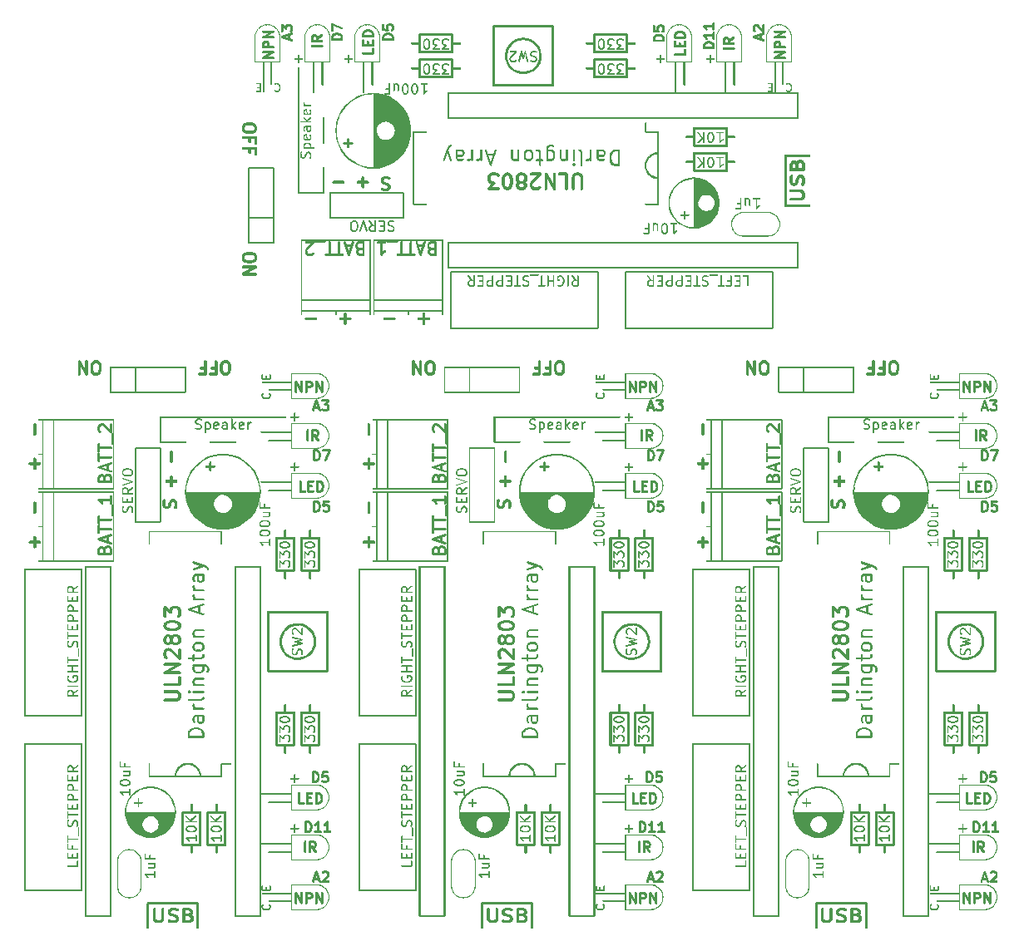
<source format=gto>
%MOIN*%
%OFA0B0*%
%FSLAX44Y44*%
%IPPOS*%
%LPD*%
G36*
X00010926Y00000970D02*
G01*
X00010941Y00000971D01*
X00010955Y00000979D01*
X00010966Y00000990D01*
X00010973Y00001004D01*
X00010976Y00001019D01*
X00010976Y00001419D01*
X00010973Y00001435D01*
X00010966Y00001449D01*
X00010955Y00001460D01*
X00010941Y00001467D01*
X00010926Y00001470D01*
X00010910Y00001467D01*
X00010895Y00001460D01*
X00010885Y00001449D01*
X00010878Y00001435D01*
X00010875Y00001419D01*
X00010875Y00001019D01*
X00010878Y00001004D01*
X00010885Y00000990D01*
X00010895Y00000979D01*
X00010910Y00000971D01*
X00010926Y00000970D01*
G37*
G36*
X00011154Y00000970D02*
G01*
X00011170Y00000971D01*
X00011184Y00000979D01*
X00011195Y00000990D01*
X00011202Y00001004D01*
X00011204Y00001019D01*
X00011202Y00001035D01*
X00011195Y00001049D01*
X00010966Y00001449D01*
X00010955Y00001460D01*
X00010941Y00001467D01*
X00010926Y00001470D01*
X00010910Y00001467D01*
X00010895Y00001460D01*
X00010885Y00001449D01*
X00010878Y00001435D01*
X00010875Y00001419D01*
X00010878Y00001404D01*
X00010885Y00001390D01*
X00011114Y00000990D01*
X00011125Y00000979D01*
X00011138Y00000971D01*
X00011154Y00000970D01*
G37*
G36*
X00011154Y00000970D02*
G01*
X00011170Y00000971D01*
X00011184Y00000979D01*
X00011195Y00000990D01*
X00011202Y00001004D01*
X00011204Y00001019D01*
X00011204Y00001419D01*
X00011202Y00001435D01*
X00011195Y00001449D01*
X00011184Y00001460D01*
X00011170Y00001467D01*
X00011154Y00001470D01*
X00011138Y00001467D01*
X00011125Y00001460D01*
X00011114Y00001449D01*
X00011107Y00001435D01*
X00011104Y00001419D01*
X00011104Y00001019D01*
X00011107Y00001004D01*
X00011114Y00000990D01*
X00011125Y00000979D01*
X00011138Y00000971D01*
X00011154Y00000970D01*
G37*
G36*
X00011345Y00000970D02*
G01*
X00011359Y00000971D01*
X00011374Y00000979D01*
X00011385Y00000990D01*
X00011392Y00001004D01*
X00011395Y00001019D01*
X00011395Y00001419D01*
X00011392Y00001435D01*
X00011385Y00001449D01*
X00011374Y00001460D01*
X00011359Y00001467D01*
X00011345Y00001470D01*
X00011329Y00001467D01*
X00011315Y00001460D01*
X00011304Y00001449D01*
X00011297Y00001435D01*
X00011295Y00001419D01*
X00011295Y00001019D01*
X00011297Y00001004D01*
X00011304Y00000990D01*
X00011315Y00000979D01*
X00011329Y00000971D01*
X00011345Y00000970D01*
G37*
G36*
X00011497Y00001370D02*
G01*
X00011513Y00001372D01*
X00011527Y00001379D01*
X00011538Y00001390D01*
X00011545Y00001404D01*
X00011547Y00001419D01*
X00011545Y00001435D01*
X00011538Y00001449D01*
X00011527Y00001460D01*
X00011513Y00001467D01*
X00011497Y00001470D01*
X00011345Y00001470D01*
X00011329Y00001467D01*
X00011315Y00001460D01*
X00011304Y00001449D01*
X00011297Y00001435D01*
X00011295Y00001419D01*
X00011297Y00001404D01*
X00011304Y00001390D01*
X00011315Y00001379D01*
X00011329Y00001372D01*
X00011345Y00001370D01*
X00011497Y00001370D01*
G37*
G36*
X00011535Y00001351D02*
G01*
X00011551Y00001353D01*
X00011565Y00001360D01*
X00011576Y00001371D01*
X00011583Y00001385D01*
X00011585Y00001400D01*
X00011583Y00001416D01*
X00011576Y00001429D01*
X00011565Y00001441D01*
X00011551Y00001448D01*
X00011513Y00001467D01*
X00011497Y00001470D01*
X00011482Y00001467D01*
X00011468Y00001460D01*
X00011457Y00001449D01*
X00011450Y00001435D01*
X00011447Y00001419D01*
X00011450Y00001404D01*
X00011457Y00001390D01*
X00011468Y00001379D01*
X00011482Y00001372D01*
X00011520Y00001353D01*
X00011535Y00001351D01*
G37*
G36*
X00011554Y00001331D02*
G01*
X00011570Y00001334D01*
X00011584Y00001341D01*
X00011595Y00001351D01*
X00011601Y00001366D01*
X00011604Y00001381D01*
X00011601Y00001397D01*
X00011595Y00001411D01*
X00011565Y00001441D01*
X00011551Y00001448D01*
X00011535Y00001450D01*
X00011520Y00001448D01*
X00011506Y00001441D01*
X00011495Y00001429D01*
X00011488Y00001416D01*
X00011485Y00001400D01*
X00011488Y00001385D01*
X00011495Y00001371D01*
X00011525Y00001341D01*
X00011539Y00001334D01*
X00011554Y00001331D01*
G37*
G36*
X00011573Y00001293D02*
G01*
X00011589Y00001296D01*
X00011603Y00001303D01*
X00011614Y00001314D01*
X00011621Y00001328D01*
X00011623Y00001343D01*
X00011621Y00001359D01*
X00011601Y00001397D01*
X00011595Y00001411D01*
X00011584Y00001422D01*
X00011570Y00001429D01*
X00011554Y00001431D01*
X00011539Y00001429D01*
X00011525Y00001422D01*
X00011514Y00001411D01*
X00011507Y00001397D01*
X00011504Y00001381D01*
X00011507Y00001366D01*
X00011526Y00001328D01*
X00011533Y00001314D01*
X00011544Y00001303D01*
X00011558Y00001296D01*
X00011573Y00001293D01*
G37*
G36*
X00011573Y00001236D02*
G01*
X00011589Y00001239D01*
X00011603Y00001246D01*
X00011614Y00001257D01*
X00011621Y00001271D01*
X00011623Y00001286D01*
X00011623Y00001343D01*
X00011621Y00001359D01*
X00011614Y00001373D01*
X00011603Y00001384D01*
X00011589Y00001391D01*
X00011573Y00001393D01*
X00011558Y00001391D01*
X00011544Y00001384D01*
X00011533Y00001373D01*
X00011526Y00001359D01*
X00011523Y00001343D01*
X00011523Y00001286D01*
X00011526Y00001271D01*
X00011533Y00001257D01*
X00011544Y00001246D01*
X00011558Y00001239D01*
X00011573Y00001236D01*
G37*
G36*
X00011554Y00001198D02*
G01*
X00011570Y00001201D01*
X00011584Y00001208D01*
X00011595Y00001219D01*
X00011601Y00001233D01*
X00011621Y00001271D01*
X00011623Y00001286D01*
X00011621Y00001302D01*
X00011614Y00001316D01*
X00011603Y00001327D01*
X00011589Y00001334D01*
X00011573Y00001336D01*
X00011558Y00001334D01*
X00011544Y00001327D01*
X00011533Y00001316D01*
X00011526Y00001302D01*
X00011507Y00001264D01*
X00011504Y00001248D01*
X00011507Y00001233D01*
X00011514Y00001219D01*
X00011525Y00001208D01*
X00011539Y00001201D01*
X00011554Y00001198D01*
G37*
G36*
X00011535Y00001179D02*
G01*
X00011551Y00001182D01*
X00011565Y00001189D01*
X00011576Y00001200D01*
X00011584Y00001208D01*
X00011595Y00001219D01*
X00011601Y00001233D01*
X00011604Y00001248D01*
X00011601Y00001264D01*
X00011595Y00001278D01*
X00011584Y00001288D01*
X00011570Y00001296D01*
X00011554Y00001298D01*
X00011539Y00001296D01*
X00011525Y00001288D01*
X00011514Y00001278D01*
X00011514Y00001278D01*
X00011495Y00001258D01*
X00011488Y00001245D01*
X00011485Y00001229D01*
X00011488Y00001214D01*
X00011495Y00001200D01*
X00011506Y00001189D01*
X00011520Y00001182D01*
X00011535Y00001179D01*
G37*
G36*
X00011497Y00001160D02*
G01*
X00011513Y00001162D01*
X00011551Y00001182D01*
X00011565Y00001189D01*
X00011576Y00001200D01*
X00011583Y00001214D01*
X00011585Y00001229D01*
X00011583Y00001245D01*
X00011576Y00001258D01*
X00011565Y00001270D01*
X00011551Y00001277D01*
X00011535Y00001279D01*
X00011520Y00001277D01*
X00011482Y00001258D01*
X00011468Y00001250D01*
X00011457Y00001239D01*
X00011450Y00001225D01*
X00011447Y00001210D01*
X00011450Y00001195D01*
X00011457Y00001181D01*
X00011468Y00001170D01*
X00011482Y00001162D01*
X00011497Y00001160D01*
G37*
G36*
X00011497Y00001160D02*
G01*
X00011513Y00001162D01*
X00011527Y00001170D01*
X00011538Y00001181D01*
X00011545Y00001195D01*
X00011547Y00001210D01*
X00011545Y00001225D01*
X00011538Y00001239D01*
X00011527Y00001250D01*
X00011513Y00001258D01*
X00011497Y00001260D01*
X00011345Y00001260D01*
X00011329Y00001258D01*
X00011315Y00001250D01*
X00011304Y00001239D01*
X00011297Y00001225D01*
X00011295Y00001210D01*
X00011297Y00001195D01*
X00011304Y00001181D01*
X00011315Y00001170D01*
X00011329Y00001162D01*
X00011345Y00001160D01*
X00011497Y00001160D01*
G37*
G36*
X00011745Y00000970D02*
G01*
X00011760Y00000971D01*
X00011774Y00000979D01*
X00011785Y00000990D01*
X00011792Y00001004D01*
X00011795Y00001019D01*
X00011795Y00001419D01*
X00011792Y00001435D01*
X00011785Y00001449D01*
X00011774Y00001460D01*
X00011760Y00001467D01*
X00011745Y00001470D01*
X00011729Y00001467D01*
X00011715Y00001460D01*
X00011704Y00001449D01*
X00011697Y00001435D01*
X00011695Y00001419D01*
X00011695Y00001019D01*
X00011697Y00001004D01*
X00011704Y00000990D01*
X00011715Y00000979D01*
X00011729Y00000971D01*
X00011745Y00000970D01*
G37*
G36*
X00011973Y00000970D02*
G01*
X00011989Y00000971D01*
X00012003Y00000979D01*
X00012014Y00000990D01*
X00012021Y00001004D01*
X00012023Y00001019D01*
X00012021Y00001035D01*
X00012014Y00001049D01*
X00011785Y00001449D01*
X00011774Y00001460D01*
X00011760Y00001467D01*
X00011745Y00001470D01*
X00011729Y00001467D01*
X00011715Y00001460D01*
X00011704Y00001449D01*
X00011697Y00001435D01*
X00011695Y00001419D01*
X00011697Y00001404D01*
X00011704Y00001390D01*
X00011933Y00000990D01*
X00011943Y00000979D01*
X00011958Y00000971D01*
X00011973Y00000970D01*
G37*
G36*
X00011973Y00000970D02*
G01*
X00011989Y00000971D01*
X00012003Y00000979D01*
X00012014Y00000990D01*
X00012021Y00001004D01*
X00012023Y00001019D01*
X00012023Y00001419D01*
X00012021Y00001435D01*
X00012014Y00001449D01*
X00012003Y00001460D01*
X00011989Y00001467D01*
X00011973Y00001470D01*
X00011958Y00001467D01*
X00011943Y00001460D01*
X00011933Y00001449D01*
X00011926Y00001435D01*
X00011923Y00001419D01*
X00011923Y00001019D01*
X00011926Y00001004D01*
X00011933Y00000990D01*
X00011943Y00000979D01*
X00011958Y00000971D01*
X00011973Y00000970D01*
G37*
G36*
X00010926Y00021469D02*
G01*
X00010941Y00021472D01*
X00010955Y00021479D01*
X00010966Y00021490D01*
X00010973Y00021504D01*
X00010976Y00021520D01*
X00010976Y00021920D01*
X00010973Y00021934D01*
X00010966Y00021949D01*
X00010955Y00021960D01*
X00010941Y00021967D01*
X00010926Y00021970D01*
X00010910Y00021967D01*
X00010895Y00021960D01*
X00010885Y00021949D01*
X00010878Y00021934D01*
X00010875Y00021920D01*
X00010875Y00021520D01*
X00010878Y00021504D01*
X00010885Y00021490D01*
X00010895Y00021479D01*
X00010910Y00021472D01*
X00010926Y00021469D01*
G37*
G36*
X00011154Y00021469D02*
G01*
X00011170Y00021472D01*
X00011184Y00021479D01*
X00011195Y00021490D01*
X00011202Y00021504D01*
X00011204Y00021520D01*
X00011202Y00021535D01*
X00011195Y00021549D01*
X00010966Y00021949D01*
X00010955Y00021960D01*
X00010941Y00021967D01*
X00010926Y00021970D01*
X00010910Y00021967D01*
X00010895Y00021960D01*
X00010885Y00021949D01*
X00010878Y00021934D01*
X00010875Y00021920D01*
X00010878Y00021904D01*
X00010885Y00021890D01*
X00011114Y00021490D01*
X00011125Y00021479D01*
X00011138Y00021472D01*
X00011154Y00021469D01*
G37*
G36*
X00011154Y00021469D02*
G01*
X00011170Y00021472D01*
X00011184Y00021479D01*
X00011195Y00021490D01*
X00011202Y00021504D01*
X00011204Y00021520D01*
X00011204Y00021920D01*
X00011202Y00021934D01*
X00011195Y00021949D01*
X00011184Y00021960D01*
X00011170Y00021967D01*
X00011154Y00021970D01*
X00011138Y00021967D01*
X00011125Y00021960D01*
X00011114Y00021949D01*
X00011107Y00021934D01*
X00011104Y00021920D01*
X00011104Y00021520D01*
X00011107Y00021504D01*
X00011114Y00021490D01*
X00011125Y00021479D01*
X00011138Y00021472D01*
X00011154Y00021469D01*
G37*
G36*
X00011345Y00021469D02*
G01*
X00011359Y00021472D01*
X00011374Y00021479D01*
X00011385Y00021490D01*
X00011392Y00021504D01*
X00011395Y00021520D01*
X00011395Y00021920D01*
X00011392Y00021934D01*
X00011385Y00021949D01*
X00011374Y00021960D01*
X00011359Y00021967D01*
X00011345Y00021970D01*
X00011329Y00021967D01*
X00011315Y00021960D01*
X00011304Y00021949D01*
X00011297Y00021934D01*
X00011295Y00021920D01*
X00011295Y00021520D01*
X00011297Y00021504D01*
X00011304Y00021490D01*
X00011315Y00021479D01*
X00011329Y00021472D01*
X00011345Y00021469D01*
G37*
G36*
X00011497Y00021870D02*
G01*
X00011513Y00021871D01*
X00011527Y00021879D01*
X00011538Y00021890D01*
X00011545Y00021904D01*
X00011547Y00021920D01*
X00011545Y00021934D01*
X00011538Y00021949D01*
X00011527Y00021960D01*
X00011513Y00021967D01*
X00011497Y00021970D01*
X00011345Y00021970D01*
X00011329Y00021967D01*
X00011315Y00021960D01*
X00011304Y00021949D01*
X00011297Y00021934D01*
X00011295Y00021920D01*
X00011297Y00021904D01*
X00011304Y00021890D01*
X00011315Y00021879D01*
X00011329Y00021871D01*
X00011345Y00021870D01*
X00011497Y00021870D01*
G37*
G36*
X00011535Y00021850D02*
G01*
X00011551Y00021852D01*
X00011565Y00021860D01*
X00011576Y00021871D01*
X00011583Y00021885D01*
X00011585Y00021900D01*
X00011583Y00021916D01*
X00011576Y00021930D01*
X00011565Y00021941D01*
X00011551Y00021948D01*
X00011513Y00021967D01*
X00011497Y00021970D01*
X00011482Y00021967D01*
X00011468Y00021960D01*
X00011457Y00021949D01*
X00011450Y00021934D01*
X00011447Y00021920D01*
X00011450Y00021904D01*
X00011457Y00021890D01*
X00011468Y00021879D01*
X00011482Y00021871D01*
X00011520Y00021852D01*
X00011535Y00021850D01*
G37*
G36*
X00011554Y00021831D02*
G01*
X00011570Y00021833D01*
X00011584Y00021841D01*
X00011595Y00021852D01*
X00011601Y00021866D01*
X00011604Y00021881D01*
X00011601Y00021897D01*
X00011595Y00021911D01*
X00011565Y00021941D01*
X00011551Y00021948D01*
X00011535Y00021951D01*
X00011520Y00021948D01*
X00011506Y00021941D01*
X00011495Y00021930D01*
X00011488Y00021916D01*
X00011485Y00021900D01*
X00011488Y00021885D01*
X00011495Y00021871D01*
X00011525Y00021841D01*
X00011539Y00021833D01*
X00011554Y00021831D01*
G37*
G36*
X00011573Y00021793D02*
G01*
X00011589Y00021796D01*
X00011603Y00021803D01*
X00011614Y00021814D01*
X00011621Y00021828D01*
X00011623Y00021843D01*
X00011621Y00021859D01*
X00011601Y00021897D01*
X00011595Y00021911D01*
X00011584Y00021922D01*
X00011570Y00021929D01*
X00011554Y00021931D01*
X00011539Y00021929D01*
X00011525Y00021922D01*
X00011514Y00021911D01*
X00011507Y00021897D01*
X00011504Y00021881D01*
X00011507Y00021866D01*
X00011526Y00021828D01*
X00011533Y00021814D01*
X00011544Y00021803D01*
X00011558Y00021796D01*
X00011573Y00021793D01*
G37*
G36*
X00011573Y00021736D02*
G01*
X00011589Y00021739D01*
X00011603Y00021746D01*
X00011614Y00021757D01*
X00011621Y00021770D01*
X00011623Y00021786D01*
X00011623Y00021843D01*
X00011621Y00021859D01*
X00011614Y00021873D01*
X00011603Y00021884D01*
X00011589Y00021891D01*
X00011573Y00021892D01*
X00011558Y00021891D01*
X00011544Y00021884D01*
X00011533Y00021873D01*
X00011526Y00021859D01*
X00011523Y00021843D01*
X00011523Y00021786D01*
X00011526Y00021770D01*
X00011533Y00021757D01*
X00011544Y00021746D01*
X00011558Y00021739D01*
X00011573Y00021736D01*
G37*
G36*
X00011554Y00021698D02*
G01*
X00011570Y00021701D01*
X00011584Y00021708D01*
X00011595Y00021719D01*
X00011601Y00021732D01*
X00011621Y00021770D01*
X00011623Y00021786D01*
X00011621Y00021802D01*
X00011614Y00021816D01*
X00011603Y00021827D01*
X00011589Y00021833D01*
X00011573Y00021836D01*
X00011558Y00021833D01*
X00011544Y00021827D01*
X00011533Y00021816D01*
X00011526Y00021802D01*
X00011507Y00021764D01*
X00011504Y00021748D01*
X00011507Y00021732D01*
X00011514Y00021719D01*
X00011525Y00021708D01*
X00011539Y00021701D01*
X00011554Y00021698D01*
G37*
G36*
X00011535Y00021679D02*
G01*
X00011551Y00021682D01*
X00011565Y00021689D01*
X00011595Y00021719D01*
X00011601Y00021732D01*
X00011604Y00021748D01*
X00011601Y00021764D01*
X00011595Y00021778D01*
X00011584Y00021789D01*
X00011570Y00021796D01*
X00011554Y00021798D01*
X00011539Y00021796D01*
X00011525Y00021789D01*
X00011514Y00021778D01*
X00011495Y00021758D01*
X00011488Y00021745D01*
X00011485Y00021729D01*
X00011488Y00021714D01*
X00011495Y00021700D01*
X00011506Y00021689D01*
X00011520Y00021682D01*
X00011535Y00021679D01*
G37*
G36*
X00011497Y00021660D02*
G01*
X00011513Y00021662D01*
X00011551Y00021682D01*
X00011565Y00021689D01*
X00011576Y00021700D01*
X00011583Y00021714D01*
X00011585Y00021729D01*
X00011583Y00021745D01*
X00011576Y00021758D01*
X00011565Y00021770D01*
X00011551Y00021777D01*
X00011535Y00021779D01*
X00011520Y00021777D01*
X00011482Y00021758D01*
X00011468Y00021750D01*
X00011457Y00021739D01*
X00011450Y00021725D01*
X00011447Y00021710D01*
X00011450Y00021695D01*
X00011457Y00021681D01*
X00011468Y00021669D01*
X00011482Y00021662D01*
X00011497Y00021660D01*
G37*
G36*
X00011497Y00021660D02*
G01*
X00011513Y00021662D01*
X00011527Y00021669D01*
X00011538Y00021681D01*
X00011545Y00021695D01*
X00011547Y00021710D01*
X00011545Y00021725D01*
X00011538Y00021739D01*
X00011527Y00021750D01*
X00011513Y00021758D01*
X00011497Y00021760D01*
X00011345Y00021760D01*
X00011329Y00021758D01*
X00011315Y00021750D01*
X00011304Y00021739D01*
X00011297Y00021725D01*
X00011295Y00021710D01*
X00011297Y00021695D01*
X00011304Y00021681D01*
X00011315Y00021669D01*
X00011329Y00021662D01*
X00011345Y00021660D01*
X00011497Y00021660D01*
G37*
G36*
X00011745Y00021469D02*
G01*
X00011760Y00021472D01*
X00011774Y00021479D01*
X00011785Y00021490D01*
X00011792Y00021504D01*
X00011795Y00021520D01*
X00011795Y00021920D01*
X00011792Y00021934D01*
X00011785Y00021949D01*
X00011774Y00021960D01*
X00011760Y00021967D01*
X00011745Y00021970D01*
X00011729Y00021967D01*
X00011715Y00021960D01*
X00011704Y00021949D01*
X00011697Y00021934D01*
X00011695Y00021920D01*
X00011695Y00021520D01*
X00011697Y00021504D01*
X00011704Y00021490D01*
X00011715Y00021479D01*
X00011729Y00021472D01*
X00011745Y00021469D01*
G37*
G36*
X00011973Y00021469D02*
G01*
X00011989Y00021472D01*
X00012003Y00021479D01*
X00012014Y00021490D01*
X00012021Y00021504D01*
X00012023Y00021520D01*
X00012021Y00021535D01*
X00012014Y00021549D01*
X00011785Y00021949D01*
X00011774Y00021960D01*
X00011760Y00021967D01*
X00011745Y00021970D01*
X00011729Y00021967D01*
X00011715Y00021960D01*
X00011704Y00021949D01*
X00011697Y00021934D01*
X00011695Y00021920D01*
X00011697Y00021904D01*
X00011704Y00021890D01*
X00011933Y00021490D01*
X00011943Y00021479D01*
X00011958Y00021472D01*
X00011973Y00021469D01*
G37*
G36*
X00011973Y00021469D02*
G01*
X00011989Y00021472D01*
X00012003Y00021479D01*
X00012014Y00021490D01*
X00012021Y00021504D01*
X00012023Y00021520D01*
X00012023Y00021920D01*
X00012021Y00021934D01*
X00012014Y00021949D01*
X00012003Y00021960D01*
X00011989Y00021967D01*
X00011973Y00021970D01*
X00011958Y00021967D01*
X00011943Y00021960D01*
X00011933Y00021949D01*
X00011926Y00021934D01*
X00011923Y00021920D01*
X00011923Y00021520D01*
X00011926Y00021504D01*
X00011933Y00021490D01*
X00011943Y00021479D01*
X00011958Y00021472D01*
X00011973Y00021469D01*
G37*
G36*
X00006949Y00000000D02*
G01*
X00007048Y00000000D01*
X00007048Y00001001D01*
X00007046Y00001016D01*
X00007040Y00001030D01*
X00007029Y00001041D01*
X00007014Y00001048D01*
X00006999Y00001050D01*
X00006983Y00001048D01*
X00006969Y00001041D01*
X00006958Y00001030D01*
X00006952Y00001016D01*
X00006949Y00001001D01*
X00006949Y00000000D01*
G37*
G36*
X00006999Y00000951D02*
G01*
X00007014Y00000952D01*
X00007029Y00000960D01*
X00007040Y00000971D01*
X00007046Y00000985D01*
X00007048Y00001001D01*
X00007046Y00001016D01*
X00007040Y00001030D01*
X00007029Y00001041D01*
X00007014Y00001048D01*
X00006999Y00001050D01*
X00005749Y00001050D01*
X00005734Y00001048D01*
X00005719Y00001041D01*
X00005709Y00001030D01*
X00005702Y00001016D01*
X00005699Y00001001D01*
X00005702Y00000985D01*
X00005709Y00000971D01*
X00005719Y00000960D01*
X00005734Y00000952D01*
X00005749Y00000951D01*
X00006999Y00000951D01*
G37*
G36*
X00005749Y00000951D02*
G01*
X00005765Y00000952D01*
X00005779Y00000960D01*
X00005790Y00000971D01*
X00005797Y00000985D01*
X00005799Y00001001D01*
X00005797Y00001016D01*
X00005790Y00001030D01*
X00005779Y00001041D01*
X00005765Y00001048D01*
X00005749Y00001050D01*
X00004999Y00001050D01*
X00004984Y00001048D01*
X00004970Y00001041D01*
X00004959Y00001030D01*
X00004952Y00001016D01*
X00004949Y00001001D01*
X00004952Y00000985D01*
X00004959Y00000971D01*
X00004970Y00000960D01*
X00004984Y00000952D01*
X00004999Y00000951D01*
X00005749Y00000951D01*
G37*
G36*
X00004949Y00000000D02*
G01*
X00005049Y00000000D01*
X00005049Y00001001D01*
X00005047Y00001016D01*
X00005040Y00001030D01*
X00005029Y00001041D01*
X00005014Y00001048D01*
X00004999Y00001050D01*
X00004984Y00001048D01*
X00004970Y00001041D01*
X00004959Y00001030D01*
X00004952Y00001016D01*
X00004949Y00001001D01*
X00004949Y00000000D01*
G37*
G36*
X00005254Y00000310D02*
G01*
X00005273Y00000313D01*
X00005289Y00000322D01*
X00005302Y00000335D01*
X00005310Y00000351D01*
X00005313Y00000370D01*
X00005313Y00000774D01*
X00005310Y00000793D01*
X00005302Y00000808D01*
X00005289Y00000822D01*
X00005273Y00000830D01*
X00005254Y00000833D01*
X00005235Y00000830D01*
X00005220Y00000822D01*
X00005207Y00000808D01*
X00005198Y00000793D01*
X00005195Y00000774D01*
X00005195Y00000370D01*
X00005198Y00000351D01*
X00005207Y00000335D01*
X00005220Y00000322D01*
X00005235Y00000313D01*
X00005254Y00000310D01*
G37*
G36*
X00005282Y00000263D02*
G01*
X00005301Y00000266D01*
X00005316Y00000274D01*
X00005330Y00000287D01*
X00005339Y00000304D01*
X00005341Y00000322D01*
X00005339Y00000340D01*
X00005330Y00000357D01*
X00005302Y00000404D01*
X00005289Y00000417D01*
X00005273Y00000426D01*
X00005254Y00000428D01*
X00005235Y00000426D01*
X00005220Y00000417D01*
X00005207Y00000404D01*
X00005198Y00000388D01*
X00005195Y00000370D01*
X00005198Y00000351D01*
X00005207Y00000335D01*
X00005235Y00000287D01*
X00005248Y00000274D01*
X00005264Y00000266D01*
X00005282Y00000263D01*
G37*
G36*
X00005311Y00000239D02*
G01*
X00005329Y00000241D01*
X00005345Y00000250D01*
X00005358Y00000263D01*
X00005367Y00000280D01*
X00005370Y00000298D01*
X00005367Y00000316D01*
X00005358Y00000333D01*
X00005345Y00000346D01*
X00005316Y00000370D01*
X00005301Y00000378D01*
X00005282Y00000381D01*
X00005264Y00000378D01*
X00005248Y00000370D01*
X00005235Y00000357D01*
X00005225Y00000340D01*
X00005223Y00000322D01*
X00005225Y00000304D01*
X00005235Y00000287D01*
X00005248Y00000274D01*
X00005276Y00000250D01*
X00005292Y00000241D01*
X00005311Y00000239D01*
G37*
G36*
X00005367Y00000214D02*
G01*
X00005385Y00000218D01*
X00005401Y00000227D01*
X00005415Y00000240D01*
X00005423Y00000256D01*
X00005426Y00000274D01*
X00005423Y00000293D01*
X00005415Y00000309D01*
X00005401Y00000322D01*
X00005385Y00000330D01*
X00005329Y00000354D01*
X00005311Y00000357D01*
X00005292Y00000354D01*
X00005276Y00000346D01*
X00005263Y00000333D01*
X00005254Y00000316D01*
X00005251Y00000298D01*
X00005254Y00000280D01*
X00005263Y00000263D01*
X00005276Y00000250D01*
X00005292Y00000241D01*
X00005349Y00000218D01*
X00005367Y00000214D01*
G37*
G36*
X00005479Y00000214D02*
G01*
X00005497Y00000218D01*
X00005514Y00000227D01*
X00005527Y00000240D01*
X00005535Y00000256D01*
X00005538Y00000274D01*
X00005535Y00000293D01*
X00005527Y00000309D01*
X00005514Y00000322D01*
X00005497Y00000330D01*
X00005479Y00000333D01*
X00005367Y00000333D01*
X00005349Y00000330D01*
X00005332Y00000322D01*
X00005319Y00000309D01*
X00005311Y00000293D01*
X00005308Y00000274D01*
X00005311Y00000256D01*
X00005319Y00000240D01*
X00005332Y00000227D01*
X00005349Y00000218D01*
X00005367Y00000214D01*
X00005479Y00000214D01*
G37*
G36*
X00005479Y00000214D02*
G01*
X00005497Y00000218D01*
X00005554Y00000241D01*
X00005570Y00000250D01*
X00005583Y00000263D01*
X00005592Y00000280D01*
X00005595Y00000298D01*
X00005592Y00000316D01*
X00005583Y00000333D01*
X00005570Y00000346D01*
X00005554Y00000354D01*
X00005535Y00000357D01*
X00005517Y00000354D01*
X00005461Y00000330D01*
X00005445Y00000322D01*
X00005431Y00000309D01*
X00005423Y00000293D01*
X00005420Y00000274D01*
X00005423Y00000256D01*
X00005431Y00000240D01*
X00005445Y00000227D01*
X00005461Y00000218D01*
X00005479Y00000214D01*
G37*
G36*
X00005535Y00000239D02*
G01*
X00005554Y00000241D01*
X00005570Y00000250D01*
X00005598Y00000274D01*
X00005611Y00000287D01*
X00005620Y00000304D01*
X00005623Y00000322D01*
X00005620Y00000340D01*
X00005611Y00000357D01*
X00005598Y00000370D01*
X00005582Y00000378D01*
X00005564Y00000381D01*
X00005545Y00000378D01*
X00005528Y00000370D01*
X00005501Y00000346D01*
X00005488Y00000333D01*
X00005479Y00000316D01*
X00005476Y00000298D01*
X00005479Y00000280D01*
X00005488Y00000263D01*
X00005501Y00000250D01*
X00005517Y00000241D01*
X00005535Y00000239D01*
G37*
G36*
X00005564Y00000263D02*
G01*
X00005582Y00000266D01*
X00005598Y00000274D01*
X00005611Y00000287D01*
X00005639Y00000335D01*
X00005648Y00000351D01*
X00005651Y00000370D01*
X00005648Y00000388D01*
X00005639Y00000404D01*
X00005626Y00000417D01*
X00005610Y00000426D01*
X00005592Y00000428D01*
X00005573Y00000426D01*
X00005557Y00000417D01*
X00005544Y00000404D01*
X00005516Y00000357D01*
X00005507Y00000340D01*
X00005505Y00000322D01*
X00005507Y00000304D01*
X00005516Y00000287D01*
X00005528Y00000274D01*
X00005545Y00000266D01*
X00005564Y00000263D01*
G37*
G36*
X00005592Y00000310D02*
G01*
X00005610Y00000313D01*
X00005626Y00000322D01*
X00005639Y00000335D01*
X00005648Y00000351D01*
X00005651Y00000370D01*
X00005651Y00000774D01*
X00005648Y00000793D01*
X00005639Y00000808D01*
X00005626Y00000822D01*
X00005610Y00000830D01*
X00005592Y00000833D01*
X00005573Y00000830D01*
X00005557Y00000822D01*
X00005544Y00000808D01*
X00005536Y00000793D01*
X00005533Y00000774D01*
X00005533Y00000370D01*
X00005536Y00000351D01*
X00005544Y00000335D01*
X00005557Y00000322D01*
X00005573Y00000313D01*
X00005592Y00000310D01*
G37*
G36*
X00005929Y00000214D02*
G01*
X00005947Y00000218D01*
X00005964Y00000227D01*
X00005977Y00000240D01*
X00005985Y00000256D01*
X00005988Y00000274D01*
X00005985Y00000293D01*
X00005977Y00000309D01*
X00005964Y00000322D01*
X00005947Y00000330D01*
X00005863Y00000354D01*
X00005845Y00000357D01*
X00005827Y00000354D01*
X00005810Y00000346D01*
X00005797Y00000333D01*
X00005789Y00000316D01*
X00005786Y00000298D01*
X00005789Y00000280D01*
X00005797Y00000263D01*
X00005810Y00000250D01*
X00005827Y00000241D01*
X00005911Y00000218D01*
X00005929Y00000214D01*
G37*
G36*
X00006070Y00000214D02*
G01*
X00006088Y00000218D01*
X00006105Y00000227D01*
X00006118Y00000240D01*
X00006126Y00000256D01*
X00006129Y00000274D01*
X00006126Y00000293D01*
X00006118Y00000309D01*
X00006105Y00000322D01*
X00006088Y00000330D01*
X00006070Y00000333D01*
X00005929Y00000333D01*
X00005911Y00000330D01*
X00005894Y00000322D01*
X00005881Y00000309D01*
X00005873Y00000293D01*
X00005870Y00000274D01*
X00005873Y00000256D01*
X00005881Y00000240D01*
X00005894Y00000227D01*
X00005911Y00000218D01*
X00005929Y00000214D01*
X00006070Y00000214D01*
G37*
G36*
X00006070Y00000214D02*
G01*
X00006088Y00000218D01*
X00006143Y00000241D01*
X00006161Y00000250D01*
X00006173Y00000263D01*
X00006182Y00000280D01*
X00006185Y00000298D01*
X00006182Y00000316D01*
X00006173Y00000333D01*
X00006161Y00000346D01*
X00006143Y00000354D01*
X00006126Y00000357D01*
X00006108Y00000354D01*
X00006052Y00000330D01*
X00006035Y00000322D01*
X00006022Y00000309D01*
X00006014Y00000293D01*
X00006011Y00000274D01*
X00006014Y00000256D01*
X00006022Y00000240D01*
X00006035Y00000227D01*
X00006052Y00000218D01*
X00006070Y00000214D01*
G37*
G36*
X00006126Y00000239D02*
G01*
X00006143Y00000241D01*
X00006161Y00000250D01*
X00006189Y00000274D01*
X00006202Y00000287D01*
X00006210Y00000304D01*
X00006213Y00000322D01*
X00006210Y00000340D01*
X00006202Y00000357D01*
X00006189Y00000370D01*
X00006172Y00000378D01*
X00006153Y00000381D01*
X00006136Y00000378D01*
X00006119Y00000370D01*
X00006091Y00000346D01*
X00006078Y00000333D01*
X00006070Y00000316D01*
X00006067Y00000298D01*
X00006070Y00000280D01*
X00006078Y00000263D01*
X00006091Y00000250D01*
X00006108Y00000241D01*
X00006126Y00000239D01*
G37*
G36*
X00006153Y00000263D02*
G01*
X00006172Y00000266D01*
X00006189Y00000274D01*
X00006202Y00000287D01*
X00006230Y00000335D01*
X00006238Y00000351D01*
X00006241Y00000370D01*
X00006238Y00000388D01*
X00006230Y00000404D01*
X00006217Y00000417D01*
X00006201Y00000426D01*
X00006182Y00000428D01*
X00006163Y00000426D01*
X00006148Y00000417D01*
X00006135Y00000404D01*
X00006106Y00000357D01*
X00006098Y00000340D01*
X00006095Y00000322D01*
X00006098Y00000304D01*
X00006106Y00000287D01*
X00006119Y00000274D01*
X00006136Y00000266D01*
X00006153Y00000263D01*
G37*
G36*
X00006182Y00000310D02*
G01*
X00006201Y00000313D01*
X00006217Y00000322D01*
X00006230Y00000335D01*
X00006238Y00000351D01*
X00006241Y00000370D01*
X00006241Y00000417D01*
X00006238Y00000434D01*
X00006230Y00000451D01*
X00006217Y00000464D01*
X00006201Y00000473D01*
X00006182Y00000476D01*
X00006163Y00000473D01*
X00006148Y00000464D01*
X00006135Y00000451D01*
X00006126Y00000434D01*
X00006123Y00000417D01*
X00006123Y00000370D01*
X00006126Y00000351D01*
X00006135Y00000335D01*
X00006148Y00000322D01*
X00006163Y00000313D01*
X00006182Y00000310D01*
G37*
G36*
X00006182Y00000358D02*
G01*
X00006201Y00000361D01*
X00006217Y00000369D01*
X00006230Y00000382D01*
X00006238Y00000399D01*
X00006241Y00000417D01*
X00006238Y00000434D01*
X00006230Y00000451D01*
X00006202Y00000500D01*
X00006189Y00000513D01*
X00006172Y00000521D01*
X00006153Y00000524D01*
X00006136Y00000521D01*
X00006119Y00000513D01*
X00006106Y00000500D01*
X00006098Y00000483D01*
X00006095Y00000464D01*
X00006098Y00000446D01*
X00006106Y00000429D01*
X00006135Y00000382D01*
X00006148Y00000369D01*
X00006163Y00000361D01*
X00006182Y00000358D01*
G37*
G36*
X00006153Y00000406D02*
G01*
X00006172Y00000409D01*
X00006189Y00000417D01*
X00006202Y00000429D01*
X00006210Y00000446D01*
X00006213Y00000464D01*
X00006210Y00000483D01*
X00006202Y00000500D01*
X00006189Y00000513D01*
X00006161Y00000536D01*
X00006143Y00000545D01*
X00006126Y00000548D01*
X00006108Y00000545D01*
X00006091Y00000536D01*
X00006078Y00000523D01*
X00006070Y00000507D01*
X00006067Y00000489D01*
X00006070Y00000470D01*
X00006078Y00000454D01*
X00006091Y00000441D01*
X00006119Y00000417D01*
X00006136Y00000409D01*
X00006153Y00000406D01*
G37*
G36*
X00006126Y00000429D02*
G01*
X00006143Y00000432D01*
X00006161Y00000441D01*
X00006173Y00000454D01*
X00006182Y00000470D01*
X00006185Y00000489D01*
X00006182Y00000507D01*
X00006173Y00000523D01*
X00006161Y00000536D01*
X00006143Y00000545D01*
X00006088Y00000569D01*
X00006070Y00000571D01*
X00006052Y00000569D01*
X00006035Y00000560D01*
X00006022Y00000547D01*
X00006014Y00000531D01*
X00006011Y00000512D01*
X00006014Y00000494D01*
X00006022Y00000478D01*
X00006035Y00000464D01*
X00006052Y00000456D01*
X00006108Y00000432D01*
X00006126Y00000429D01*
G37*
G36*
X00006070Y00000453D02*
G01*
X00006088Y00000456D01*
X00006105Y00000464D01*
X00006118Y00000478D01*
X00006126Y00000494D01*
X00006129Y00000512D01*
X00006126Y00000531D01*
X00006118Y00000547D01*
X00006105Y00000560D01*
X00006088Y00000569D01*
X00005976Y00000592D01*
X00005957Y00000595D01*
X00005939Y00000592D01*
X00005923Y00000584D01*
X00005910Y00000571D01*
X00005901Y00000554D01*
X00005898Y00000536D01*
X00005901Y00000518D01*
X00005910Y00000502D01*
X00005923Y00000488D01*
X00005939Y00000480D01*
X00006052Y00000456D01*
X00006070Y00000453D01*
G37*
G36*
X00005957Y00000477D02*
G01*
X00005976Y00000480D01*
X00005992Y00000488D01*
X00006005Y00000502D01*
X00006012Y00000518D01*
X00006016Y00000536D01*
X00006012Y00000554D01*
X00006005Y00000571D01*
X00005992Y00000584D01*
X00005976Y00000592D01*
X00005919Y00000616D01*
X00005901Y00000619D01*
X00005883Y00000616D01*
X00005866Y00000608D01*
X00005853Y00000595D01*
X00005845Y00000578D01*
X00005842Y00000560D01*
X00005845Y00000542D01*
X00005853Y00000525D01*
X00005866Y00000512D01*
X00005883Y00000504D01*
X00005939Y00000480D01*
X00005957Y00000477D01*
G37*
G36*
X00005901Y00000501D02*
G01*
X00005919Y00000504D01*
X00005936Y00000512D01*
X00005949Y00000525D01*
X00005957Y00000542D01*
X00005960Y00000560D01*
X00005957Y00000578D01*
X00005949Y00000595D01*
X00005936Y00000608D01*
X00005908Y00000632D01*
X00005891Y00000640D01*
X00005873Y00000643D01*
X00005855Y00000640D01*
X00005838Y00000632D01*
X00005825Y00000619D01*
X00005817Y00000602D01*
X00005814Y00000584D01*
X00005817Y00000566D01*
X00005825Y00000549D01*
X00005838Y00000536D01*
X00005866Y00000512D01*
X00005883Y00000504D01*
X00005901Y00000501D01*
G37*
G36*
X00005873Y00000525D02*
G01*
X00005891Y00000528D01*
X00005908Y00000536D01*
X00005921Y00000549D01*
X00005929Y00000566D01*
X00005931Y00000584D01*
X00005929Y00000602D01*
X00005921Y00000619D01*
X00005893Y00000666D01*
X00005880Y00000679D01*
X00005863Y00000688D01*
X00005845Y00000691D01*
X00005827Y00000688D01*
X00005810Y00000679D01*
X00005797Y00000666D01*
X00005789Y00000650D01*
X00005786Y00000631D01*
X00005789Y00000613D01*
X00005797Y00000597D01*
X00005825Y00000549D01*
X00005838Y00000536D01*
X00005855Y00000528D01*
X00005873Y00000525D01*
G37*
G36*
X00005845Y00000572D02*
G01*
X00005863Y00000575D01*
X00005880Y00000584D01*
X00005893Y00000597D01*
X00005901Y00000613D01*
X00005904Y00000631D01*
X00005904Y00000679D01*
X00005901Y00000697D01*
X00005893Y00000714D01*
X00005880Y00000727D01*
X00005863Y00000735D01*
X00005845Y00000738D01*
X00005827Y00000735D01*
X00005810Y00000727D01*
X00005797Y00000714D01*
X00005789Y00000697D01*
X00005786Y00000679D01*
X00005786Y00000631D01*
X00005789Y00000613D01*
X00005797Y00000597D01*
X00005810Y00000584D01*
X00005827Y00000575D01*
X00005845Y00000572D01*
G37*
G36*
X00005845Y00000620D02*
G01*
X00005863Y00000623D01*
X00005880Y00000631D01*
X00005893Y00000644D01*
X00005921Y00000692D01*
X00005929Y00000708D01*
X00005931Y00000727D01*
X00005929Y00000745D01*
X00005921Y00000761D01*
X00005908Y00000774D01*
X00005891Y00000783D01*
X00005873Y00000786D01*
X00005855Y00000783D01*
X00005838Y00000774D01*
X00005825Y00000761D01*
X00005797Y00000714D01*
X00005789Y00000697D01*
X00005786Y00000679D01*
X00005789Y00000661D01*
X00005797Y00000644D01*
X00005810Y00000631D01*
X00005827Y00000623D01*
X00005845Y00000620D01*
G37*
G36*
X00005873Y00000668D02*
G01*
X00005891Y00000671D01*
X00005908Y00000679D01*
X00005936Y00000703D01*
X00005949Y00000716D01*
X00005957Y00000732D01*
X00005960Y00000750D01*
X00005957Y00000769D01*
X00005949Y00000785D01*
X00005936Y00000798D01*
X00005919Y00000806D01*
X00005901Y00000810D01*
X00005883Y00000806D01*
X00005866Y00000798D01*
X00005838Y00000774D01*
X00005825Y00000761D01*
X00005817Y00000745D01*
X00005814Y00000727D01*
X00005817Y00000708D01*
X00005825Y00000692D01*
X00005838Y00000679D01*
X00005855Y00000671D01*
X00005873Y00000668D01*
G37*
G36*
X00005901Y00000691D02*
G01*
X00005919Y00000694D01*
X00005976Y00000718D01*
X00005992Y00000727D01*
X00006005Y00000740D01*
X00006012Y00000756D01*
X00006016Y00000774D01*
X00006012Y00000793D01*
X00006005Y00000808D01*
X00005992Y00000822D01*
X00005976Y00000830D01*
X00005957Y00000833D01*
X00005939Y00000830D01*
X00005883Y00000806D01*
X00005866Y00000798D01*
X00005853Y00000785D01*
X00005845Y00000769D01*
X00005842Y00000750D01*
X00005845Y00000732D01*
X00005853Y00000716D01*
X00005866Y00000703D01*
X00005883Y00000694D01*
X00005901Y00000691D01*
G37*
G36*
X00006098Y00000714D02*
G01*
X00006116Y00000718D01*
X00006133Y00000727D01*
X00006146Y00000740D01*
X00006153Y00000756D01*
X00006157Y00000774D01*
X00006153Y00000793D01*
X00006146Y00000808D01*
X00006133Y00000822D01*
X00006116Y00000830D01*
X00006098Y00000833D01*
X00005957Y00000833D01*
X00005939Y00000830D01*
X00005923Y00000822D01*
X00005910Y00000808D01*
X00005901Y00000793D01*
X00005898Y00000774D01*
X00005901Y00000756D01*
X00005910Y00000740D01*
X00005923Y00000727D01*
X00005939Y00000718D01*
X00005957Y00000714D01*
X00006098Y00000714D01*
G37*
G36*
X00006182Y00000691D02*
G01*
X00006201Y00000694D01*
X00006217Y00000703D01*
X00006230Y00000716D01*
X00006238Y00000732D01*
X00006241Y00000750D01*
X00006238Y00000769D01*
X00006230Y00000785D01*
X00006217Y00000798D01*
X00006201Y00000806D01*
X00006116Y00000830D01*
X00006098Y00000833D01*
X00006080Y00000830D01*
X00006062Y00000822D01*
X00006050Y00000808D01*
X00006042Y00000793D01*
X00006039Y00000774D01*
X00006042Y00000756D01*
X00006050Y00000740D01*
X00006062Y00000727D01*
X00006080Y00000718D01*
X00006163Y00000694D01*
X00006182Y00000691D01*
G37*
G36*
X00006716Y00000453D02*
G01*
X00006735Y00000456D01*
X00006751Y00000464D01*
X00006764Y00000478D01*
X00006772Y00000494D01*
X00006775Y00000512D01*
X00006772Y00000531D01*
X00006764Y00000547D01*
X00006751Y00000560D01*
X00006735Y00000569D01*
X00006649Y00000592D01*
X00006632Y00000595D01*
X00006614Y00000592D01*
X00006598Y00000584D01*
X00006584Y00000571D01*
X00006576Y00000554D01*
X00006573Y00000536D01*
X00006576Y00000518D01*
X00006584Y00000502D01*
X00006598Y00000488D01*
X00006614Y00000480D01*
X00006697Y00000456D01*
X00006716Y00000453D01*
G37*
G36*
X00006744Y00000429D02*
G01*
X00006763Y00000432D01*
X00006778Y00000441D01*
X00006792Y00000454D01*
X00006800Y00000470D01*
X00006803Y00000489D01*
X00006800Y00000507D01*
X00006792Y00000523D01*
X00006778Y00000536D01*
X00006751Y00000560D01*
X00006735Y00000569D01*
X00006716Y00000571D01*
X00006697Y00000569D01*
X00006681Y00000560D01*
X00006669Y00000547D01*
X00006660Y00000531D01*
X00006657Y00000512D01*
X00006660Y00000494D01*
X00006669Y00000478D01*
X00006681Y00000464D01*
X00006709Y00000441D01*
X00006726Y00000432D01*
X00006744Y00000429D01*
G37*
G36*
X00006772Y00000382D02*
G01*
X00006791Y00000385D01*
X00006807Y00000393D01*
X00006821Y00000406D01*
X00006828Y00000423D01*
X00006831Y00000441D01*
X00006828Y00000459D01*
X00006821Y00000476D01*
X00006792Y00000523D01*
X00006778Y00000536D01*
X00006763Y00000545D01*
X00006744Y00000548D01*
X00006726Y00000545D01*
X00006709Y00000536D01*
X00006697Y00000523D01*
X00006689Y00000507D01*
X00006685Y00000489D01*
X00006689Y00000470D01*
X00006697Y00000454D01*
X00006725Y00000406D01*
X00006738Y00000393D01*
X00006755Y00000385D01*
X00006772Y00000382D01*
G37*
G36*
X00006772Y00000310D02*
G01*
X00006791Y00000313D01*
X00006807Y00000322D01*
X00006821Y00000335D01*
X00006828Y00000351D01*
X00006831Y00000370D01*
X00006831Y00000441D01*
X00006828Y00000459D01*
X00006821Y00000476D01*
X00006807Y00000489D01*
X00006791Y00000497D01*
X00006772Y00000500D01*
X00006755Y00000497D01*
X00006738Y00000489D01*
X00006725Y00000476D01*
X00006716Y00000459D01*
X00006713Y00000441D01*
X00006713Y00000370D01*
X00006716Y00000351D01*
X00006725Y00000335D01*
X00006738Y00000322D01*
X00006755Y00000313D01*
X00006772Y00000310D01*
G37*
G36*
X00006744Y00000263D02*
G01*
X00006763Y00000266D01*
X00006778Y00000274D01*
X00006792Y00000287D01*
X00006821Y00000335D01*
X00006828Y00000351D01*
X00006831Y00000370D01*
X00006828Y00000388D01*
X00006821Y00000404D01*
X00006807Y00000417D01*
X00006791Y00000426D01*
X00006772Y00000428D01*
X00006755Y00000426D01*
X00006738Y00000417D01*
X00006725Y00000404D01*
X00006697Y00000357D01*
X00006689Y00000340D01*
X00006685Y00000322D01*
X00006689Y00000304D01*
X00006697Y00000287D01*
X00006709Y00000274D01*
X00006726Y00000266D01*
X00006744Y00000263D01*
G37*
G36*
X00006716Y00000239D02*
G01*
X00006735Y00000241D01*
X00006751Y00000250D01*
X00006778Y00000274D01*
X00006792Y00000287D01*
X00006800Y00000304D01*
X00006803Y00000322D01*
X00006800Y00000340D01*
X00006792Y00000357D01*
X00006778Y00000370D01*
X00006763Y00000378D01*
X00006744Y00000381D01*
X00006726Y00000378D01*
X00006709Y00000370D01*
X00006681Y00000346D01*
X00006669Y00000333D01*
X00006660Y00000316D01*
X00006657Y00000298D01*
X00006660Y00000280D01*
X00006669Y00000263D01*
X00006681Y00000250D01*
X00006697Y00000241D01*
X00006716Y00000239D01*
G37*
G36*
X00006660Y00000214D02*
G01*
X00006679Y00000218D01*
X00006735Y00000241D01*
X00006751Y00000250D01*
X00006764Y00000263D01*
X00006772Y00000280D01*
X00006775Y00000298D01*
X00006772Y00000316D01*
X00006764Y00000333D01*
X00006751Y00000346D01*
X00006735Y00000354D01*
X00006716Y00000357D01*
X00006697Y00000354D01*
X00006642Y00000330D01*
X00006625Y00000322D01*
X00006613Y00000309D01*
X00006604Y00000293D01*
X00006601Y00000274D01*
X00006604Y00000256D01*
X00006613Y00000240D01*
X00006625Y00000227D01*
X00006642Y00000218D01*
X00006660Y00000214D01*
G37*
G36*
X00006660Y00000214D02*
G01*
X00006679Y00000218D01*
X00006695Y00000227D01*
X00006707Y00000240D01*
X00006716Y00000256D01*
X00006719Y00000274D01*
X00006716Y00000293D01*
X00006707Y00000309D01*
X00006695Y00000322D01*
X00006679Y00000330D01*
X00006660Y00000333D01*
X00006435Y00000333D01*
X00006417Y00000330D01*
X00006401Y00000322D01*
X00006388Y00000309D01*
X00006378Y00000293D01*
X00006375Y00000274D01*
X00006378Y00000256D01*
X00006388Y00000240D01*
X00006401Y00000227D01*
X00006417Y00000218D01*
X00006435Y00000214D01*
X00006660Y00000214D01*
G37*
G36*
X00006435Y00000214D02*
G01*
X00006454Y00000218D01*
X00006469Y00000227D01*
X00006483Y00000240D01*
X00006492Y00000256D01*
X00006494Y00000274D01*
X00006494Y00000774D01*
X00006492Y00000793D01*
X00006483Y00000808D01*
X00006469Y00000822D01*
X00006454Y00000830D01*
X00006435Y00000833D01*
X00006417Y00000830D01*
X00006401Y00000822D01*
X00006388Y00000808D01*
X00006378Y00000793D01*
X00006375Y00000774D01*
X00006375Y00000274D01*
X00006378Y00000256D01*
X00006388Y00000240D01*
X00006401Y00000227D01*
X00006417Y00000218D01*
X00006435Y00000214D01*
G37*
G36*
X00006632Y00000714D02*
G01*
X00006649Y00000718D01*
X00006667Y00000727D01*
X00006679Y00000740D01*
X00006687Y00000756D01*
X00006691Y00000774D01*
X00006687Y00000793D01*
X00006679Y00000808D01*
X00006667Y00000822D01*
X00006649Y00000830D01*
X00006632Y00000833D01*
X00006435Y00000833D01*
X00006417Y00000830D01*
X00006401Y00000822D01*
X00006388Y00000808D01*
X00006378Y00000793D01*
X00006375Y00000774D01*
X00006378Y00000756D01*
X00006388Y00000740D01*
X00006401Y00000727D01*
X00006417Y00000718D01*
X00006435Y00000714D01*
X00006632Y00000714D01*
G37*
G36*
X00006687Y00000691D02*
G01*
X00006707Y00000694D01*
X00006723Y00000703D01*
X00006736Y00000716D01*
X00006744Y00000732D01*
X00006747Y00000750D01*
X00006744Y00000769D01*
X00006736Y00000785D01*
X00006723Y00000798D01*
X00006707Y00000806D01*
X00006649Y00000830D01*
X00006632Y00000833D01*
X00006614Y00000830D01*
X00006598Y00000822D01*
X00006584Y00000808D01*
X00006576Y00000793D01*
X00006573Y00000774D01*
X00006576Y00000756D01*
X00006584Y00000740D01*
X00006598Y00000727D01*
X00006614Y00000718D01*
X00006670Y00000694D01*
X00006687Y00000691D01*
G37*
G36*
X00006716Y00000668D02*
G01*
X00006735Y00000671D01*
X00006751Y00000679D01*
X00006764Y00000692D01*
X00006772Y00000708D01*
X00006775Y00000727D01*
X00006772Y00000745D01*
X00006764Y00000761D01*
X00006751Y00000774D01*
X00006723Y00000798D01*
X00006707Y00000806D01*
X00006687Y00000810D01*
X00006670Y00000806D01*
X00006653Y00000798D01*
X00006641Y00000785D01*
X00006632Y00000769D01*
X00006629Y00000750D01*
X00006632Y00000732D01*
X00006641Y00000716D01*
X00006653Y00000703D01*
X00006681Y00000679D01*
X00006697Y00000671D01*
X00006716Y00000668D01*
G37*
G36*
X00006744Y00000620D02*
G01*
X00006763Y00000623D01*
X00006778Y00000631D01*
X00006792Y00000644D01*
X00006800Y00000661D01*
X00006803Y00000679D01*
X00006800Y00000697D01*
X00006792Y00000714D01*
X00006764Y00000761D01*
X00006751Y00000774D01*
X00006735Y00000783D01*
X00006716Y00000786D01*
X00006697Y00000783D01*
X00006681Y00000774D01*
X00006669Y00000761D01*
X00006660Y00000745D01*
X00006657Y00000727D01*
X00006660Y00000708D01*
X00006669Y00000692D01*
X00006697Y00000644D01*
X00006709Y00000631D01*
X00006726Y00000623D01*
X00006744Y00000620D01*
G37*
G36*
X00006744Y00000572D02*
G01*
X00006763Y00000575D01*
X00006778Y00000584D01*
X00006792Y00000597D01*
X00006800Y00000613D01*
X00006803Y00000631D01*
X00006803Y00000679D01*
X00006800Y00000697D01*
X00006792Y00000714D01*
X00006778Y00000727D01*
X00006763Y00000735D01*
X00006744Y00000738D01*
X00006726Y00000735D01*
X00006709Y00000727D01*
X00006697Y00000714D01*
X00006689Y00000697D01*
X00006685Y00000679D01*
X00006685Y00000631D01*
X00006689Y00000613D01*
X00006697Y00000597D01*
X00006709Y00000584D01*
X00006726Y00000575D01*
X00006744Y00000572D01*
G37*
G36*
X00006716Y00000525D02*
G01*
X00006735Y00000528D01*
X00006751Y00000536D01*
X00006764Y00000549D01*
X00006792Y00000597D01*
X00006800Y00000613D01*
X00006803Y00000631D01*
X00006800Y00000650D01*
X00006792Y00000666D01*
X00006778Y00000679D01*
X00006763Y00000688D01*
X00006744Y00000691D01*
X00006726Y00000688D01*
X00006709Y00000679D01*
X00006697Y00000666D01*
X00006669Y00000619D01*
X00006660Y00000602D01*
X00006657Y00000584D01*
X00006660Y00000566D01*
X00006669Y00000549D01*
X00006681Y00000536D01*
X00006697Y00000528D01*
X00006716Y00000525D01*
G37*
G36*
X00006687Y00000501D02*
G01*
X00006707Y00000504D01*
X00006723Y00000512D01*
X00006751Y00000536D01*
X00006764Y00000549D01*
X00006772Y00000566D01*
X00006775Y00000584D01*
X00006772Y00000602D01*
X00006764Y00000619D01*
X00006751Y00000632D01*
X00006735Y00000640D01*
X00006716Y00000643D01*
X00006697Y00000640D01*
X00006681Y00000632D01*
X00006653Y00000608D01*
X00006641Y00000595D01*
X00006632Y00000578D01*
X00006629Y00000560D01*
X00006632Y00000542D01*
X00006641Y00000525D01*
X00006653Y00000512D01*
X00006670Y00000504D01*
X00006687Y00000501D01*
G37*
G36*
X00006632Y00000477D02*
G01*
X00006649Y00000480D01*
X00006707Y00000504D01*
X00006723Y00000512D01*
X00006736Y00000525D01*
X00006744Y00000542D01*
X00006747Y00000560D01*
X00006744Y00000578D01*
X00006736Y00000595D01*
X00006723Y00000608D01*
X00006707Y00000616D01*
X00006687Y00000619D01*
X00006670Y00000616D01*
X00006614Y00000592D01*
X00006598Y00000584D01*
X00006584Y00000571D01*
X00006576Y00000554D01*
X00006573Y00000536D01*
X00006576Y00000518D01*
X00006584Y00000502D01*
X00006598Y00000488D01*
X00006614Y00000480D01*
X00006632Y00000477D01*
G37*
G36*
X00006632Y00000477D02*
G01*
X00006649Y00000480D01*
X00006667Y00000488D01*
X00006679Y00000502D01*
X00006687Y00000518D01*
X00006691Y00000536D01*
X00006687Y00000554D01*
X00006679Y00000571D01*
X00006667Y00000584D01*
X00006649Y00000592D01*
X00006632Y00000595D01*
X00006435Y00000595D01*
X00006417Y00000592D01*
X00006401Y00000584D01*
X00006388Y00000571D01*
X00006378Y00000554D01*
X00006375Y00000536D01*
X00006378Y00000518D01*
X00006388Y00000502D01*
X00006401Y00000488D01*
X00006417Y00000480D01*
X00006435Y00000477D01*
X00006632Y00000477D01*
G37*
G36*
X00007217Y00007638D02*
G01*
X00007228Y00007640D01*
X00007240Y00007645D01*
X00007249Y00007653D01*
X00007254Y00007665D01*
X00007256Y00007677D01*
X00007254Y00007690D01*
X00007249Y00007701D01*
X00007240Y00007709D01*
X00007228Y00007714D01*
X00007217Y00007717D01*
X00006625Y00007717D01*
X00006614Y00007714D01*
X00006603Y00007709D01*
X00006593Y00007701D01*
X00006588Y00007690D01*
X00006586Y00007677D01*
X00006588Y00007665D01*
X00006593Y00007653D01*
X00006603Y00007645D01*
X00006614Y00007640D01*
X00006625Y00007638D01*
X00007217Y00007638D01*
G37*
G36*
X00006625Y00007638D02*
G01*
X00006637Y00007640D01*
X00006648Y00007645D01*
X00006657Y00007653D01*
X00006664Y00007665D01*
X00006665Y00007677D01*
X00006665Y00007818D01*
X00006664Y00007830D01*
X00006657Y00007841D01*
X00006648Y00007850D01*
X00006637Y00007856D01*
X00006625Y00007856D01*
X00006614Y00007856D01*
X00006603Y00007850D01*
X00006593Y00007841D01*
X00006588Y00007830D01*
X00006586Y00007818D01*
X00006586Y00007677D01*
X00006588Y00007665D01*
X00006593Y00007653D01*
X00006603Y00007645D01*
X00006614Y00007640D01*
X00006625Y00007638D01*
G37*
G36*
X00006625Y00007779D02*
G01*
X00006637Y00007781D01*
X00006648Y00007786D01*
X00006657Y00007795D01*
X00006664Y00007805D01*
X00006692Y00007890D01*
X00006694Y00007902D01*
X00006692Y00007915D01*
X00006685Y00007925D01*
X00006677Y00007934D01*
X00006666Y00007940D01*
X00006653Y00007942D01*
X00006642Y00007940D01*
X00006631Y00007934D01*
X00006621Y00007925D01*
X00006617Y00007915D01*
X00006588Y00007830D01*
X00006586Y00007818D01*
X00006588Y00007805D01*
X00006593Y00007795D01*
X00006603Y00007786D01*
X00006614Y00007781D01*
X00006625Y00007779D01*
G37*
G36*
X00006653Y00007863D02*
G01*
X00006666Y00007864D01*
X00006677Y00007871D01*
X00006741Y00007936D01*
X00006747Y00007947D01*
X00006750Y00007959D01*
X00006747Y00007971D01*
X00006741Y00007982D01*
X00006734Y00007991D01*
X00006723Y00007996D01*
X00006709Y00007998D01*
X00006697Y00007996D01*
X00006686Y00007991D01*
X00006621Y00007925D01*
X00006617Y00007915D01*
X00006615Y00007902D01*
X00006617Y00007890D01*
X00006621Y00007879D01*
X00006631Y00007871D01*
X00006642Y00007864D01*
X00006653Y00007863D01*
G37*
G36*
X00006709Y00007919D02*
G01*
X00006723Y00007921D01*
X00006778Y00007949D01*
X00006790Y00007955D01*
X00006798Y00007964D01*
X00006803Y00007975D01*
X00006805Y00007986D01*
X00006803Y00007999D01*
X00006798Y00008010D01*
X00006790Y00008018D01*
X00006778Y00008024D01*
X00006767Y00008026D01*
X00006755Y00008024D01*
X00006697Y00007996D01*
X00006686Y00007991D01*
X00006679Y00007982D01*
X00006673Y00007971D01*
X00006671Y00007959D01*
X00006673Y00007947D01*
X00006679Y00007936D01*
X00006686Y00007926D01*
X00006697Y00007921D01*
X00006709Y00007919D01*
G37*
G36*
X00006767Y00007947D02*
G01*
X00006778Y00007949D01*
X00006891Y00007977D01*
X00006902Y00007983D01*
X00006911Y00007992D01*
X00006917Y00008003D01*
X00006919Y00008015D01*
X00006917Y00008027D01*
X00006911Y00008038D01*
X00006902Y00008047D01*
X00006891Y00008052D01*
X00006879Y00008054D01*
X00006866Y00008052D01*
X00006755Y00008024D01*
X00006743Y00008018D01*
X00006735Y00008010D01*
X00006729Y00007999D01*
X00006727Y00007986D01*
X00006729Y00007975D01*
X00006735Y00007964D01*
X00006743Y00007955D01*
X00006755Y00007949D01*
X00006767Y00007947D01*
G37*
G36*
X00006964Y00007976D02*
G01*
X00006976Y00007977D01*
X00006986Y00007983D01*
X00006995Y00007992D01*
X00007000Y00008003D01*
X00007003Y00008015D01*
X00007000Y00008027D01*
X00006995Y00008038D01*
X00006986Y00008047D01*
X00006976Y00008052D01*
X00006964Y00008054D01*
X00006879Y00008054D01*
X00006866Y00008052D01*
X00006856Y00008047D01*
X00006847Y00008038D01*
X00006842Y00008027D01*
X00006840Y00008015D01*
X00006842Y00008003D01*
X00006847Y00007992D01*
X00006856Y00007983D01*
X00006866Y00007977D01*
X00006879Y00007976D01*
X00006964Y00007976D01*
G37*
G36*
X00007075Y00007947D02*
G01*
X00007088Y00007949D01*
X00007099Y00007955D01*
X00007107Y00007964D01*
X00007113Y00007975D01*
X00007115Y00007986D01*
X00007113Y00007999D01*
X00007107Y00008010D01*
X00007099Y00008018D01*
X00007088Y00008024D01*
X00006976Y00008052D01*
X00006964Y00008054D01*
X00006951Y00008052D01*
X00006939Y00008047D01*
X00006932Y00008038D01*
X00006925Y00008027D01*
X00006923Y00008015D01*
X00006925Y00008003D01*
X00006932Y00007992D01*
X00006939Y00007983D01*
X00006951Y00007977D01*
X00007064Y00007949D01*
X00007075Y00007947D01*
G37*
G36*
X00007131Y00007919D02*
G01*
X00007144Y00007921D01*
X00007155Y00007926D01*
X00007164Y00007936D01*
X00007169Y00007947D01*
X00007171Y00007959D01*
X00007169Y00007971D01*
X00007164Y00007982D01*
X00007155Y00007991D01*
X00007144Y00007996D01*
X00007088Y00008024D01*
X00007075Y00008026D01*
X00007064Y00008024D01*
X00007053Y00008018D01*
X00007043Y00008010D01*
X00007039Y00007999D01*
X00007037Y00007986D01*
X00007039Y00007975D01*
X00007043Y00007964D01*
X00007053Y00007955D01*
X00007064Y00007949D01*
X00007120Y00007921D01*
X00007131Y00007919D01*
G37*
G36*
X00007189Y00007863D02*
G01*
X00007200Y00007864D01*
X00007211Y00007871D01*
X00007220Y00007879D01*
X00007226Y00007890D01*
X00007227Y00007902D01*
X00007226Y00007915D01*
X00007220Y00007925D01*
X00007211Y00007934D01*
X00007211Y00007934D01*
X00007155Y00007991D01*
X00007144Y00007996D01*
X00007131Y00007998D01*
X00007120Y00007996D01*
X00007108Y00007991D01*
X00007100Y00007982D01*
X00007095Y00007971D01*
X00007093Y00007959D01*
X00007095Y00007947D01*
X00007100Y00007936D01*
X00007108Y00007926D01*
X00007157Y00007879D01*
X00007165Y00007871D01*
X00007176Y00007864D01*
X00007189Y00007863D01*
G37*
G36*
X00007217Y00007779D02*
G01*
X00007228Y00007781D01*
X00007240Y00007786D01*
X00007249Y00007795D01*
X00007254Y00007805D01*
X00007256Y00007818D01*
X00007254Y00007830D01*
X00007226Y00007915D01*
X00007220Y00007925D01*
X00007211Y00007934D01*
X00007200Y00007940D01*
X00007189Y00007942D01*
X00007176Y00007940D01*
X00007165Y00007934D01*
X00007157Y00007925D01*
X00007151Y00007915D01*
X00007149Y00007902D01*
X00007151Y00007890D01*
X00007179Y00007805D01*
X00007185Y00007795D01*
X00007194Y00007786D01*
X00007204Y00007781D01*
X00007217Y00007779D01*
G37*
G36*
X00007217Y00007638D02*
G01*
X00007228Y00007640D01*
X00007240Y00007645D01*
X00007249Y00007653D01*
X00007254Y00007665D01*
X00007256Y00007677D01*
X00007256Y00007818D01*
X00007254Y00007830D01*
X00007249Y00007841D01*
X00007240Y00007850D01*
X00007228Y00007856D01*
X00007217Y00007856D01*
X00007204Y00007856D01*
X00007194Y00007850D01*
X00007185Y00007841D01*
X00007179Y00007830D01*
X00007177Y00007818D01*
X00007177Y00007677D01*
X00007179Y00007665D01*
X00007185Y00007653D01*
X00007194Y00007645D01*
X00007204Y00007640D01*
X00007217Y00007638D01*
G37*
G36*
X00007217Y00008482D02*
G01*
X00007228Y00008484D01*
X00007240Y00008489D01*
X00007249Y00008498D01*
X00007254Y00008509D01*
X00007256Y00008521D01*
X00007254Y00008533D01*
X00007249Y00008544D01*
X00007240Y00008553D01*
X00007228Y00008559D01*
X00007217Y00008561D01*
X00006907Y00008561D01*
X00006894Y00008559D01*
X00006884Y00008553D01*
X00006875Y00008544D01*
X00006870Y00008533D01*
X00006867Y00008521D01*
X00006870Y00008509D01*
X00006875Y00008498D01*
X00006884Y00008489D01*
X00006894Y00008484D01*
X00006907Y00008482D01*
X00007217Y00008482D01*
G37*
G36*
X00006851Y00008454D02*
G01*
X00006862Y00008456D01*
X00006919Y00008484D01*
X00006929Y00008489D01*
X00006939Y00008498D01*
X00006945Y00008509D01*
X00006947Y00008521D01*
X00006945Y00008533D01*
X00006939Y00008544D01*
X00006929Y00008553D01*
X00006919Y00008559D01*
X00006907Y00008561D01*
X00006894Y00008559D01*
X00006838Y00008530D01*
X00006828Y00008525D01*
X00006818Y00008516D01*
X00006814Y00008505D01*
X00006812Y00008493D01*
X00006814Y00008481D01*
X00006818Y00008470D01*
X00006828Y00008461D01*
X00006838Y00008456D01*
X00006851Y00008454D01*
G37*
G36*
X00006823Y00008397D02*
G01*
X00006834Y00008399D01*
X00006846Y00008405D01*
X00006855Y00008414D01*
X00006860Y00008425D01*
X00006889Y00008481D01*
X00006889Y00008493D01*
X00006889Y00008505D01*
X00006883Y00008516D01*
X00006874Y00008525D01*
X00006862Y00008530D01*
X00006851Y00008532D01*
X00006838Y00008530D01*
X00006828Y00008525D01*
X00006818Y00008516D01*
X00006814Y00008505D01*
X00006786Y00008449D01*
X00006784Y00008437D01*
X00006786Y00008425D01*
X00006791Y00008414D01*
X00006800Y00008405D01*
X00006811Y00008399D01*
X00006823Y00008397D01*
G37*
G36*
X00006823Y00008285D02*
G01*
X00006834Y00008287D01*
X00006846Y00008292D01*
X00006855Y00008301D01*
X00006860Y00008312D01*
X00006861Y00008324D01*
X00006861Y00008437D01*
X00006860Y00008449D01*
X00006855Y00008460D01*
X00006846Y00008469D01*
X00006834Y00008474D01*
X00006823Y00008476D01*
X00006811Y00008474D01*
X00006800Y00008469D01*
X00006791Y00008460D01*
X00006786Y00008449D01*
X00006784Y00008437D01*
X00006784Y00008324D01*
X00006786Y00008312D01*
X00006791Y00008301D01*
X00006800Y00008292D01*
X00006811Y00008287D01*
X00006823Y00008285D01*
G37*
G36*
X00006851Y00008229D02*
G01*
X00006862Y00008231D01*
X00006874Y00008236D01*
X00006883Y00008245D01*
X00006889Y00008256D01*
X00006889Y00008268D01*
X00006889Y00008280D01*
X00006860Y00008336D01*
X00006855Y00008347D01*
X00006846Y00008356D01*
X00006834Y00008362D01*
X00006823Y00008364D01*
X00006811Y00008362D01*
X00006800Y00008356D01*
X00006791Y00008347D01*
X00006786Y00008336D01*
X00006784Y00008324D01*
X00006786Y00008312D01*
X00006814Y00008256D01*
X00006818Y00008245D01*
X00006828Y00008236D01*
X00006838Y00008231D01*
X00006851Y00008229D01*
G37*
G36*
X00007217Y00008426D02*
G01*
X00007228Y00008427D01*
X00007240Y00008433D01*
X00007249Y00008442D01*
X00007254Y00008453D01*
X00007256Y00008465D01*
X00007254Y00008477D01*
X00007226Y00008533D01*
X00007220Y00008544D01*
X00007211Y00008553D01*
X00007200Y00008559D01*
X00007189Y00008561D01*
X00007176Y00008559D01*
X00007165Y00008553D01*
X00007157Y00008544D01*
X00007151Y00008533D01*
X00007149Y00008521D01*
X00007151Y00008509D01*
X00007179Y00008453D01*
X00007185Y00008442D01*
X00007194Y00008433D01*
X00007204Y00008427D01*
X00007217Y00008426D01*
G37*
G36*
X00007217Y00008285D02*
G01*
X00007228Y00008287D01*
X00007240Y00008292D01*
X00007249Y00008301D01*
X00007254Y00008312D01*
X00007256Y00008324D01*
X00007256Y00008465D01*
X00007254Y00008477D01*
X00007249Y00008488D01*
X00007240Y00008497D01*
X00007228Y00008502D01*
X00007217Y00008504D01*
X00007204Y00008502D01*
X00007194Y00008497D01*
X00007185Y00008488D01*
X00007179Y00008477D01*
X00007177Y00008465D01*
X00007177Y00008324D01*
X00007179Y00008312D01*
X00007185Y00008301D01*
X00007194Y00008292D01*
X00007204Y00008287D01*
X00007217Y00008285D01*
G37*
G36*
X00007189Y00008229D02*
G01*
X00007200Y00008231D01*
X00007211Y00008236D01*
X00007220Y00008245D01*
X00007226Y00008256D01*
X00007254Y00008312D01*
X00007256Y00008324D01*
X00007254Y00008336D01*
X00007249Y00008347D01*
X00007240Y00008356D01*
X00007228Y00008362D01*
X00007217Y00008364D01*
X00007204Y00008362D01*
X00007194Y00008356D01*
X00007185Y00008347D01*
X00007179Y00008336D01*
X00007151Y00008280D01*
X00007149Y00008268D01*
X00007151Y00008256D01*
X00007157Y00008245D01*
X00007165Y00008236D01*
X00007176Y00008231D01*
X00007189Y00008229D01*
G37*
G36*
X00007131Y00008201D02*
G01*
X00007144Y00008202D01*
X00007200Y00008231D01*
X00007211Y00008236D01*
X00007220Y00008245D01*
X00007226Y00008256D01*
X00007227Y00008268D01*
X00007226Y00008280D01*
X00007220Y00008290D01*
X00007211Y00008300D01*
X00007200Y00008305D01*
X00007189Y00008307D01*
X00007176Y00008305D01*
X00007120Y00008277D01*
X00007108Y00008272D01*
X00007100Y00008263D01*
X00007095Y00008252D01*
X00007093Y00008240D01*
X00007095Y00008228D01*
X00007100Y00008217D01*
X00007108Y00008208D01*
X00007120Y00008202D01*
X00007131Y00008201D01*
G37*
G36*
X00007131Y00008201D02*
G01*
X00007144Y00008202D01*
X00007155Y00008208D01*
X00007164Y00008217D01*
X00007169Y00008228D01*
X00007171Y00008240D01*
X00007169Y00008252D01*
X00007164Y00008263D01*
X00007155Y00008272D01*
X00007144Y00008277D01*
X00007131Y00008279D01*
X00007075Y00008279D01*
X00007064Y00008277D01*
X00007053Y00008272D01*
X00007043Y00008263D01*
X00007039Y00008252D01*
X00007037Y00008240D01*
X00007039Y00008228D01*
X00007043Y00008217D01*
X00007053Y00008208D01*
X00007064Y00008202D01*
X00007075Y00008201D01*
X00007131Y00008201D01*
G37*
G36*
X00007075Y00008201D02*
G01*
X00007088Y00008202D01*
X00007099Y00008208D01*
X00007107Y00008217D01*
X00007113Y00008228D01*
X00007115Y00008240D01*
X00007113Y00008252D01*
X00007107Y00008263D01*
X00007099Y00008272D01*
X00007088Y00008277D01*
X00007032Y00008305D01*
X00007019Y00008307D01*
X00007008Y00008305D01*
X00006997Y00008300D01*
X00006987Y00008290D01*
X00006982Y00008280D01*
X00006979Y00008268D01*
X00006982Y00008256D01*
X00006987Y00008245D01*
X00006997Y00008236D01*
X00007008Y00008231D01*
X00007064Y00008202D01*
X00007075Y00008201D01*
G37*
G36*
X00007019Y00008229D02*
G01*
X00007032Y00008231D01*
X00007043Y00008236D01*
X00007052Y00008245D01*
X00007057Y00008256D01*
X00007059Y00008268D01*
X00007057Y00008280D01*
X00007029Y00008336D01*
X00007024Y00008347D01*
X00007014Y00008356D01*
X00007004Y00008362D01*
X00006992Y00008364D01*
X00006979Y00008362D01*
X00006969Y00008356D01*
X00006959Y00008347D01*
X00006953Y00008336D01*
X00006952Y00008324D01*
X00006953Y00008312D01*
X00006982Y00008256D01*
X00006987Y00008245D01*
X00006997Y00008236D01*
X00007008Y00008231D01*
X00007019Y00008229D01*
G37*
G36*
X00006992Y00008285D02*
G01*
X00007004Y00008287D01*
X00007014Y00008292D01*
X00007024Y00008301D01*
X00007029Y00008312D01*
X00007030Y00008324D01*
X00007030Y00008465D01*
X00007029Y00008477D01*
X00007024Y00008488D01*
X00007014Y00008497D01*
X00007004Y00008502D01*
X00006992Y00008504D01*
X00006979Y00008502D01*
X00006969Y00008497D01*
X00006959Y00008488D01*
X00006953Y00008477D01*
X00006952Y00008465D01*
X00006952Y00008324D01*
X00006953Y00008312D01*
X00006959Y00008301D01*
X00006969Y00008292D01*
X00006979Y00008287D01*
X00006992Y00008285D01*
G37*
G36*
X00006992Y00008426D02*
G01*
X00007004Y00008427D01*
X00007014Y00008433D01*
X00007024Y00008442D01*
X00007029Y00008453D01*
X00007030Y00008465D01*
X00007029Y00008477D01*
X00007000Y00008533D01*
X00006995Y00008544D01*
X00006986Y00008553D01*
X00006976Y00008559D01*
X00006964Y00008561D01*
X00006951Y00008559D01*
X00006939Y00008553D01*
X00006932Y00008544D01*
X00006925Y00008533D01*
X00006923Y00008521D01*
X00006925Y00008509D01*
X00006953Y00008453D01*
X00006959Y00008442D01*
X00006969Y00008433D01*
X00006979Y00008427D01*
X00006992Y00008426D01*
G37*
G36*
X00007217Y00008763D02*
G01*
X00007228Y00008765D01*
X00007240Y00008771D01*
X00007249Y00008779D01*
X00007254Y00008790D01*
X00007256Y00008802D01*
X00007254Y00008815D01*
X00007249Y00008825D01*
X00007240Y00008834D01*
X00007228Y00008840D01*
X00007217Y00008842D01*
X00006823Y00008842D01*
X00006811Y00008840D01*
X00006800Y00008834D01*
X00006791Y00008825D01*
X00006786Y00008815D01*
X00006784Y00008802D01*
X00006786Y00008790D01*
X00006791Y00008779D01*
X00006800Y00008771D01*
X00006811Y00008765D01*
X00006823Y00008763D01*
X00007217Y00008763D01*
G37*
G36*
X00006935Y00008763D02*
G01*
X00006948Y00008765D01*
X00006958Y00008771D01*
X00006967Y00008779D01*
X00006973Y00008790D01*
X00006975Y00008802D01*
X00006973Y00008815D01*
X00006967Y00008825D01*
X00006958Y00008834D01*
X00006948Y00008840D01*
X00006891Y00008868D01*
X00006879Y00008870D01*
X00006866Y00008868D01*
X00006856Y00008862D01*
X00006847Y00008854D01*
X00006842Y00008843D01*
X00006840Y00008830D01*
X00006842Y00008818D01*
X00006847Y00008807D01*
X00006856Y00008799D01*
X00006866Y00008793D01*
X00006922Y00008765D01*
X00006935Y00008763D01*
G37*
G36*
X00006879Y00008791D02*
G01*
X00006891Y00008793D01*
X00006902Y00008799D01*
X00006911Y00008807D01*
X00006917Y00008818D01*
X00006919Y00008830D01*
X00006917Y00008843D01*
X00006911Y00008854D01*
X00006902Y00008862D01*
X00006883Y00008882D01*
X00006874Y00008890D01*
X00006862Y00008896D01*
X00006851Y00008898D01*
X00006838Y00008896D01*
X00006828Y00008890D01*
X00006818Y00008882D01*
X00006814Y00008871D01*
X00006812Y00008859D01*
X00006814Y00008846D01*
X00006818Y00008835D01*
X00006828Y00008827D01*
X00006847Y00008807D01*
X00006847Y00008807D01*
X00006856Y00008799D01*
X00006866Y00008793D01*
X00006879Y00008791D01*
G37*
G36*
X00006851Y00008819D02*
G01*
X00006862Y00008821D01*
X00006874Y00008827D01*
X00006883Y00008835D01*
X00006889Y00008846D01*
X00006889Y00008859D01*
X00006889Y00008871D01*
X00006860Y00008927D01*
X00006855Y00008938D01*
X00006846Y00008947D01*
X00006834Y00008952D01*
X00006823Y00008954D01*
X00006811Y00008952D01*
X00006800Y00008947D01*
X00006791Y00008938D01*
X00006786Y00008927D01*
X00006784Y00008915D01*
X00006786Y00008903D01*
X00006814Y00008846D01*
X00006818Y00008835D01*
X00006828Y00008827D01*
X00006838Y00008821D01*
X00006851Y00008819D01*
G37*
G36*
X00006823Y00008875D02*
G01*
X00006834Y00008877D01*
X00006846Y00008883D01*
X00006855Y00008892D01*
X00006860Y00008903D01*
X00006861Y00008915D01*
X00006861Y00008971D01*
X00006860Y00008983D01*
X00006855Y00008994D01*
X00006846Y00009003D01*
X00006834Y00009009D01*
X00006823Y00009010D01*
X00006811Y00009009D01*
X00006800Y00009003D01*
X00006791Y00008994D01*
X00006786Y00008983D01*
X00006784Y00008971D01*
X00006784Y00008915D01*
X00006786Y00008903D01*
X00006791Y00008892D01*
X00006800Y00008883D01*
X00006811Y00008877D01*
X00006823Y00008875D01*
G37*
G36*
X00007189Y00009157D02*
G01*
X00007200Y00009159D01*
X00007211Y00009164D01*
X00007220Y00009173D01*
X00007226Y00009184D01*
X00007254Y00009240D01*
X00007256Y00009252D01*
X00007254Y00009264D01*
X00007249Y00009275D01*
X00007240Y00009284D01*
X00007228Y00009290D01*
X00007217Y00009292D01*
X00007204Y00009290D01*
X00007194Y00009284D01*
X00007185Y00009275D01*
X00007179Y00009264D01*
X00007151Y00009208D01*
X00007149Y00009196D01*
X00007151Y00009184D01*
X00007157Y00009173D01*
X00007165Y00009164D01*
X00007176Y00009159D01*
X00007189Y00009157D01*
G37*
G36*
X00007131Y00009129D02*
G01*
X00007144Y00009131D01*
X00007200Y00009159D01*
X00007211Y00009164D01*
X00007220Y00009173D01*
X00007226Y00009184D01*
X00007227Y00009196D01*
X00007226Y00009208D01*
X00007220Y00009219D01*
X00007211Y00009228D01*
X00007200Y00009233D01*
X00007189Y00009235D01*
X00007176Y00009233D01*
X00007120Y00009205D01*
X00007108Y00009200D01*
X00007100Y00009191D01*
X00007095Y00009180D01*
X00007093Y00009168D01*
X00007095Y00009156D01*
X00007100Y00009145D01*
X00007108Y00009136D01*
X00007120Y00009131D01*
X00007131Y00009129D01*
G37*
G36*
X00007131Y00009129D02*
G01*
X00007144Y00009131D01*
X00007155Y00009136D01*
X00007164Y00009145D01*
X00007169Y00009156D01*
X00007171Y00009168D01*
X00007169Y00009180D01*
X00007164Y00009191D01*
X00007155Y00009200D01*
X00007144Y00009205D01*
X00007131Y00009207D01*
X00006625Y00009207D01*
X00006614Y00009205D01*
X00006603Y00009200D01*
X00006593Y00009191D01*
X00006588Y00009180D01*
X00006586Y00009168D01*
X00006588Y00009156D01*
X00006593Y00009145D01*
X00006603Y00009136D01*
X00006614Y00009131D01*
X00006625Y00009129D01*
X00007131Y00009129D01*
G37*
G36*
X00007217Y00009438D02*
G01*
X00007228Y00009440D01*
X00007240Y00009445D01*
X00007249Y00009454D01*
X00007254Y00009465D01*
X00007256Y00009477D01*
X00007254Y00009489D01*
X00007249Y00009500D01*
X00007240Y00009509D01*
X00007228Y00009515D01*
X00007217Y00009517D01*
X00006823Y00009517D01*
X00006811Y00009515D01*
X00006800Y00009509D01*
X00006791Y00009500D01*
X00006786Y00009489D01*
X00006784Y00009477D01*
X00006786Y00009465D01*
X00006791Y00009454D01*
X00006800Y00009445D01*
X00006811Y00009440D01*
X00006823Y00009438D01*
X00007217Y00009438D01*
G37*
G36*
X00006653Y00009410D02*
G01*
X00006666Y00009412D01*
X00006677Y00009417D01*
X00006685Y00009426D01*
X00006692Y00009437D01*
X00006694Y00009449D01*
X00006692Y00009461D01*
X00006685Y00009472D01*
X00006648Y00009509D01*
X00006637Y00009515D01*
X00006625Y00009517D01*
X00006614Y00009515D01*
X00006603Y00009509D01*
X00006593Y00009500D01*
X00006588Y00009489D01*
X00006586Y00009477D01*
X00006588Y00009465D01*
X00006593Y00009454D01*
X00006631Y00009417D01*
X00006642Y00009412D01*
X00006653Y00009410D01*
G37*
G36*
X00006653Y00009410D02*
G01*
X00006666Y00009412D01*
X00006677Y00009417D01*
X00006713Y00009454D01*
X00006720Y00009465D01*
X00006722Y00009477D01*
X00006720Y00009489D01*
X00006713Y00009500D01*
X00006705Y00009509D01*
X00006695Y00009515D01*
X00006681Y00009517D01*
X00006670Y00009515D01*
X00006659Y00009509D01*
X00006621Y00009472D01*
X00006617Y00009461D01*
X00006615Y00009449D01*
X00006617Y00009437D01*
X00006621Y00009426D01*
X00006631Y00009417D01*
X00006642Y00009412D01*
X00006653Y00009410D01*
G37*
G36*
X00006681Y00009438D02*
G01*
X00006695Y00009440D01*
X00006705Y00009445D01*
X00006713Y00009454D01*
X00006720Y00009465D01*
X00006722Y00009477D01*
X00006720Y00009489D01*
X00006713Y00009500D01*
X00006685Y00009529D01*
X00006677Y00009537D01*
X00006666Y00009543D01*
X00006653Y00009545D01*
X00006642Y00009543D01*
X00006631Y00009537D01*
X00006621Y00009529D01*
X00006617Y00009518D01*
X00006615Y00009505D01*
X00006617Y00009493D01*
X00006621Y00009482D01*
X00006631Y00009474D01*
X00006659Y00009445D01*
X00006670Y00009440D01*
X00006681Y00009438D01*
G37*
G36*
X00006625Y00009438D02*
G01*
X00006637Y00009440D01*
X00006648Y00009445D01*
X00006677Y00009474D01*
X00006685Y00009482D01*
X00006692Y00009493D01*
X00006694Y00009505D01*
X00006692Y00009518D01*
X00006685Y00009529D01*
X00006677Y00009537D01*
X00006666Y00009543D01*
X00006653Y00009545D01*
X00006642Y00009543D01*
X00006631Y00009537D01*
X00006621Y00009529D01*
X00006593Y00009500D01*
X00006588Y00009489D01*
X00006586Y00009477D01*
X00006588Y00009465D01*
X00006593Y00009454D01*
X00006603Y00009445D01*
X00006614Y00009440D01*
X00006625Y00009438D01*
G37*
G36*
X00006681Y00009438D02*
G01*
X00006695Y00009440D01*
X00006705Y00009445D01*
X00006713Y00009454D01*
X00006720Y00009465D01*
X00006722Y00009477D01*
X00006720Y00009489D01*
X00006713Y00009500D01*
X00006705Y00009509D01*
X00006695Y00009515D01*
X00006681Y00009517D01*
X00006625Y00009517D01*
X00006614Y00009515D01*
X00006603Y00009509D01*
X00006593Y00009500D01*
X00006588Y00009489D01*
X00006586Y00009477D01*
X00006588Y00009465D01*
X00006593Y00009454D01*
X00006603Y00009445D01*
X00006614Y00009440D01*
X00006625Y00009438D01*
X00006681Y00009438D01*
G37*
G36*
X00007217Y00009719D02*
G01*
X00007228Y00009721D01*
X00007240Y00009727D01*
X00007249Y00009735D01*
X00007254Y00009746D01*
X00007256Y00009758D01*
X00007254Y00009771D01*
X00007249Y00009782D01*
X00007240Y00009790D01*
X00007228Y00009796D01*
X00007217Y00009798D01*
X00006823Y00009798D01*
X00006811Y00009796D01*
X00006800Y00009790D01*
X00006791Y00009782D01*
X00006786Y00009771D01*
X00006784Y00009758D01*
X00006786Y00009746D01*
X00006791Y00009735D01*
X00006800Y00009727D01*
X00006811Y00009721D01*
X00006823Y00009719D01*
X00007217Y00009719D01*
G37*
G36*
X00006879Y00009719D02*
G01*
X00006891Y00009721D01*
X00006902Y00009727D01*
X00006911Y00009735D01*
X00006917Y00009746D01*
X00006919Y00009758D01*
X00006917Y00009771D01*
X00006911Y00009782D01*
X00006902Y00009790D01*
X00006883Y00009810D01*
X00006874Y00009818D01*
X00006862Y00009824D01*
X00006851Y00009826D01*
X00006838Y00009824D01*
X00006828Y00009818D01*
X00006818Y00009810D01*
X00006814Y00009799D01*
X00006812Y00009787D01*
X00006814Y00009774D01*
X00006818Y00009763D01*
X00006828Y00009755D01*
X00006847Y00009735D01*
X00006847Y00009735D01*
X00006856Y00009727D01*
X00006866Y00009721D01*
X00006879Y00009719D01*
G37*
G36*
X00006851Y00009747D02*
G01*
X00006862Y00009749D01*
X00006874Y00009755D01*
X00006883Y00009763D01*
X00006889Y00009774D01*
X00006889Y00009787D01*
X00006889Y00009799D01*
X00006860Y00009855D01*
X00006855Y00009866D01*
X00006846Y00009875D01*
X00006834Y00009880D01*
X00006823Y00009882D01*
X00006811Y00009880D01*
X00006800Y00009875D01*
X00006791Y00009866D01*
X00006786Y00009855D01*
X00006784Y00009843D01*
X00006786Y00009831D01*
X00006814Y00009774D01*
X00006818Y00009763D01*
X00006828Y00009755D01*
X00006838Y00009749D01*
X00006851Y00009747D01*
G37*
G36*
X00006823Y00009803D02*
G01*
X00006834Y00009805D01*
X00006846Y00009811D01*
X00006855Y00009820D01*
X00006860Y00009831D01*
X00006861Y00009843D01*
X00006861Y00009927D01*
X00006860Y00009939D01*
X00006855Y00009950D01*
X00006846Y00009959D01*
X00006834Y00009965D01*
X00006823Y00009967D01*
X00006811Y00009965D01*
X00006800Y00009959D01*
X00006791Y00009950D01*
X00006786Y00009939D01*
X00006784Y00009927D01*
X00006784Y00009843D01*
X00006786Y00009831D01*
X00006791Y00009820D01*
X00006800Y00009811D01*
X00006811Y00009805D01*
X00006823Y00009803D01*
G37*
G36*
X00006823Y00009888D02*
G01*
X00006834Y00009890D01*
X00006846Y00009895D01*
X00006855Y00009904D01*
X00006860Y00009915D01*
X00006889Y00009971D01*
X00006889Y00009983D01*
X00006889Y00009996D01*
X00006883Y00010007D01*
X00006874Y00010015D01*
X00006862Y00010021D01*
X00006851Y00010023D01*
X00006838Y00010021D01*
X00006828Y00010015D01*
X00006818Y00010007D01*
X00006814Y00009996D01*
X00006786Y00009939D01*
X00006784Y00009927D01*
X00006786Y00009915D01*
X00006791Y00009904D01*
X00006800Y00009895D01*
X00006811Y00009890D01*
X00006823Y00009888D01*
G37*
G36*
X00006851Y00009944D02*
G01*
X00006862Y00009946D01*
X00006919Y00009974D01*
X00006929Y00009980D01*
X00006939Y00009988D01*
X00006945Y00009999D01*
X00006947Y00010012D01*
X00006945Y00010024D01*
X00006939Y00010035D01*
X00006929Y00010043D01*
X00006919Y00010048D01*
X00006907Y00010051D01*
X00006894Y00010048D01*
X00006838Y00010021D01*
X00006828Y00010015D01*
X00006818Y00010007D01*
X00006814Y00009996D01*
X00006812Y00009983D01*
X00006814Y00009971D01*
X00006818Y00009960D01*
X00006828Y00009952D01*
X00006838Y00009946D01*
X00006851Y00009944D01*
G37*
G36*
X00007217Y00009972D02*
G01*
X00007228Y00009974D01*
X00007240Y00009980D01*
X00007249Y00009988D01*
X00007254Y00009999D01*
X00007256Y00010012D01*
X00007254Y00010024D01*
X00007249Y00010035D01*
X00007240Y00010043D01*
X00007228Y00010048D01*
X00007217Y00010051D01*
X00006907Y00010051D01*
X00006894Y00010048D01*
X00006884Y00010043D01*
X00006875Y00010035D01*
X00006870Y00010024D01*
X00006867Y00010012D01*
X00006870Y00009999D01*
X00006875Y00009988D01*
X00006884Y00009980D01*
X00006894Y00009974D01*
X00006907Y00009972D01*
X00007217Y00009972D01*
G37*
G36*
X00007301Y00010507D02*
G01*
X00007312Y00010508D01*
X00007324Y00010513D01*
X00007332Y00010523D01*
X00007338Y00010533D01*
X00007340Y00010546D01*
X00007338Y00010558D01*
X00007332Y00010569D01*
X00007324Y00010578D01*
X00007312Y00010583D01*
X00007301Y00010585D01*
X00006823Y00010585D01*
X00006811Y00010583D01*
X00006800Y00010578D01*
X00006791Y00010569D01*
X00006786Y00010558D01*
X00006784Y00010546D01*
X00006786Y00010533D01*
X00006791Y00010523D01*
X00006800Y00010513D01*
X00006811Y00010508D01*
X00006823Y00010507D01*
X00007301Y00010507D01*
G37*
G36*
X00007357Y00010478D02*
G01*
X00007369Y00010480D01*
X00007379Y00010486D01*
X00007389Y00010495D01*
X00007395Y00010506D01*
X00007397Y00010518D01*
X00007395Y00010530D01*
X00007389Y00010541D01*
X00007379Y00010550D01*
X00007369Y00010555D01*
X00007312Y00010583D01*
X00007301Y00010585D01*
X00007288Y00010583D01*
X00007278Y00010578D01*
X00007269Y00010569D01*
X00007264Y00010558D01*
X00007261Y00010546D01*
X00007264Y00010533D01*
X00007269Y00010523D01*
X00007278Y00010513D01*
X00007288Y00010508D01*
X00007345Y00010480D01*
X00007357Y00010478D01*
G37*
G36*
X00007385Y00010450D02*
G01*
X00007398Y00010451D01*
X00007408Y00010458D01*
X00007417Y00010467D01*
X00007423Y00010477D01*
X00007425Y00010490D01*
X00007423Y00010502D01*
X00007417Y00010512D01*
X00007408Y00010522D01*
X00007379Y00010550D01*
X00007369Y00010555D01*
X00007357Y00010557D01*
X00007345Y00010555D01*
X00007334Y00010550D01*
X00007325Y00010541D01*
X00007319Y00010530D01*
X00007317Y00010518D01*
X00007319Y00010506D01*
X00007325Y00010495D01*
X00007362Y00010458D01*
X00007373Y00010451D01*
X00007385Y00010450D01*
G37*
G36*
X00007413Y00010394D02*
G01*
X00007426Y00010396D01*
X00007437Y00010402D01*
X00007445Y00010410D01*
X00007451Y00010421D01*
X00007453Y00010432D01*
X00007451Y00010446D01*
X00007423Y00010502D01*
X00007417Y00010512D01*
X00007408Y00010522D01*
X00007398Y00010527D01*
X00007385Y00010529D01*
X00007373Y00010527D01*
X00007362Y00010522D01*
X00007354Y00010512D01*
X00007347Y00010502D01*
X00007346Y00010490D01*
X00007347Y00010477D01*
X00007376Y00010421D01*
X00007381Y00010410D01*
X00007390Y00010402D01*
X00007401Y00010396D01*
X00007413Y00010394D01*
G37*
G36*
X00007413Y00010310D02*
G01*
X00007426Y00010311D01*
X00007437Y00010317D01*
X00007445Y00010326D01*
X00007451Y00010337D01*
X00007453Y00010349D01*
X00007453Y00010432D01*
X00007451Y00010446D01*
X00007445Y00010457D01*
X00007437Y00010465D01*
X00007426Y00010471D01*
X00007413Y00010472D01*
X00007401Y00010471D01*
X00007390Y00010465D01*
X00007381Y00010457D01*
X00007376Y00010446D01*
X00007374Y00010432D01*
X00007374Y00010349D01*
X00007376Y00010337D01*
X00007381Y00010326D01*
X00007390Y00010317D01*
X00007401Y00010311D01*
X00007413Y00010310D01*
G37*
G36*
X00007385Y00010253D02*
G01*
X00007398Y00010255D01*
X00007408Y00010261D01*
X00007417Y00010270D01*
X00007423Y00010281D01*
X00007451Y00010337D01*
X00007453Y00010349D01*
X00007451Y00010361D01*
X00007445Y00010371D01*
X00007437Y00010381D01*
X00007426Y00010386D01*
X00007413Y00010388D01*
X00007401Y00010386D01*
X00007390Y00010381D01*
X00007381Y00010371D01*
X00007376Y00010361D01*
X00007347Y00010305D01*
X00007346Y00010293D01*
X00007347Y00010281D01*
X00007354Y00010270D01*
X00007362Y00010261D01*
X00007373Y00010255D01*
X00007385Y00010253D01*
G37*
G36*
X00007217Y00010450D02*
G01*
X00007228Y00010451D01*
X00007240Y00010458D01*
X00007249Y00010467D01*
X00007254Y00010477D01*
X00007256Y00010490D01*
X00007254Y00010502D01*
X00007226Y00010558D01*
X00007220Y00010569D01*
X00007211Y00010578D01*
X00007200Y00010583D01*
X00007189Y00010585D01*
X00007176Y00010583D01*
X00007165Y00010578D01*
X00007157Y00010569D01*
X00007151Y00010558D01*
X00007149Y00010546D01*
X00007151Y00010533D01*
X00007179Y00010477D01*
X00007185Y00010467D01*
X00007194Y00010458D01*
X00007204Y00010451D01*
X00007217Y00010450D01*
G37*
G36*
X00007217Y00010338D02*
G01*
X00007228Y00010340D01*
X00007240Y00010345D01*
X00007249Y00010354D01*
X00007254Y00010365D01*
X00007256Y00010377D01*
X00007256Y00010490D01*
X00007254Y00010502D01*
X00007249Y00010512D01*
X00007240Y00010522D01*
X00007228Y00010527D01*
X00007217Y00010529D01*
X00007204Y00010527D01*
X00007194Y00010522D01*
X00007185Y00010512D01*
X00007179Y00010502D01*
X00007177Y00010490D01*
X00007177Y00010377D01*
X00007179Y00010365D01*
X00007185Y00010354D01*
X00007194Y00010345D01*
X00007204Y00010340D01*
X00007217Y00010338D01*
G37*
G36*
X00007189Y00010282D02*
G01*
X00007200Y00010283D01*
X00007211Y00010289D01*
X00007220Y00010298D01*
X00007226Y00010309D01*
X00007254Y00010365D01*
X00007256Y00010377D01*
X00007254Y00010389D01*
X00007249Y00010400D01*
X00007240Y00010409D01*
X00007228Y00010415D01*
X00007217Y00010417D01*
X00007204Y00010415D01*
X00007194Y00010409D01*
X00007185Y00010400D01*
X00007179Y00010389D01*
X00007151Y00010333D01*
X00007149Y00010321D01*
X00007151Y00010309D01*
X00007157Y00010298D01*
X00007165Y00010289D01*
X00007176Y00010283D01*
X00007189Y00010282D01*
G37*
G36*
X00007160Y00010253D02*
G01*
X00007173Y00010255D01*
X00007184Y00010261D01*
X00007220Y00010298D01*
X00007226Y00010309D01*
X00007227Y00010321D01*
X00007226Y00010333D01*
X00007220Y00010344D01*
X00007211Y00010353D01*
X00007200Y00010358D01*
X00007189Y00010360D01*
X00007176Y00010358D01*
X00007165Y00010353D01*
X00007157Y00010344D01*
X00007136Y00010325D01*
X00007129Y00010316D01*
X00007123Y00010305D01*
X00007121Y00010293D01*
X00007123Y00010281D01*
X00007129Y00010270D01*
X00007136Y00010261D01*
X00007148Y00010255D01*
X00007160Y00010253D01*
G37*
G36*
X00007104Y00010225D02*
G01*
X00007116Y00010227D01*
X00007173Y00010255D01*
X00007184Y00010261D01*
X00007191Y00010270D01*
X00007197Y00010281D01*
X00007199Y00010293D01*
X00007197Y00010305D01*
X00007191Y00010316D01*
X00007184Y00010325D01*
X00007173Y00010330D01*
X00007160Y00010331D01*
X00007148Y00010330D01*
X00007092Y00010302D01*
X00007080Y00010297D01*
X00007072Y00010288D01*
X00007067Y00010277D01*
X00007065Y00010265D01*
X00007067Y00010253D01*
X00007072Y00010242D01*
X00007080Y00010233D01*
X00007092Y00010227D01*
X00007104Y00010225D01*
G37*
G36*
X00007104Y00010225D02*
G01*
X00007116Y00010227D01*
X00007127Y00010233D01*
X00007135Y00010242D01*
X00007141Y00010253D01*
X00007144Y00010265D01*
X00007141Y00010277D01*
X00007135Y00010288D01*
X00007127Y00010297D01*
X00007116Y00010302D01*
X00007104Y00010304D01*
X00006935Y00010304D01*
X00006922Y00010302D01*
X00006912Y00010297D01*
X00006904Y00010288D01*
X00006897Y00010277D01*
X00006895Y00010265D01*
X00006897Y00010253D01*
X00006904Y00010242D01*
X00006912Y00010233D01*
X00006922Y00010227D01*
X00006935Y00010225D01*
X00007104Y00010225D01*
G37*
G36*
X00006935Y00010225D02*
G01*
X00006948Y00010227D01*
X00006958Y00010233D01*
X00006967Y00010242D01*
X00006973Y00010253D01*
X00006975Y00010265D01*
X00006973Y00010277D01*
X00006967Y00010288D01*
X00006958Y00010297D01*
X00006948Y00010302D01*
X00006891Y00010330D01*
X00006879Y00010331D01*
X00006866Y00010330D01*
X00006856Y00010325D01*
X00006847Y00010316D01*
X00006842Y00010305D01*
X00006840Y00010293D01*
X00006842Y00010281D01*
X00006847Y00010270D01*
X00006856Y00010261D01*
X00006866Y00010255D01*
X00006922Y00010227D01*
X00006935Y00010225D01*
G37*
G36*
X00006879Y00010253D02*
G01*
X00006891Y00010255D01*
X00006902Y00010261D01*
X00006911Y00010270D01*
X00006917Y00010281D01*
X00006919Y00010293D01*
X00006917Y00010305D01*
X00006911Y00010316D01*
X00006883Y00010344D01*
X00006874Y00010353D01*
X00006862Y00010358D01*
X00006851Y00010360D01*
X00006838Y00010358D01*
X00006828Y00010353D01*
X00006818Y00010344D01*
X00006814Y00010333D01*
X00006812Y00010321D01*
X00006814Y00010309D01*
X00006818Y00010298D01*
X00006856Y00010261D01*
X00006866Y00010255D01*
X00006879Y00010253D01*
G37*
G36*
X00006851Y00010282D02*
G01*
X00006862Y00010283D01*
X00006874Y00010289D01*
X00006883Y00010298D01*
X00006889Y00010309D01*
X00006889Y00010321D01*
X00006889Y00010333D01*
X00006860Y00010389D01*
X00006855Y00010400D01*
X00006846Y00010409D01*
X00006834Y00010415D01*
X00006823Y00010417D01*
X00006811Y00010415D01*
X00006800Y00010409D01*
X00006791Y00010400D01*
X00006786Y00010389D01*
X00006784Y00010377D01*
X00006786Y00010365D01*
X00006814Y00010309D01*
X00006818Y00010298D01*
X00006828Y00010289D01*
X00006838Y00010283D01*
X00006851Y00010282D01*
G37*
G36*
X00006823Y00010338D02*
G01*
X00006834Y00010340D01*
X00006846Y00010345D01*
X00006855Y00010354D01*
X00006860Y00010365D01*
X00006861Y00010377D01*
X00006861Y00010490D01*
X00006860Y00010502D01*
X00006855Y00010512D01*
X00006846Y00010522D01*
X00006834Y00010527D01*
X00006823Y00010529D01*
X00006811Y00010527D01*
X00006800Y00010522D01*
X00006791Y00010512D01*
X00006786Y00010502D01*
X00006784Y00010490D01*
X00006784Y00010377D01*
X00006786Y00010365D01*
X00006791Y00010354D01*
X00006800Y00010345D01*
X00006811Y00010340D01*
X00006823Y00010338D01*
G37*
G36*
X00006823Y00010450D02*
G01*
X00006834Y00010451D01*
X00006846Y00010458D01*
X00006855Y00010467D01*
X00006860Y00010477D01*
X00006889Y00010533D01*
X00006889Y00010546D01*
X00006889Y00010558D01*
X00006883Y00010569D01*
X00006874Y00010578D01*
X00006862Y00010583D01*
X00006851Y00010585D01*
X00006838Y00010583D01*
X00006828Y00010578D01*
X00006818Y00010569D01*
X00006814Y00010558D01*
X00006786Y00010502D01*
X00006784Y00010490D01*
X00006786Y00010477D01*
X00006791Y00010467D01*
X00006800Y00010458D01*
X00006811Y00010451D01*
X00006823Y00010450D01*
G37*
G36*
X00006823Y00010703D02*
G01*
X00006834Y00010705D01*
X00006846Y00010711D01*
X00006855Y00010720D01*
X00006860Y00010731D01*
X00006861Y00010743D01*
X00006861Y00010968D01*
X00006860Y00010980D01*
X00006855Y00010991D01*
X00006846Y00011000D01*
X00006834Y00011005D01*
X00006823Y00011007D01*
X00006811Y00011005D01*
X00006800Y00011000D01*
X00006791Y00010991D01*
X00006786Y00010980D01*
X00006784Y00010968D01*
X00006784Y00010743D01*
X00006786Y00010731D01*
X00006791Y00010720D01*
X00006800Y00010711D01*
X00006811Y00010705D01*
X00006823Y00010703D01*
G37*
G36*
X00007131Y00010788D02*
G01*
X00007144Y00010790D01*
X00007155Y00010794D01*
X00007164Y00010804D01*
X00007169Y00010814D01*
X00007171Y00010827D01*
X00007169Y00010839D01*
X00007164Y00010850D01*
X00007155Y00010859D01*
X00007144Y00010865D01*
X00007131Y00010866D01*
X00006625Y00010866D01*
X00006614Y00010865D01*
X00006603Y00010859D01*
X00006593Y00010850D01*
X00006588Y00010839D01*
X00006586Y00010827D01*
X00006588Y00010814D01*
X00006593Y00010804D01*
X00006603Y00010794D01*
X00006614Y00010790D01*
X00006625Y00010788D01*
X00007131Y00010788D01*
G37*
G36*
X00007131Y00010788D02*
G01*
X00007144Y00010790D01*
X00007200Y00010818D01*
X00007211Y00010823D01*
X00007220Y00010832D01*
X00007226Y00010843D01*
X00007227Y00010855D01*
X00007226Y00010867D01*
X00007220Y00010878D01*
X00007211Y00010887D01*
X00007200Y00010893D01*
X00007189Y00010895D01*
X00007176Y00010893D01*
X00007120Y00010865D01*
X00007108Y00010859D01*
X00007100Y00010850D01*
X00007095Y00010839D01*
X00007093Y00010827D01*
X00007095Y00010814D01*
X00007100Y00010804D01*
X00007108Y00010794D01*
X00007120Y00010790D01*
X00007131Y00010788D01*
G37*
G36*
X00007189Y00010815D02*
G01*
X00007200Y00010818D01*
X00007211Y00010823D01*
X00007220Y00010832D01*
X00007226Y00010843D01*
X00007254Y00010899D01*
X00007256Y00010911D01*
X00007254Y00010924D01*
X00007249Y00010935D01*
X00007240Y00010943D01*
X00007228Y00010949D01*
X00007217Y00010951D01*
X00007204Y00010949D01*
X00007194Y00010943D01*
X00007185Y00010935D01*
X00007179Y00010924D01*
X00007151Y00010867D01*
X00007149Y00010855D01*
X00007151Y00010843D01*
X00007157Y00010832D01*
X00007165Y00010823D01*
X00007176Y00010818D01*
X00007189Y00010815D01*
G37*
G36*
X00007217Y00010872D02*
G01*
X00007228Y00010874D01*
X00007240Y00010880D01*
X00007249Y00010888D01*
X00007254Y00010899D01*
X00007256Y00010911D01*
X00007256Y00010968D01*
X00007254Y00010980D01*
X00007249Y00010991D01*
X00007240Y00011000D01*
X00007228Y00011005D01*
X00007217Y00011007D01*
X00007204Y00011005D01*
X00007194Y00011000D01*
X00007185Y00010991D01*
X00007179Y00010980D01*
X00007177Y00010968D01*
X00007177Y00010911D01*
X00007179Y00010899D01*
X00007185Y00010888D01*
X00007194Y00010880D01*
X00007204Y00010874D01*
X00007217Y00010872D01*
G37*
G36*
X00007189Y00011153D02*
G01*
X00007200Y00011155D01*
X00007211Y00011161D01*
X00007220Y00011170D01*
X00007226Y00011181D01*
X00007254Y00011237D01*
X00007256Y00011249D01*
X00007254Y00011261D01*
X00007249Y00011272D01*
X00007240Y00011281D01*
X00007228Y00011286D01*
X00007217Y00011288D01*
X00007204Y00011286D01*
X00007194Y00011281D01*
X00007185Y00011272D01*
X00007179Y00011261D01*
X00007151Y00011205D01*
X00007149Y00011193D01*
X00007151Y00011181D01*
X00007157Y00011170D01*
X00007165Y00011161D01*
X00007176Y00011155D01*
X00007189Y00011153D01*
G37*
G36*
X00007160Y00011125D02*
G01*
X00007173Y00011127D01*
X00007184Y00011133D01*
X00007220Y00011170D01*
X00007226Y00011181D01*
X00007227Y00011193D01*
X00007226Y00011205D01*
X00007220Y00011216D01*
X00007211Y00011225D01*
X00007200Y00011230D01*
X00007189Y00011232D01*
X00007176Y00011230D01*
X00007165Y00011225D01*
X00007129Y00011188D01*
X00007123Y00011177D01*
X00007121Y00011165D01*
X00007123Y00011152D01*
X00007129Y00011141D01*
X00007136Y00011133D01*
X00007148Y00011127D01*
X00007160Y00011125D01*
G37*
G36*
X00007104Y00011096D02*
G01*
X00007116Y00011099D01*
X00007173Y00011127D01*
X00007184Y00011133D01*
X00007191Y00011141D01*
X00007197Y00011152D01*
X00007199Y00011165D01*
X00007197Y00011177D01*
X00007191Y00011188D01*
X00007184Y00011196D01*
X00007173Y00011202D01*
X00007160Y00011204D01*
X00007148Y00011202D01*
X00007092Y00011174D01*
X00007080Y00011168D01*
X00007072Y00011160D01*
X00007067Y00011149D01*
X00007065Y00011136D01*
X00007067Y00011124D01*
X00007072Y00011113D01*
X00007080Y00011105D01*
X00007092Y00011099D01*
X00007104Y00011096D01*
G37*
G36*
X00007104Y00011096D02*
G01*
X00007116Y00011099D01*
X00007127Y00011105D01*
X00007135Y00011113D01*
X00007141Y00011124D01*
X00007144Y00011136D01*
X00007141Y00011149D01*
X00007135Y00011160D01*
X00007127Y00011168D01*
X00007116Y00011174D01*
X00007104Y00011176D01*
X00006935Y00011176D01*
X00006922Y00011174D01*
X00006912Y00011168D01*
X00006904Y00011160D01*
X00006897Y00011149D01*
X00006895Y00011136D01*
X00006897Y00011124D01*
X00006904Y00011113D01*
X00006912Y00011105D01*
X00006922Y00011099D01*
X00006935Y00011096D01*
X00007104Y00011096D01*
G37*
G36*
X00006935Y00011096D02*
G01*
X00006948Y00011099D01*
X00006958Y00011105D01*
X00006967Y00011113D01*
X00006973Y00011124D01*
X00006975Y00011136D01*
X00006973Y00011149D01*
X00006967Y00011160D01*
X00006958Y00011168D01*
X00006948Y00011174D01*
X00006891Y00011202D01*
X00006879Y00011204D01*
X00006866Y00011202D01*
X00006856Y00011196D01*
X00006847Y00011188D01*
X00006842Y00011177D01*
X00006840Y00011165D01*
X00006842Y00011152D01*
X00006847Y00011141D01*
X00006856Y00011133D01*
X00006866Y00011127D01*
X00006922Y00011099D01*
X00006935Y00011096D01*
G37*
G36*
X00006879Y00011125D02*
G01*
X00006891Y00011127D01*
X00006902Y00011133D01*
X00006911Y00011141D01*
X00006917Y00011152D01*
X00006919Y00011165D01*
X00006917Y00011177D01*
X00006911Y00011188D01*
X00006902Y00011196D01*
X00006883Y00011216D01*
X00006883Y00011216D01*
X00006874Y00011225D01*
X00006862Y00011230D01*
X00006851Y00011232D01*
X00006838Y00011230D01*
X00006828Y00011225D01*
X00006818Y00011216D01*
X00006814Y00011205D01*
X00006812Y00011193D01*
X00006814Y00011181D01*
X00006818Y00011170D01*
X00006828Y00011161D01*
X00006847Y00011141D01*
X00006847Y00011141D01*
X00006856Y00011133D01*
X00006866Y00011127D01*
X00006879Y00011125D01*
G37*
G36*
X00006851Y00011153D02*
G01*
X00006862Y00011155D01*
X00006874Y00011161D01*
X00006883Y00011170D01*
X00006889Y00011181D01*
X00006889Y00011193D01*
X00006889Y00011205D01*
X00006860Y00011261D01*
X00006855Y00011272D01*
X00006846Y00011281D01*
X00006834Y00011286D01*
X00006823Y00011288D01*
X00006811Y00011286D01*
X00006800Y00011281D01*
X00006791Y00011272D01*
X00006786Y00011261D01*
X00006784Y00011249D01*
X00006786Y00011237D01*
X00006814Y00011181D01*
X00006818Y00011170D01*
X00006828Y00011161D01*
X00006838Y00011155D01*
X00006851Y00011153D01*
G37*
G36*
X00006823Y00011210D02*
G01*
X00006834Y00011211D01*
X00006846Y00011217D01*
X00006855Y00011226D01*
X00006860Y00011237D01*
X00006861Y00011249D01*
X00006861Y00011333D01*
X00006860Y00011345D01*
X00006855Y00011356D01*
X00006846Y00011365D01*
X00006834Y00011371D01*
X00006823Y00011373D01*
X00006811Y00011371D01*
X00006800Y00011365D01*
X00006791Y00011356D01*
X00006786Y00011345D01*
X00006784Y00011333D01*
X00006784Y00011249D01*
X00006786Y00011237D01*
X00006791Y00011226D01*
X00006800Y00011217D01*
X00006811Y00011211D01*
X00006823Y00011210D01*
G37*
G36*
X00006823Y00011294D02*
G01*
X00006834Y00011296D01*
X00006846Y00011301D01*
X00006855Y00011310D01*
X00006860Y00011321D01*
X00006889Y00011377D01*
X00006889Y00011390D01*
X00006889Y00011402D01*
X00006883Y00011413D01*
X00006874Y00011420D01*
X00006862Y00011427D01*
X00006851Y00011429D01*
X00006838Y00011427D01*
X00006828Y00011420D01*
X00006818Y00011413D01*
X00006814Y00011402D01*
X00006786Y00011345D01*
X00006784Y00011333D01*
X00006786Y00011321D01*
X00006791Y00011310D01*
X00006800Y00011301D01*
X00006811Y00011296D01*
X00006823Y00011294D01*
G37*
G36*
X00006851Y00011350D02*
G01*
X00006862Y00011352D01*
X00006874Y00011358D01*
X00006883Y00011366D01*
X00006911Y00011395D01*
X00006917Y00011405D01*
X00006919Y00011418D01*
X00006917Y00011430D01*
X00006911Y00011440D01*
X00006902Y00011450D01*
X00006891Y00011455D01*
X00006879Y00011457D01*
X00006866Y00011455D01*
X00006856Y00011450D01*
X00006847Y00011440D01*
X00006847Y00011440D01*
X00006828Y00011420D01*
X00006818Y00011413D01*
X00006814Y00011402D01*
X00006812Y00011390D01*
X00006814Y00011377D01*
X00006818Y00011366D01*
X00006828Y00011358D01*
X00006838Y00011352D01*
X00006851Y00011350D01*
G37*
G36*
X00006879Y00011378D02*
G01*
X00006891Y00011379D01*
X00006948Y00011408D01*
X00006958Y00011414D01*
X00006967Y00011423D01*
X00006973Y00011434D01*
X00006975Y00011446D01*
X00006973Y00011458D01*
X00006967Y00011469D01*
X00006958Y00011478D01*
X00006948Y00011483D01*
X00006935Y00011485D01*
X00006922Y00011483D01*
X00006866Y00011455D01*
X00006856Y00011450D01*
X00006847Y00011440D01*
X00006842Y00011430D01*
X00006840Y00011418D01*
X00006842Y00011405D01*
X00006847Y00011395D01*
X00006856Y00011386D01*
X00006866Y00011379D01*
X00006879Y00011378D01*
G37*
G36*
X00007104Y00011406D02*
G01*
X00007116Y00011408D01*
X00007127Y00011414D01*
X00007135Y00011423D01*
X00007141Y00011434D01*
X00007144Y00011446D01*
X00007141Y00011458D01*
X00007135Y00011469D01*
X00007127Y00011478D01*
X00007116Y00011483D01*
X00007104Y00011485D01*
X00006935Y00011485D01*
X00006922Y00011483D01*
X00006912Y00011478D01*
X00006904Y00011469D01*
X00006897Y00011458D01*
X00006895Y00011446D01*
X00006897Y00011434D01*
X00006904Y00011423D01*
X00006912Y00011414D01*
X00006922Y00011408D01*
X00006935Y00011406D01*
X00007104Y00011406D01*
G37*
G36*
X00007160Y00011378D02*
G01*
X00007173Y00011379D01*
X00007184Y00011386D01*
X00007191Y00011395D01*
X00007197Y00011405D01*
X00007199Y00011418D01*
X00007197Y00011430D01*
X00007191Y00011440D01*
X00007184Y00011450D01*
X00007173Y00011455D01*
X00007116Y00011483D01*
X00007104Y00011485D01*
X00007092Y00011483D01*
X00007080Y00011478D01*
X00007072Y00011469D01*
X00007067Y00011458D01*
X00007065Y00011446D01*
X00007067Y00011434D01*
X00007072Y00011423D01*
X00007080Y00011414D01*
X00007092Y00011408D01*
X00007148Y00011379D01*
X00007160Y00011378D01*
G37*
G36*
X00007189Y00011350D02*
G01*
X00007200Y00011352D01*
X00007211Y00011358D01*
X00007220Y00011366D01*
X00007226Y00011377D01*
X00007227Y00011390D01*
X00007226Y00011402D01*
X00007220Y00011413D01*
X00007184Y00011450D01*
X00007173Y00011455D01*
X00007160Y00011457D01*
X00007148Y00011455D01*
X00007136Y00011450D01*
X00007129Y00011440D01*
X00007123Y00011430D01*
X00007121Y00011418D01*
X00007123Y00011405D01*
X00007129Y00011395D01*
X00007165Y00011358D01*
X00007176Y00011352D01*
X00007189Y00011350D01*
G37*
G36*
X00007217Y00011294D02*
G01*
X00007228Y00011296D01*
X00007240Y00011301D01*
X00007249Y00011310D01*
X00007254Y00011321D01*
X00007256Y00011333D01*
X00007254Y00011345D01*
X00007226Y00011402D01*
X00007220Y00011413D01*
X00007211Y00011420D01*
X00007200Y00011427D01*
X00007189Y00011429D01*
X00007176Y00011427D01*
X00007165Y00011420D01*
X00007157Y00011413D01*
X00007151Y00011402D01*
X00007149Y00011390D01*
X00007151Y00011377D01*
X00007179Y00011321D01*
X00007185Y00011310D01*
X00007194Y00011301D01*
X00007204Y00011296D01*
X00007217Y00011294D01*
G37*
G36*
X00007217Y00011210D02*
G01*
X00007228Y00011211D01*
X00007240Y00011217D01*
X00007249Y00011226D01*
X00007254Y00011237D01*
X00007256Y00011249D01*
X00007256Y00011333D01*
X00007254Y00011345D01*
X00007249Y00011356D01*
X00007240Y00011365D01*
X00007228Y00011371D01*
X00007217Y00011373D01*
X00007204Y00011371D01*
X00007194Y00011365D01*
X00007185Y00011356D01*
X00007179Y00011345D01*
X00007177Y00011333D01*
X00007177Y00011249D01*
X00007179Y00011237D01*
X00007185Y00011226D01*
X00007194Y00011217D01*
X00007204Y00011211D01*
X00007217Y00011210D01*
G37*
G36*
X00007217Y00011660D02*
G01*
X00007228Y00011661D01*
X00007240Y00011667D01*
X00007249Y00011676D01*
X00007254Y00011687D01*
X00007256Y00011699D01*
X00007254Y00011711D01*
X00007249Y00011721D01*
X00007240Y00011731D01*
X00007228Y00011736D01*
X00007217Y00011738D01*
X00006823Y00011738D01*
X00006811Y00011736D01*
X00006800Y00011731D01*
X00006791Y00011721D01*
X00006786Y00011711D01*
X00006784Y00011699D01*
X00006786Y00011687D01*
X00006791Y00011676D01*
X00006800Y00011667D01*
X00006811Y00011661D01*
X00006823Y00011660D01*
X00007217Y00011660D01*
G37*
G36*
X00006879Y00011660D02*
G01*
X00006891Y00011661D01*
X00006902Y00011667D01*
X00006911Y00011676D01*
X00006917Y00011687D01*
X00006919Y00011699D01*
X00006917Y00011711D01*
X00006911Y00011721D01*
X00006902Y00011731D01*
X00006883Y00011750D01*
X00006883Y00011750D01*
X00006874Y00011759D01*
X00006862Y00011763D01*
X00006851Y00011766D01*
X00006838Y00011763D01*
X00006828Y00011759D01*
X00006818Y00011750D01*
X00006814Y00011739D01*
X00006812Y00011727D01*
X00006814Y00011715D01*
X00006818Y00011704D01*
X00006828Y00011695D01*
X00006847Y00011676D01*
X00006847Y00011676D01*
X00006856Y00011667D01*
X00006866Y00011661D01*
X00006879Y00011660D01*
G37*
G36*
X00006851Y00011688D02*
G01*
X00006862Y00011690D01*
X00006874Y00011695D01*
X00006883Y00011704D01*
X00006889Y00011715D01*
X00006889Y00011727D01*
X00006889Y00011739D01*
X00006860Y00011795D01*
X00006855Y00011806D01*
X00006846Y00011815D01*
X00006834Y00011821D01*
X00006823Y00011822D01*
X00006811Y00011821D01*
X00006800Y00011815D01*
X00006791Y00011806D01*
X00006786Y00011795D01*
X00006784Y00011782D01*
X00006786Y00011771D01*
X00006814Y00011715D01*
X00006818Y00011704D01*
X00006828Y00011695D01*
X00006838Y00011690D01*
X00006851Y00011688D01*
G37*
G36*
X00006823Y00011744D02*
G01*
X00006834Y00011746D01*
X00006846Y00011751D01*
X00006855Y00011760D01*
X00006860Y00011771D01*
X00006861Y00011782D01*
X00006861Y00011868D01*
X00006860Y00011880D01*
X00006855Y00011891D01*
X00006846Y00011899D01*
X00006834Y00011904D01*
X00006823Y00011907D01*
X00006811Y00011904D01*
X00006800Y00011899D01*
X00006791Y00011891D01*
X00006786Y00011880D01*
X00006784Y00011868D01*
X00006784Y00011782D01*
X00006786Y00011771D01*
X00006791Y00011760D01*
X00006800Y00011751D01*
X00006811Y00011746D01*
X00006823Y00011744D01*
G37*
G36*
X00006823Y00011828D02*
G01*
X00006834Y00011830D01*
X00006846Y00011836D01*
X00006855Y00011843D01*
X00006860Y00011855D01*
X00006889Y00011912D01*
X00006889Y00011923D01*
X00006889Y00011936D01*
X00006883Y00011947D01*
X00006874Y00011956D01*
X00006862Y00011961D01*
X00006851Y00011963D01*
X00006838Y00011961D01*
X00006828Y00011956D01*
X00006818Y00011947D01*
X00006814Y00011936D01*
X00006786Y00011880D01*
X00006784Y00011868D01*
X00006786Y00011855D01*
X00006791Y00011843D01*
X00006800Y00011836D01*
X00006811Y00011830D01*
X00006823Y00011828D01*
G37*
G36*
X00006851Y00011883D02*
G01*
X00006862Y00011886D01*
X00006919Y00011915D01*
X00006929Y00011920D01*
X00006939Y00011929D01*
X00006945Y00011940D01*
X00006947Y00011952D01*
X00006945Y00011963D01*
X00006939Y00011975D01*
X00006929Y00011984D01*
X00006919Y00011989D01*
X00006907Y00011991D01*
X00006894Y00011989D01*
X00006838Y00011961D01*
X00006828Y00011956D01*
X00006818Y00011947D01*
X00006814Y00011936D01*
X00006812Y00011923D01*
X00006814Y00011912D01*
X00006818Y00011901D01*
X00006828Y00011892D01*
X00006838Y00011886D01*
X00006851Y00011883D01*
G37*
G36*
X00007217Y00011913D02*
G01*
X00007228Y00011915D01*
X00007240Y00011920D01*
X00007249Y00011929D01*
X00007254Y00011940D01*
X00007256Y00011952D01*
X00007254Y00011963D01*
X00007249Y00011975D01*
X00007240Y00011984D01*
X00007228Y00011989D01*
X00007217Y00011991D01*
X00006907Y00011991D01*
X00006894Y00011989D01*
X00006884Y00011984D01*
X00006875Y00011975D01*
X00006870Y00011963D01*
X00006867Y00011952D01*
X00006870Y00011940D01*
X00006875Y00011929D01*
X00006884Y00011920D01*
X00006894Y00011915D01*
X00006907Y00011913D01*
X00007217Y00011913D01*
G37*
G36*
X00007047Y00012616D02*
G01*
X00007060Y00012618D01*
X00007070Y00012623D01*
X00007079Y00012631D01*
X00007085Y00012643D01*
X00007087Y00012655D01*
X00007087Y00012935D01*
X00007085Y00012947D01*
X00007079Y00012959D01*
X00007070Y00012968D01*
X00007060Y00012974D01*
X00007047Y00012976D01*
X00007036Y00012974D01*
X00007025Y00012968D01*
X00007015Y00012959D01*
X00007010Y00012947D01*
X00007009Y00012935D01*
X00007009Y00012655D01*
X00007010Y00012643D01*
X00007015Y00012631D01*
X00007025Y00012623D01*
X00007036Y00012618D01*
X00007047Y00012616D01*
G37*
G36*
X00007217Y00012559D02*
G01*
X00007228Y00012561D01*
X00007240Y00012567D01*
X00007249Y00012576D01*
X00007254Y00012587D01*
X00007256Y00012599D01*
X00007254Y00012611D01*
X00007249Y00012622D01*
X00007240Y00012630D01*
X00007228Y00012635D01*
X00006637Y00012833D01*
X00006625Y00012835D01*
X00006614Y00012833D01*
X00006603Y00012827D01*
X00006593Y00012819D01*
X00006588Y00012808D01*
X00006586Y00012796D01*
X00006588Y00012783D01*
X00006593Y00012771D01*
X00006603Y00012763D01*
X00006614Y00012757D01*
X00007204Y00012561D01*
X00007217Y00012559D01*
G37*
G36*
X00006625Y00012755D02*
G01*
X00006637Y00012757D01*
X00007228Y00012955D01*
X00007240Y00012961D01*
X00007249Y00012969D01*
X00007254Y00012980D01*
X00007256Y00012992D01*
X00007254Y00013005D01*
X00007249Y00013016D01*
X00007240Y00013024D01*
X00007228Y00013030D01*
X00007217Y00013032D01*
X00007204Y00013030D01*
X00006614Y00012833D01*
X00006603Y00012827D01*
X00006593Y00012819D01*
X00006588Y00012808D01*
X00006586Y00012796D01*
X00006588Y00012783D01*
X00006593Y00012771D01*
X00006603Y00012763D01*
X00006614Y00012757D01*
X00006625Y00012755D01*
G37*
G36*
X00007217Y00013150D02*
G01*
X00007228Y00013152D01*
X00007240Y00013157D01*
X00007249Y00013166D01*
X00007254Y00013177D01*
X00007256Y00013189D01*
X00007254Y00013201D01*
X00007249Y00013212D01*
X00007240Y00013221D01*
X00007228Y00013227D01*
X00007217Y00013229D01*
X00006823Y00013229D01*
X00006811Y00013227D01*
X00006800Y00013221D01*
X00006791Y00013212D01*
X00006786Y00013201D01*
X00006784Y00013189D01*
X00006786Y00013177D01*
X00006791Y00013166D01*
X00006800Y00013157D01*
X00006811Y00013152D01*
X00006823Y00013150D01*
X00007217Y00013150D01*
G37*
G36*
X00006935Y00013150D02*
G01*
X00006948Y00013152D01*
X00006958Y00013157D01*
X00006967Y00013166D01*
X00006973Y00013177D01*
X00006975Y00013189D01*
X00006973Y00013201D01*
X00006967Y00013212D01*
X00006958Y00013221D01*
X00006948Y00013227D01*
X00006891Y00013254D01*
X00006879Y00013257D01*
X00006866Y00013254D01*
X00006856Y00013249D01*
X00006847Y00013241D01*
X00006842Y00013230D01*
X00006840Y00013217D01*
X00006842Y00013205D01*
X00006847Y00013193D01*
X00006856Y00013185D01*
X00006866Y00013179D01*
X00006922Y00013152D01*
X00006935Y00013150D01*
G37*
G36*
X00006879Y00013177D02*
G01*
X00006891Y00013179D01*
X00006902Y00013185D01*
X00006911Y00013193D01*
X00006917Y00013205D01*
X00006919Y00013217D01*
X00006917Y00013230D01*
X00006911Y00013241D01*
X00006874Y00013277D01*
X00006862Y00013283D01*
X00006851Y00013285D01*
X00006838Y00013283D01*
X00006828Y00013277D01*
X00006818Y00013269D01*
X00006814Y00013258D01*
X00006812Y00013245D01*
X00006814Y00013233D01*
X00006818Y00013222D01*
X00006856Y00013185D01*
X00006866Y00013179D01*
X00006879Y00013177D01*
G37*
G36*
X00006851Y00013206D02*
G01*
X00006862Y00013208D01*
X00006874Y00013213D01*
X00006883Y00013222D01*
X00006889Y00013233D01*
X00006889Y00013245D01*
X00006889Y00013258D01*
X00006860Y00013314D01*
X00006855Y00013325D01*
X00006846Y00013334D01*
X00006834Y00013339D01*
X00006823Y00013341D01*
X00006811Y00013339D01*
X00006800Y00013334D01*
X00006791Y00013325D01*
X00006786Y00013314D01*
X00006784Y00013301D01*
X00006786Y00013290D01*
X00006814Y00013233D01*
X00006818Y00013222D01*
X00006828Y00013213D01*
X00006838Y00013208D01*
X00006851Y00013206D01*
G37*
G36*
X00006823Y00013262D02*
G01*
X00006834Y00013264D01*
X00006846Y00013270D01*
X00006855Y00013279D01*
X00006860Y00013290D01*
X00006861Y00013301D01*
X00006861Y00013358D01*
X00006860Y00013369D01*
X00006855Y00013381D01*
X00006846Y00013390D01*
X00006834Y00013395D01*
X00006823Y00013397D01*
X00006811Y00013395D01*
X00006800Y00013390D01*
X00006791Y00013381D01*
X00006786Y00013369D01*
X00006784Y00013358D01*
X00006784Y00013301D01*
X00006786Y00013290D01*
X00006791Y00013279D01*
X00006800Y00013270D01*
X00006811Y00013264D01*
X00006823Y00013262D01*
G37*
G36*
X00007217Y00013516D02*
G01*
X00007228Y00013517D01*
X00007240Y00013523D01*
X00007249Y00013532D01*
X00007254Y00013543D01*
X00007256Y00013555D01*
X00007254Y00013567D01*
X00007249Y00013577D01*
X00007240Y00013587D01*
X00007228Y00013592D01*
X00007217Y00013594D01*
X00006823Y00013594D01*
X00006811Y00013592D01*
X00006800Y00013587D01*
X00006791Y00013577D01*
X00006786Y00013567D01*
X00006784Y00013555D01*
X00006786Y00013543D01*
X00006791Y00013532D01*
X00006800Y00013523D01*
X00006811Y00013517D01*
X00006823Y00013516D01*
X00007217Y00013516D01*
G37*
G36*
X00006935Y00013516D02*
G01*
X00006948Y00013517D01*
X00006958Y00013523D01*
X00006967Y00013532D01*
X00006973Y00013543D01*
X00006975Y00013555D01*
X00006973Y00013567D01*
X00006967Y00013577D01*
X00006958Y00013587D01*
X00006948Y00013592D01*
X00006891Y00013620D01*
X00006879Y00013622D01*
X00006866Y00013620D01*
X00006856Y00013615D01*
X00006847Y00013605D01*
X00006842Y00013595D01*
X00006840Y00013583D01*
X00006842Y00013571D01*
X00006847Y00013560D01*
X00006856Y00013551D01*
X00006866Y00013545D01*
X00006922Y00013517D01*
X00006935Y00013516D01*
G37*
G36*
X00006879Y00013543D02*
G01*
X00006891Y00013545D01*
X00006902Y00013551D01*
X00006911Y00013560D01*
X00006917Y00013571D01*
X00006919Y00013583D01*
X00006917Y00013595D01*
X00006911Y00013605D01*
X00006874Y00013643D01*
X00006862Y00013649D01*
X00006851Y00013650D01*
X00006838Y00013649D01*
X00006828Y00013643D01*
X00006818Y00013634D01*
X00006814Y00013623D01*
X00006812Y00013611D01*
X00006814Y00013599D01*
X00006818Y00013588D01*
X00006856Y00013551D01*
X00006866Y00013545D01*
X00006879Y00013543D01*
G37*
G36*
X00006851Y00013572D02*
G01*
X00006862Y00013574D01*
X00006874Y00013579D01*
X00006883Y00013588D01*
X00006889Y00013599D01*
X00006889Y00013611D01*
X00006889Y00013623D01*
X00006860Y00013680D01*
X00006855Y00013691D01*
X00006846Y00013699D01*
X00006834Y00013705D01*
X00006823Y00013707D01*
X00006811Y00013705D01*
X00006800Y00013699D01*
X00006791Y00013691D01*
X00006786Y00013680D01*
X00006784Y00013667D01*
X00006786Y00013655D01*
X00006814Y00013599D01*
X00006818Y00013588D01*
X00006828Y00013579D01*
X00006838Y00013574D01*
X00006851Y00013572D01*
G37*
G36*
X00006823Y00013628D02*
G01*
X00006834Y00013630D01*
X00006846Y00013636D01*
X00006855Y00013644D01*
X00006860Y00013655D01*
X00006861Y00013667D01*
X00006861Y00013723D01*
X00006860Y00013735D01*
X00006855Y00013747D01*
X00006846Y00013755D01*
X00006834Y00013761D01*
X00006823Y00013763D01*
X00006811Y00013761D01*
X00006800Y00013755D01*
X00006791Y00013747D01*
X00006786Y00013735D01*
X00006784Y00013723D01*
X00006784Y00013667D01*
X00006786Y00013655D01*
X00006791Y00013644D01*
X00006800Y00013636D01*
X00006811Y00013630D01*
X00006823Y00013628D01*
G37*
G36*
X00007217Y00014134D02*
G01*
X00007228Y00014136D01*
X00007240Y00014141D01*
X00007249Y00014149D01*
X00007254Y00014161D01*
X00007256Y00014174D01*
X00007254Y00014186D01*
X00007249Y00014197D01*
X00007240Y00014205D01*
X00007228Y00014211D01*
X00007217Y00014213D01*
X00006907Y00014213D01*
X00006894Y00014211D01*
X00006884Y00014205D01*
X00006875Y00014197D01*
X00006870Y00014186D01*
X00006867Y00014174D01*
X00006870Y00014161D01*
X00006875Y00014149D01*
X00006884Y00014141D01*
X00006894Y00014136D01*
X00006907Y00014134D01*
X00007217Y00014134D01*
G37*
G36*
X00006851Y00014106D02*
G01*
X00006862Y00014108D01*
X00006919Y00014136D01*
X00006929Y00014141D01*
X00006939Y00014149D01*
X00006945Y00014161D01*
X00006947Y00014174D01*
X00006945Y00014186D01*
X00006939Y00014197D01*
X00006929Y00014205D01*
X00006919Y00014211D01*
X00006907Y00014213D01*
X00006894Y00014211D01*
X00006838Y00014183D01*
X00006828Y00014177D01*
X00006818Y00014169D01*
X00006814Y00014157D01*
X00006812Y00014145D01*
X00006814Y00014133D01*
X00006818Y00014121D01*
X00006828Y00014114D01*
X00006838Y00014108D01*
X00006851Y00014106D01*
G37*
G36*
X00006823Y00014050D02*
G01*
X00006834Y00014052D01*
X00006846Y00014057D01*
X00006855Y00014066D01*
X00006860Y00014077D01*
X00006889Y00014133D01*
X00006889Y00014145D01*
X00006889Y00014157D01*
X00006883Y00014169D01*
X00006874Y00014177D01*
X00006862Y00014183D01*
X00006851Y00014185D01*
X00006838Y00014183D01*
X00006828Y00014177D01*
X00006818Y00014169D01*
X00006814Y00014157D01*
X00006786Y00014101D01*
X00006784Y00014089D01*
X00006786Y00014077D01*
X00006791Y00014066D01*
X00006800Y00014057D01*
X00006811Y00014052D01*
X00006823Y00014050D01*
G37*
G36*
X00006823Y00013937D02*
G01*
X00006834Y00013939D01*
X00006846Y00013945D01*
X00006855Y00013954D01*
X00006860Y00013965D01*
X00006861Y00013977D01*
X00006861Y00014089D01*
X00006860Y00014101D01*
X00006855Y00014112D01*
X00006846Y00014121D01*
X00006834Y00014127D01*
X00006823Y00014129D01*
X00006811Y00014127D01*
X00006800Y00014121D01*
X00006791Y00014112D01*
X00006786Y00014101D01*
X00006784Y00014089D01*
X00006784Y00013977D01*
X00006786Y00013965D01*
X00006791Y00013954D01*
X00006800Y00013945D01*
X00006811Y00013939D01*
X00006823Y00013937D01*
G37*
G36*
X00006851Y00013881D02*
G01*
X00006862Y00013883D01*
X00006874Y00013889D01*
X00006883Y00013897D01*
X00006889Y00013907D01*
X00006889Y00013919D01*
X00006889Y00013933D01*
X00006860Y00013989D01*
X00006855Y00014000D01*
X00006846Y00014009D01*
X00006834Y00014014D01*
X00006823Y00014016D01*
X00006811Y00014014D01*
X00006800Y00014009D01*
X00006791Y00014000D01*
X00006786Y00013989D01*
X00006784Y00013977D01*
X00006786Y00013965D01*
X00006814Y00013907D01*
X00006818Y00013897D01*
X00006828Y00013889D01*
X00006838Y00013883D01*
X00006851Y00013881D01*
G37*
G36*
X00007217Y00014078D02*
G01*
X00007228Y00014080D01*
X00007240Y00014085D01*
X00007249Y00014093D01*
X00007254Y00014105D01*
X00007256Y00014117D01*
X00007254Y00014129D01*
X00007226Y00014186D01*
X00007220Y00014197D01*
X00007211Y00014205D01*
X00007200Y00014211D01*
X00007189Y00014213D01*
X00007176Y00014211D01*
X00007165Y00014205D01*
X00007157Y00014197D01*
X00007151Y00014186D01*
X00007149Y00014174D01*
X00007151Y00014161D01*
X00007179Y00014105D01*
X00007185Y00014093D01*
X00007194Y00014085D01*
X00007204Y00014080D01*
X00007217Y00014078D01*
G37*
G36*
X00007217Y00013937D02*
G01*
X00007228Y00013939D01*
X00007240Y00013945D01*
X00007249Y00013954D01*
X00007254Y00013965D01*
X00007256Y00013977D01*
X00007256Y00014117D01*
X00007254Y00014129D01*
X00007249Y00014140D01*
X00007240Y00014149D01*
X00007228Y00014155D01*
X00007217Y00014157D01*
X00007204Y00014155D01*
X00007194Y00014149D01*
X00007185Y00014140D01*
X00007179Y00014129D01*
X00007177Y00014117D01*
X00007177Y00013977D01*
X00007179Y00013965D01*
X00007185Y00013954D01*
X00007194Y00013945D01*
X00007204Y00013939D01*
X00007217Y00013937D01*
G37*
G36*
X00007189Y00013881D02*
G01*
X00007200Y00013883D01*
X00007211Y00013889D01*
X00007220Y00013897D01*
X00007226Y00013907D01*
X00007254Y00013965D01*
X00007256Y00013977D01*
X00007254Y00013989D01*
X00007249Y00014000D01*
X00007240Y00014009D01*
X00007228Y00014014D01*
X00007217Y00014016D01*
X00007204Y00014014D01*
X00007194Y00014009D01*
X00007185Y00014000D01*
X00007179Y00013989D01*
X00007151Y00013933D01*
X00007149Y00013919D01*
X00007151Y00013907D01*
X00007157Y00013897D01*
X00007165Y00013889D01*
X00007176Y00013883D01*
X00007189Y00013881D01*
G37*
G36*
X00007131Y00013853D02*
G01*
X00007144Y00013855D01*
X00007200Y00013883D01*
X00007211Y00013889D01*
X00007220Y00013897D01*
X00007226Y00013907D01*
X00007227Y00013919D01*
X00007226Y00013933D01*
X00007220Y00013944D01*
X00007211Y00013952D01*
X00007200Y00013958D01*
X00007189Y00013959D01*
X00007176Y00013958D01*
X00007120Y00013930D01*
X00007108Y00013924D01*
X00007100Y00013915D01*
X00007095Y00013905D01*
X00007093Y00013892D01*
X00007095Y00013879D01*
X00007100Y00013869D01*
X00007108Y00013859D01*
X00007120Y00013855D01*
X00007131Y00013853D01*
G37*
G36*
X00007131Y00013853D02*
G01*
X00007144Y00013855D01*
X00007155Y00013859D01*
X00007164Y00013869D01*
X00007169Y00013879D01*
X00007171Y00013892D01*
X00007169Y00013905D01*
X00007164Y00013915D01*
X00007155Y00013924D01*
X00007144Y00013930D01*
X00007131Y00013932D01*
X00007075Y00013932D01*
X00007064Y00013930D01*
X00007053Y00013924D01*
X00007043Y00013915D01*
X00007039Y00013905D01*
X00007037Y00013892D01*
X00007039Y00013879D01*
X00007043Y00013869D01*
X00007053Y00013859D01*
X00007064Y00013855D01*
X00007075Y00013853D01*
X00007131Y00013853D01*
G37*
G36*
X00007075Y00013853D02*
G01*
X00007088Y00013855D01*
X00007099Y00013859D01*
X00007107Y00013869D01*
X00007113Y00013879D01*
X00007115Y00013892D01*
X00007113Y00013905D01*
X00007107Y00013915D01*
X00007099Y00013924D01*
X00007088Y00013930D01*
X00007032Y00013958D01*
X00007019Y00013959D01*
X00007008Y00013958D01*
X00006997Y00013952D01*
X00006987Y00013944D01*
X00006982Y00013933D01*
X00006979Y00013919D01*
X00006982Y00013907D01*
X00006987Y00013897D01*
X00006997Y00013889D01*
X00007008Y00013883D01*
X00007064Y00013855D01*
X00007075Y00013853D01*
G37*
G36*
X00007019Y00013881D02*
G01*
X00007032Y00013883D01*
X00007043Y00013889D01*
X00007052Y00013897D01*
X00007057Y00013907D01*
X00007059Y00013919D01*
X00007057Y00013933D01*
X00007029Y00013989D01*
X00007024Y00014000D01*
X00007014Y00014009D01*
X00007004Y00014014D01*
X00006992Y00014016D01*
X00006979Y00014014D01*
X00006969Y00014009D01*
X00006959Y00014000D01*
X00006953Y00013989D01*
X00006952Y00013977D01*
X00006953Y00013965D01*
X00006982Y00013907D01*
X00006987Y00013897D01*
X00006997Y00013889D01*
X00007008Y00013883D01*
X00007019Y00013881D01*
G37*
G36*
X00006992Y00013937D02*
G01*
X00007004Y00013939D01*
X00007014Y00013945D01*
X00007024Y00013954D01*
X00007029Y00013965D01*
X00007030Y00013977D01*
X00007030Y00014117D01*
X00007029Y00014129D01*
X00007024Y00014140D01*
X00007014Y00014149D01*
X00007004Y00014155D01*
X00006992Y00014157D01*
X00006979Y00014155D01*
X00006969Y00014149D01*
X00006959Y00014140D01*
X00006953Y00014129D01*
X00006952Y00014117D01*
X00006952Y00013977D01*
X00006953Y00013965D01*
X00006959Y00013954D01*
X00006969Y00013945D01*
X00006979Y00013939D01*
X00006992Y00013937D01*
G37*
G36*
X00006992Y00014078D02*
G01*
X00007004Y00014080D01*
X00007014Y00014085D01*
X00007024Y00014093D01*
X00007029Y00014105D01*
X00007030Y00014117D01*
X00007029Y00014129D01*
X00007000Y00014186D01*
X00006995Y00014197D01*
X00006986Y00014205D01*
X00006976Y00014211D01*
X00006964Y00014213D01*
X00006951Y00014211D01*
X00006939Y00014205D01*
X00006932Y00014197D01*
X00006925Y00014186D01*
X00006923Y00014174D01*
X00006925Y00014161D01*
X00006953Y00014105D01*
X00006959Y00014093D01*
X00006969Y00014085D01*
X00006979Y00014080D01*
X00006992Y00014078D01*
G37*
G36*
X00006823Y00014359D02*
G01*
X00006834Y00014361D01*
X00007228Y00014502D01*
X00007240Y00014507D01*
X00007249Y00014515D01*
X00007254Y00014527D01*
X00007256Y00014539D01*
X00007254Y00014551D01*
X00007249Y00014562D01*
X00007240Y00014571D01*
X00007228Y00014577D01*
X00007217Y00014579D01*
X00007204Y00014577D01*
X00006811Y00014436D01*
X00006800Y00014430D01*
X00006791Y00014422D01*
X00006786Y00014411D01*
X00006784Y00014399D01*
X00006786Y00014386D01*
X00006791Y00014375D01*
X00006800Y00014367D01*
X00006811Y00014361D01*
X00006823Y00014359D01*
G37*
G36*
X00007217Y00014500D02*
G01*
X00007228Y00014502D01*
X00007240Y00014507D01*
X00007249Y00014515D01*
X00007254Y00014527D01*
X00007256Y00014539D01*
X00007254Y00014551D01*
X00007249Y00014562D01*
X00007240Y00014571D01*
X00007228Y00014577D01*
X00006834Y00014717D01*
X00006823Y00014719D01*
X00006811Y00014717D01*
X00006800Y00014712D01*
X00006791Y00014703D01*
X00006786Y00014692D01*
X00006784Y00014680D01*
X00006786Y00014668D01*
X00006791Y00014657D01*
X00006800Y00014648D01*
X00006811Y00014641D01*
X00007204Y00014502D01*
X00007217Y00014500D01*
G37*
G36*
X00007357Y00014443D02*
G01*
X00007369Y00014444D01*
X00007379Y00014451D01*
X00007389Y00014459D01*
X00007395Y00014471D01*
X00007397Y00014483D01*
X00007395Y00014495D01*
X00007389Y00014505D01*
X00007379Y00014515D01*
X00007369Y00014519D01*
X00007228Y00014577D01*
X00007217Y00014579D01*
X00007204Y00014577D01*
X00007194Y00014571D01*
X00007185Y00014562D01*
X00007179Y00014551D01*
X00007177Y00014539D01*
X00007179Y00014527D01*
X00007185Y00014515D01*
X00007194Y00014507D01*
X00007204Y00014502D01*
X00007345Y00014444D01*
X00007357Y00014443D01*
G37*
G36*
X00007385Y00014415D02*
G01*
X00007398Y00014417D01*
X00007408Y00014423D01*
X00007417Y00014432D01*
X00007423Y00014443D01*
X00007425Y00014455D01*
X00007423Y00014467D01*
X00007417Y00014478D01*
X00007379Y00014515D01*
X00007369Y00014519D01*
X00007357Y00014521D01*
X00007345Y00014519D01*
X00007334Y00014515D01*
X00007325Y00014505D01*
X00007319Y00014495D01*
X00007317Y00014483D01*
X00007319Y00014471D01*
X00007325Y00014459D01*
X00007362Y00014423D01*
X00007373Y00014417D01*
X00007385Y00014415D01*
G37*
G36*
X00007413Y00014359D02*
G01*
X00007426Y00014361D01*
X00007437Y00014367D01*
X00007445Y00014375D01*
X00007451Y00014386D01*
X00007453Y00014399D01*
X00007451Y00014411D01*
X00007423Y00014467D01*
X00007417Y00014478D01*
X00007408Y00014487D01*
X00007398Y00014492D01*
X00007385Y00014494D01*
X00007373Y00014492D01*
X00007362Y00014487D01*
X00007354Y00014478D01*
X00007347Y00014467D01*
X00007346Y00014455D01*
X00007347Y00014443D01*
X00007376Y00014386D01*
X00007381Y00014375D01*
X00007390Y00014367D01*
X00007401Y00014361D01*
X00007413Y00014359D01*
G37*
G36*
X00011856Y00020836D02*
G01*
X00011871Y00020838D01*
X00011884Y00020844D01*
X00011896Y00020856D01*
X00011903Y00020870D01*
X00011904Y00020884D01*
X00011903Y00020900D01*
X00011896Y00020914D01*
X00011884Y00020924D01*
X00011871Y00020932D01*
X00011856Y00020934D01*
X00011668Y00020934D01*
X00011653Y00020932D01*
X00011639Y00020924D01*
X00011628Y00020914D01*
X00011621Y00020900D01*
X00011619Y00020884D01*
X00011621Y00020870D01*
X00011628Y00020856D01*
X00011639Y00020844D01*
X00011653Y00020838D01*
X00011668Y00020836D01*
X00011856Y00020836D01*
G37*
G36*
X00011631Y00020722D02*
G01*
X00011646Y00020726D01*
X00011660Y00020733D01*
X00011671Y00020743D01*
X00011678Y00020757D01*
X00011809Y00021151D01*
X00011811Y00021166D01*
X00011809Y00021181D01*
X00011802Y00021195D01*
X00011791Y00021206D01*
X00011777Y00021213D01*
X00011762Y00021215D01*
X00011747Y00021213D01*
X00011733Y00021206D01*
X00011721Y00021195D01*
X00011715Y00021181D01*
X00011584Y00020788D01*
X00011581Y00020772D01*
X00011584Y00020757D01*
X00011591Y00020743D01*
X00011601Y00020733D01*
X00011616Y00020726D01*
X00011631Y00020722D01*
G37*
G36*
X00011893Y00020722D02*
G01*
X00011908Y00020726D01*
X00011922Y00020733D01*
X00011933Y00020743D01*
X00011940Y00020757D01*
X00011942Y00020772D01*
X00011940Y00020788D01*
X00011809Y00021181D01*
X00011802Y00021195D01*
X00011791Y00021206D01*
X00011777Y00021213D01*
X00011762Y00021215D01*
X00011747Y00021213D01*
X00011733Y00021206D01*
X00011721Y00021195D01*
X00011715Y00021181D01*
X00011713Y00021166D01*
X00011715Y00021151D01*
X00011846Y00020757D01*
X00011853Y00020743D01*
X00011863Y00020733D01*
X00011878Y00020726D01*
X00011893Y00020722D01*
G37*
G36*
X00012231Y00021117D02*
G01*
X00012246Y00021119D01*
X00012260Y00021126D01*
X00012271Y00021137D01*
X00012278Y00021151D01*
X00012280Y00021166D01*
X00012278Y00021181D01*
X00012271Y00021195D01*
X00012260Y00021206D01*
X00012246Y00021213D01*
X00012231Y00021215D01*
X00011987Y00021215D01*
X00011972Y00021213D01*
X00011958Y00021206D01*
X00011947Y00021195D01*
X00011940Y00021181D01*
X00011938Y00021166D01*
X00011940Y00021151D01*
X00011947Y00021137D01*
X00011958Y00021126D01*
X00011972Y00021119D01*
X00011987Y00021117D01*
X00012231Y00021117D01*
G37*
G36*
X00012099Y00020966D02*
G01*
X00012115Y00020969D01*
X00012128Y00020976D01*
X00012139Y00020987D01*
X00012271Y00021137D01*
X00012278Y00021151D01*
X00012280Y00021166D01*
X00012278Y00021181D01*
X00012271Y00021195D01*
X00012260Y00021206D01*
X00012246Y00021213D01*
X00012231Y00021215D01*
X00012216Y00021213D01*
X00012202Y00021206D01*
X00012191Y00021195D01*
X00012060Y00021044D01*
X00012053Y00021031D01*
X00012050Y00021016D01*
X00012053Y00021001D01*
X00012060Y00020987D01*
X00012071Y00020976D01*
X00012084Y00020969D01*
X00012099Y00020966D01*
G37*
G36*
X00012156Y00020966D02*
G01*
X00012171Y00020969D01*
X00012185Y00020976D01*
X00012196Y00020987D01*
X00012203Y00021001D01*
X00012205Y00021016D01*
X00012203Y00021031D01*
X00012196Y00021044D01*
X00012185Y00021056D01*
X00012171Y00021063D01*
X00012156Y00021065D01*
X00012099Y00021065D01*
X00012084Y00021063D01*
X00012071Y00021056D01*
X00012060Y00021044D01*
X00012053Y00021031D01*
X00012050Y00021016D01*
X00012053Y00021001D01*
X00012060Y00020987D01*
X00012071Y00020976D01*
X00012084Y00020969D01*
X00012099Y00020966D01*
X00012156Y00020966D01*
G37*
G36*
X00012193Y00020948D02*
G01*
X00012208Y00020951D01*
X00012222Y00020958D01*
X00012233Y00020968D01*
X00012240Y00020982D01*
X00012242Y00020997D01*
X00012240Y00021013D01*
X00012233Y00021025D01*
X00012222Y00021037D01*
X00012208Y00021044D01*
X00012171Y00021063D01*
X00012156Y00021065D01*
X00012141Y00021063D01*
X00012126Y00021056D01*
X00012116Y00021044D01*
X00012109Y00021031D01*
X00012107Y00021016D01*
X00012109Y00021001D01*
X00012116Y00020987D01*
X00012126Y00020976D01*
X00012141Y00020969D01*
X00012178Y00020951D01*
X00012193Y00020948D01*
G37*
G36*
X00012212Y00020929D02*
G01*
X00012226Y00020932D01*
X00012241Y00020939D01*
X00012252Y00020950D01*
X00012259Y00020963D01*
X00012261Y00020979D01*
X00012259Y00020994D01*
X00012252Y00021008D01*
X00012222Y00021037D01*
X00012208Y00021044D01*
X00012193Y00021046D01*
X00012178Y00021044D01*
X00012164Y00021037D01*
X00012153Y00021025D01*
X00012145Y00021013D01*
X00012144Y00020997D01*
X00012145Y00020982D01*
X00012153Y00020968D01*
X00012172Y00020950D01*
X00012172Y00020950D01*
X00012183Y00020939D01*
X00012197Y00020932D01*
X00012212Y00020929D01*
G37*
G36*
X00012231Y00020892D02*
G01*
X00012246Y00020894D01*
X00012260Y00020901D01*
X00012271Y00020912D01*
X00012278Y00020926D01*
X00012280Y00020941D01*
X00012278Y00020956D01*
X00012259Y00020994D01*
X00012252Y00021008D01*
X00012241Y00021018D01*
X00012226Y00021025D01*
X00012212Y00021027D01*
X00012197Y00021025D01*
X00012183Y00021018D01*
X00012172Y00021008D01*
X00012165Y00020994D01*
X00012163Y00020979D01*
X00012165Y00020963D01*
X00012184Y00020926D01*
X00012191Y00020912D01*
X00012202Y00020901D01*
X00012216Y00020894D01*
X00012231Y00020892D01*
G37*
G36*
X00012231Y00020798D02*
G01*
X00012246Y00020801D01*
X00012260Y00020808D01*
X00012271Y00020818D01*
X00012278Y00020832D01*
X00012280Y00020847D01*
X00012280Y00020941D01*
X00012278Y00020956D01*
X00012271Y00020970D01*
X00012260Y00020981D01*
X00012246Y00020988D01*
X00012231Y00020990D01*
X00012216Y00020988D01*
X00012202Y00020981D01*
X00012191Y00020970D01*
X00012184Y00020956D01*
X00012181Y00020941D01*
X00012181Y00020847D01*
X00012184Y00020832D01*
X00012191Y00020818D01*
X00012202Y00020808D01*
X00012216Y00020801D01*
X00012231Y00020798D01*
G37*
G36*
X00012212Y00020761D02*
G01*
X00012226Y00020762D01*
X00012241Y00020770D01*
X00012252Y00020781D01*
X00012259Y00020795D01*
X00012278Y00020832D01*
X00012280Y00020847D01*
X00012278Y00020863D01*
X00012271Y00020876D01*
X00012260Y00020886D01*
X00012246Y00020894D01*
X00012231Y00020897D01*
X00012216Y00020894D01*
X00012202Y00020886D01*
X00012191Y00020876D01*
X00012184Y00020863D01*
X00012165Y00020825D01*
X00012163Y00020810D01*
X00012165Y00020795D01*
X00012172Y00020781D01*
X00012183Y00020770D01*
X00012197Y00020762D01*
X00012212Y00020761D01*
G37*
G36*
X00012193Y00020742D02*
G01*
X00012208Y00020743D01*
X00012222Y00020751D01*
X00012241Y00020770D01*
X00012252Y00020781D01*
X00012259Y00020795D01*
X00012261Y00020810D01*
X00012259Y00020825D01*
X00012252Y00020839D01*
X00012241Y00020850D01*
X00012226Y00020857D01*
X00012212Y00020859D01*
X00012197Y00020857D01*
X00012183Y00020850D01*
X00012172Y00020839D01*
X00012172Y00020839D01*
X00012153Y00020820D01*
X00012145Y00020806D01*
X00012144Y00020791D01*
X00012145Y00020776D01*
X00012153Y00020762D01*
X00012164Y00020751D01*
X00012178Y00020743D01*
X00012193Y00020742D01*
G37*
G36*
X00012156Y00020722D02*
G01*
X00012171Y00020726D01*
X00012208Y00020743D01*
X00012222Y00020751D01*
X00012233Y00020762D01*
X00012240Y00020776D01*
X00012242Y00020791D01*
X00012240Y00020806D01*
X00012233Y00020820D01*
X00012222Y00020831D01*
X00012208Y00020838D01*
X00012193Y00020840D01*
X00012178Y00020838D01*
X00012141Y00020819D01*
X00012126Y00020812D01*
X00012116Y00020801D01*
X00012109Y00020788D01*
X00012107Y00020772D01*
X00012109Y00020757D01*
X00012116Y00020743D01*
X00012126Y00020733D01*
X00012141Y00020726D01*
X00012156Y00020722D01*
G37*
G36*
X00012156Y00020722D02*
G01*
X00012171Y00020726D01*
X00012185Y00020733D01*
X00012196Y00020743D01*
X00012203Y00020757D01*
X00012205Y00020772D01*
X00012203Y00020788D01*
X00012196Y00020801D01*
X00012185Y00020812D01*
X00012171Y00020819D01*
X00012156Y00020822D01*
X00012043Y00020822D01*
X00012028Y00020819D01*
X00012014Y00020812D01*
X00012003Y00020801D01*
X00011996Y00020788D01*
X00011994Y00020772D01*
X00011996Y00020757D01*
X00012003Y00020743D01*
X00012014Y00020733D01*
X00012028Y00020726D01*
X00012043Y00020722D01*
X00012156Y00020722D01*
G37*
G36*
X00012043Y00020722D02*
G01*
X00012058Y00020726D01*
X00012072Y00020733D01*
X00012083Y00020743D01*
X00012090Y00020757D01*
X00012092Y00020772D01*
X00012090Y00020788D01*
X00012083Y00020801D01*
X00012072Y00020812D01*
X00012058Y00020819D01*
X00012021Y00020838D01*
X00012005Y00020840D01*
X00011991Y00020838D01*
X00011977Y00020831D01*
X00011966Y00020820D01*
X00011959Y00020806D01*
X00011957Y00020791D01*
X00011959Y00020776D01*
X00011966Y00020762D01*
X00011977Y00020751D01*
X00011991Y00020743D01*
X00012028Y00020726D01*
X00012043Y00020722D01*
G37*
G36*
X00012005Y00020742D02*
G01*
X00012021Y00020743D01*
X00012035Y00020751D01*
X00012045Y00020762D01*
X00012053Y00020776D01*
X00012055Y00020791D01*
X00012053Y00020806D01*
X00012045Y00020820D01*
X00012016Y00020850D01*
X00012002Y00020857D01*
X00011987Y00020859D01*
X00011972Y00020857D01*
X00011958Y00020850D01*
X00011947Y00020839D01*
X00011940Y00020825D01*
X00011938Y00020810D01*
X00011940Y00020795D01*
X00011947Y00020781D01*
X00011958Y00020770D01*
X00011977Y00020751D01*
X00011991Y00020743D01*
X00012005Y00020742D01*
G37*
G36*
X00011659Y00018723D02*
G01*
X00011674Y00018726D01*
X00011688Y00018732D01*
X00011699Y00018743D01*
X00011706Y00018757D01*
X00011708Y00018772D01*
X00011708Y00019166D01*
X00011706Y00019181D01*
X00011699Y00019195D01*
X00011688Y00019206D01*
X00011674Y00019212D01*
X00011659Y00019214D01*
X00011644Y00019212D01*
X00011630Y00019206D01*
X00011619Y00019195D01*
X00011612Y00019181D01*
X00011610Y00019166D01*
X00011610Y00018772D01*
X00011612Y00018757D01*
X00011619Y00018743D01*
X00011630Y00018732D01*
X00011644Y00018726D01*
X00011659Y00018723D01*
G37*
G36*
X00011753Y00019117D02*
G01*
X00011768Y00019119D01*
X00011782Y00019126D01*
X00011792Y00019137D01*
X00011799Y00019150D01*
X00011802Y00019166D01*
X00011799Y00019181D01*
X00011792Y00019195D01*
X00011782Y00019206D01*
X00011768Y00019212D01*
X00011753Y00019214D01*
X00011659Y00019214D01*
X00011644Y00019212D01*
X00011630Y00019206D01*
X00011619Y00019195D01*
X00011612Y00019181D01*
X00011610Y00019166D01*
X00011612Y00019150D01*
X00011619Y00019137D01*
X00011630Y00019126D01*
X00011644Y00019119D01*
X00011659Y00019117D01*
X00011753Y00019117D01*
G37*
G36*
X00011809Y00019098D02*
G01*
X00011823Y00019100D01*
X00011838Y00019108D01*
X00011849Y00019118D01*
X00011856Y00019132D01*
X00011858Y00019147D01*
X00011856Y00019162D01*
X00011849Y00019176D01*
X00011838Y00019187D01*
X00011823Y00019194D01*
X00011768Y00019212D01*
X00011753Y00019214D01*
X00011737Y00019212D01*
X00011724Y00019206D01*
X00011713Y00019195D01*
X00011706Y00019181D01*
X00011702Y00019166D01*
X00011706Y00019150D01*
X00011713Y00019137D01*
X00011724Y00019126D01*
X00011737Y00019119D01*
X00011794Y00019100D01*
X00011809Y00019098D01*
G37*
G36*
X00011846Y00019061D02*
G01*
X00011862Y00019063D01*
X00011875Y00019070D01*
X00011886Y00019081D01*
X00011893Y00019094D01*
X00011896Y00019110D01*
X00011893Y00019125D01*
X00011886Y00019139D01*
X00011838Y00019187D01*
X00011823Y00019194D01*
X00011809Y00019197D01*
X00011794Y00019194D01*
X00011780Y00019187D01*
X00011769Y00019176D01*
X00011762Y00019162D01*
X00011760Y00019147D01*
X00011762Y00019132D01*
X00011769Y00019118D01*
X00011807Y00019081D01*
X00011807Y00019081D01*
X00011817Y00019070D01*
X00011831Y00019063D01*
X00011846Y00019061D01*
G37*
G36*
X00011865Y00019023D02*
G01*
X00011880Y00019026D01*
X00011894Y00019032D01*
X00011904Y00019043D01*
X00011912Y00019057D01*
X00011914Y00019072D01*
X00011912Y00019088D01*
X00011893Y00019125D01*
X00011886Y00019139D01*
X00011875Y00019150D01*
X00011862Y00019156D01*
X00011846Y00019158D01*
X00011831Y00019156D01*
X00011817Y00019150D01*
X00011807Y00019139D01*
X00011800Y00019125D01*
X00011797Y00019110D01*
X00011800Y00019094D01*
X00011818Y00019057D01*
X00011825Y00019043D01*
X00011836Y00019032D01*
X00011850Y00019026D01*
X00011865Y00019023D01*
G37*
G36*
X00011883Y00018948D02*
G01*
X00011899Y00018951D01*
X00011913Y00018958D01*
X00011923Y00018968D01*
X00011931Y00018982D01*
X00011933Y00018997D01*
X00011931Y00019013D01*
X00011912Y00019088D01*
X00011904Y00019100D01*
X00011894Y00019112D01*
X00011880Y00019119D01*
X00011865Y00019122D01*
X00011850Y00019119D01*
X00011836Y00019112D01*
X00011825Y00019100D01*
X00011818Y00019088D01*
X00011816Y00019072D01*
X00011818Y00019057D01*
X00011837Y00018982D01*
X00011843Y00018968D01*
X00011855Y00018958D01*
X00011869Y00018951D01*
X00011883Y00018948D01*
G37*
G36*
X00011883Y00018892D02*
G01*
X00011899Y00018894D01*
X00011913Y00018901D01*
X00011923Y00018912D01*
X00011931Y00018926D01*
X00011933Y00018941D01*
X00011933Y00018997D01*
X00011931Y00019013D01*
X00011923Y00019026D01*
X00011913Y00019036D01*
X00011899Y00019044D01*
X00011883Y00019047D01*
X00011869Y00019044D01*
X00011855Y00019036D01*
X00011843Y00019026D01*
X00011837Y00019013D01*
X00011835Y00018997D01*
X00011835Y00018941D01*
X00011837Y00018926D01*
X00011843Y00018912D01*
X00011855Y00018901D01*
X00011869Y00018894D01*
X00011883Y00018892D01*
G37*
G36*
X00011865Y00018817D02*
G01*
X00011880Y00018819D01*
X00011894Y00018826D01*
X00011904Y00018837D01*
X00011912Y00018850D01*
X00011931Y00018926D01*
X00011933Y00018941D01*
X00011931Y00018956D01*
X00011923Y00018970D01*
X00011913Y00018980D01*
X00011899Y00018988D01*
X00011883Y00018990D01*
X00011869Y00018988D01*
X00011855Y00018980D01*
X00011843Y00018970D01*
X00011837Y00018956D01*
X00011818Y00018881D01*
X00011816Y00018866D01*
X00011818Y00018850D01*
X00011825Y00018837D01*
X00011836Y00018826D01*
X00011850Y00018819D01*
X00011865Y00018817D01*
G37*
G36*
X00011846Y00018779D02*
G01*
X00011862Y00018782D01*
X00011875Y00018788D01*
X00011886Y00018800D01*
X00011893Y00018813D01*
X00011912Y00018850D01*
X00011914Y00018866D01*
X00011912Y00018881D01*
X00011904Y00018895D01*
X00011894Y00018906D01*
X00011880Y00018912D01*
X00011865Y00018914D01*
X00011850Y00018912D01*
X00011836Y00018906D01*
X00011825Y00018895D01*
X00011818Y00018881D01*
X00011800Y00018844D01*
X00011797Y00018829D01*
X00011800Y00018813D01*
X00011807Y00018800D01*
X00011817Y00018788D01*
X00011831Y00018782D01*
X00011846Y00018779D01*
G37*
G36*
X00011809Y00018742D02*
G01*
X00011823Y00018744D01*
X00011838Y00018751D01*
X00011886Y00018800D01*
X00011893Y00018813D01*
X00011896Y00018829D01*
X00011893Y00018844D01*
X00011886Y00018858D01*
X00011875Y00018868D01*
X00011862Y00018875D01*
X00011846Y00018878D01*
X00011831Y00018875D01*
X00011817Y00018868D01*
X00011769Y00018820D01*
X00011762Y00018806D01*
X00011760Y00018790D01*
X00011762Y00018776D01*
X00011769Y00018762D01*
X00011780Y00018751D01*
X00011794Y00018744D01*
X00011809Y00018742D01*
G37*
G36*
X00011753Y00018723D02*
G01*
X00011768Y00018726D01*
X00011823Y00018744D01*
X00011838Y00018751D01*
X00011849Y00018762D01*
X00011856Y00018776D01*
X00011858Y00018790D01*
X00011856Y00018806D01*
X00011849Y00018820D01*
X00011838Y00018831D01*
X00011823Y00018838D01*
X00011809Y00018840D01*
X00011794Y00018838D01*
X00011737Y00018819D01*
X00011724Y00018812D01*
X00011713Y00018801D01*
X00011706Y00018788D01*
X00011702Y00018772D01*
X00011706Y00018757D01*
X00011713Y00018743D01*
X00011724Y00018732D01*
X00011737Y00018726D01*
X00011753Y00018723D01*
G37*
G36*
X00011753Y00018723D02*
G01*
X00011768Y00018726D01*
X00011782Y00018732D01*
X00011792Y00018743D01*
X00011799Y00018757D01*
X00011802Y00018772D01*
X00011799Y00018788D01*
X00011792Y00018801D01*
X00011782Y00018812D01*
X00011768Y00018819D01*
X00011753Y00018822D01*
X00011659Y00018822D01*
X00011644Y00018819D01*
X00011630Y00018812D01*
X00011619Y00018801D01*
X00011612Y00018788D01*
X00011610Y00018772D01*
X00011612Y00018757D01*
X00011619Y00018743D01*
X00011630Y00018732D01*
X00011644Y00018726D01*
X00011659Y00018723D01*
X00011753Y00018723D01*
G37*
G36*
X00012278Y00019117D02*
G01*
X00012293Y00019119D01*
X00012306Y00019126D01*
X00012317Y00019137D01*
X00012324Y00019150D01*
X00012326Y00019166D01*
X00012324Y00019181D01*
X00012317Y00019195D01*
X00012306Y00019206D01*
X00012293Y00019212D01*
X00012278Y00019214D01*
X00012015Y00019214D01*
X00012000Y00019212D01*
X00011986Y00019206D01*
X00011975Y00019195D01*
X00011968Y00019181D01*
X00011966Y00019166D01*
X00011968Y00019150D01*
X00011975Y00019137D01*
X00011986Y00019126D01*
X00012000Y00019119D01*
X00012015Y00019117D01*
X00012278Y00019117D01*
G37*
G36*
X00012109Y00018723D02*
G01*
X00012124Y00018726D01*
X00012138Y00018732D01*
X00012149Y00018743D01*
X00012156Y00018757D01*
X00012324Y00019150D01*
X00012326Y00019166D01*
X00012324Y00019181D01*
X00012317Y00019195D01*
X00012306Y00019206D01*
X00012293Y00019212D01*
X00012278Y00019214D01*
X00012262Y00019212D01*
X00012249Y00019206D01*
X00012238Y00019195D01*
X00012231Y00019181D01*
X00012062Y00018788D01*
X00012060Y00018772D01*
X00012062Y00018757D01*
X00012069Y00018743D01*
X00012080Y00018732D01*
X00012094Y00018726D01*
X00012109Y00018723D01*
G37*
G36*
X00011659Y00016673D02*
G01*
X00011674Y00016676D01*
X00011688Y00016683D01*
X00011699Y00016693D01*
X00011706Y00016707D01*
X00011708Y00016722D01*
X00011708Y00017116D01*
X00011706Y00017131D01*
X00011699Y00017145D01*
X00011688Y00017156D01*
X00011674Y00017163D01*
X00011659Y00017165D01*
X00011644Y00017163D01*
X00011630Y00017156D01*
X00011619Y00017145D01*
X00011612Y00017131D01*
X00011610Y00017116D01*
X00011610Y00016722D01*
X00011612Y00016707D01*
X00011619Y00016693D01*
X00011630Y00016683D01*
X00011644Y00016676D01*
X00011659Y00016673D01*
G37*
G36*
X00011753Y00017067D02*
G01*
X00011768Y00017069D01*
X00011782Y00017076D01*
X00011792Y00017087D01*
X00011799Y00017101D01*
X00011802Y00017116D01*
X00011799Y00017131D01*
X00011792Y00017145D01*
X00011782Y00017156D01*
X00011768Y00017163D01*
X00011753Y00017165D01*
X00011659Y00017165D01*
X00011644Y00017163D01*
X00011630Y00017156D01*
X00011619Y00017145D01*
X00011612Y00017131D01*
X00011610Y00017116D01*
X00011612Y00017101D01*
X00011619Y00017087D01*
X00011630Y00017076D01*
X00011644Y00017069D01*
X00011659Y00017067D01*
X00011753Y00017067D01*
G37*
G36*
X00011809Y00017048D02*
G01*
X00011823Y00017051D01*
X00011838Y00017058D01*
X00011849Y00017068D01*
X00011856Y00017082D01*
X00011858Y00017096D01*
X00011856Y00017113D01*
X00011849Y00017126D01*
X00011838Y00017137D01*
X00011823Y00017144D01*
X00011768Y00017163D01*
X00011753Y00017165D01*
X00011737Y00017163D01*
X00011724Y00017156D01*
X00011713Y00017145D01*
X00011706Y00017131D01*
X00011702Y00017116D01*
X00011706Y00017101D01*
X00011713Y00017087D01*
X00011724Y00017076D01*
X00011737Y00017069D01*
X00011794Y00017051D01*
X00011809Y00017048D01*
G37*
G36*
X00011846Y00017011D02*
G01*
X00011862Y00017013D01*
X00011875Y00017020D01*
X00011886Y00017031D01*
X00011893Y00017045D01*
X00011896Y00017060D01*
X00011893Y00017075D01*
X00011886Y00017089D01*
X00011875Y00017100D01*
X00011838Y00017137D01*
X00011823Y00017144D01*
X00011809Y00017147D01*
X00011794Y00017144D01*
X00011780Y00017137D01*
X00011769Y00017126D01*
X00011762Y00017113D01*
X00011760Y00017096D01*
X00011762Y00017082D01*
X00011769Y00017068D01*
X00011807Y00017031D01*
X00011817Y00017020D01*
X00011831Y00017013D01*
X00011846Y00017011D01*
G37*
G36*
X00011865Y00016972D02*
G01*
X00011880Y00016976D01*
X00011894Y00016983D01*
X00011904Y00016993D01*
X00011912Y00017007D01*
X00011914Y00017022D01*
X00011912Y00017038D01*
X00011893Y00017075D01*
X00011886Y00017089D01*
X00011875Y00017100D01*
X00011862Y00017107D01*
X00011846Y00017109D01*
X00011831Y00017107D01*
X00011817Y00017100D01*
X00011807Y00017089D01*
X00011800Y00017075D01*
X00011797Y00017060D01*
X00011800Y00017045D01*
X00011818Y00017007D01*
X00011825Y00016993D01*
X00011836Y00016983D01*
X00011850Y00016976D01*
X00011865Y00016972D01*
G37*
G36*
X00011883Y00016898D02*
G01*
X00011899Y00016901D01*
X00011913Y00016908D01*
X00011923Y00016918D01*
X00011931Y00016932D01*
X00011933Y00016947D01*
X00011931Y00016963D01*
X00011912Y00017038D01*
X00011904Y00017051D01*
X00011894Y00017062D01*
X00011880Y00017069D01*
X00011865Y00017072D01*
X00011850Y00017069D01*
X00011836Y00017062D01*
X00011825Y00017051D01*
X00011818Y00017038D01*
X00011816Y00017022D01*
X00011818Y00017007D01*
X00011837Y00016932D01*
X00011843Y00016918D01*
X00011855Y00016908D01*
X00011869Y00016901D01*
X00011883Y00016898D01*
G37*
G36*
X00011883Y00016842D02*
G01*
X00011899Y00016844D01*
X00011913Y00016851D01*
X00011923Y00016862D01*
X00011931Y00016876D01*
X00011933Y00016891D01*
X00011933Y00016947D01*
X00011931Y00016963D01*
X00011923Y00016976D01*
X00011913Y00016987D01*
X00011899Y00016994D01*
X00011883Y00016997D01*
X00011869Y00016994D01*
X00011855Y00016987D01*
X00011843Y00016976D01*
X00011837Y00016963D01*
X00011835Y00016947D01*
X00011835Y00016891D01*
X00011837Y00016876D01*
X00011843Y00016862D01*
X00011855Y00016851D01*
X00011869Y00016844D01*
X00011883Y00016842D01*
G37*
G36*
X00011865Y00016767D02*
G01*
X00011880Y00016769D01*
X00011894Y00016776D01*
X00011904Y00016787D01*
X00011912Y00016801D01*
X00011931Y00016876D01*
X00011933Y00016891D01*
X00011931Y00016906D01*
X00011923Y00016920D01*
X00011913Y00016931D01*
X00011899Y00016938D01*
X00011883Y00016940D01*
X00011869Y00016938D01*
X00011855Y00016931D01*
X00011843Y00016920D01*
X00011837Y00016906D01*
X00011818Y00016831D01*
X00011816Y00016816D01*
X00011818Y00016801D01*
X00011825Y00016787D01*
X00011836Y00016776D01*
X00011850Y00016769D01*
X00011865Y00016767D01*
G37*
G36*
X00011846Y00016729D02*
G01*
X00011862Y00016732D01*
X00011875Y00016739D01*
X00011886Y00016750D01*
X00011893Y00016763D01*
X00011912Y00016801D01*
X00011914Y00016816D01*
X00011912Y00016831D01*
X00011904Y00016845D01*
X00011894Y00016856D01*
X00011880Y00016863D01*
X00011865Y00016865D01*
X00011850Y00016863D01*
X00011836Y00016856D01*
X00011825Y00016845D01*
X00011818Y00016831D01*
X00011800Y00016794D01*
X00011797Y00016779D01*
X00011800Y00016763D01*
X00011807Y00016750D01*
X00011817Y00016739D01*
X00011831Y00016732D01*
X00011846Y00016729D01*
G37*
G36*
X00011809Y00016692D02*
G01*
X00011823Y00016694D01*
X00011838Y00016701D01*
X00011886Y00016750D01*
X00011893Y00016763D01*
X00011896Y00016779D01*
X00011893Y00016794D01*
X00011886Y00016808D01*
X00011875Y00016818D01*
X00011862Y00016825D01*
X00011846Y00016828D01*
X00011831Y00016825D01*
X00011817Y00016818D01*
X00011769Y00016770D01*
X00011762Y00016756D01*
X00011760Y00016741D01*
X00011762Y00016726D01*
X00011769Y00016712D01*
X00011780Y00016701D01*
X00011794Y00016694D01*
X00011809Y00016692D01*
G37*
G36*
X00011753Y00016673D02*
G01*
X00011768Y00016676D01*
X00011823Y00016694D01*
X00011838Y00016701D01*
X00011849Y00016712D01*
X00011856Y00016726D01*
X00011858Y00016741D01*
X00011856Y00016756D01*
X00011849Y00016770D01*
X00011838Y00016781D01*
X00011823Y00016788D01*
X00011809Y00016790D01*
X00011794Y00016788D01*
X00011737Y00016769D01*
X00011724Y00016762D01*
X00011713Y00016751D01*
X00011706Y00016738D01*
X00011702Y00016722D01*
X00011706Y00016707D01*
X00011713Y00016693D01*
X00011724Y00016683D01*
X00011737Y00016676D01*
X00011753Y00016673D01*
G37*
G36*
X00011753Y00016673D02*
G01*
X00011768Y00016676D01*
X00011782Y00016683D01*
X00011792Y00016693D01*
X00011799Y00016707D01*
X00011802Y00016722D01*
X00011799Y00016738D01*
X00011792Y00016751D01*
X00011782Y00016762D01*
X00011768Y00016769D01*
X00011753Y00016772D01*
X00011659Y00016772D01*
X00011644Y00016769D01*
X00011630Y00016762D01*
X00011619Y00016751D01*
X00011612Y00016738D01*
X00011610Y00016722D01*
X00011612Y00016707D01*
X00011619Y00016693D01*
X00011630Y00016683D01*
X00011644Y00016676D01*
X00011659Y00016673D01*
X00011753Y00016673D01*
G37*
G36*
X00012240Y00017067D02*
G01*
X00012255Y00017069D01*
X00012269Y00017076D01*
X00012280Y00017087D01*
X00012286Y00017101D01*
X00012289Y00017116D01*
X00012286Y00017131D01*
X00012280Y00017145D01*
X00012269Y00017156D01*
X00012255Y00017163D01*
X00012240Y00017165D01*
X00012053Y00017165D01*
X00012037Y00017163D01*
X00012024Y00017156D01*
X00012013Y00017145D01*
X00012005Y00017131D01*
X00012003Y00017116D01*
X00012005Y00017101D01*
X00012013Y00017087D01*
X00012024Y00017076D01*
X00012037Y00017069D01*
X00012053Y00017067D01*
X00012240Y00017067D01*
G37*
G36*
X00012034Y00016879D02*
G01*
X00012049Y00016882D01*
X00012063Y00016889D01*
X00012074Y00016900D01*
X00012081Y00016912D01*
X00012083Y00016929D01*
X00012102Y00017116D01*
X00012099Y00017131D01*
X00012092Y00017145D01*
X00012082Y00017156D01*
X00012068Y00017163D01*
X00012053Y00017165D01*
X00012037Y00017163D01*
X00012024Y00017156D01*
X00012013Y00017145D01*
X00012005Y00017131D01*
X00012003Y00017116D01*
X00011984Y00016929D01*
X00011987Y00016912D01*
X00011994Y00016900D01*
X00012004Y00016889D01*
X00012019Y00016882D01*
X00012034Y00016879D01*
G37*
G36*
X00012034Y00016879D02*
G01*
X00012049Y00016882D01*
X00012063Y00016889D01*
X00012074Y00016900D01*
X00012092Y00016918D01*
X00012099Y00016932D01*
X00012102Y00016947D01*
X00012099Y00016963D01*
X00012092Y00016976D01*
X00012082Y00016987D01*
X00012068Y00016994D01*
X00012053Y00016997D01*
X00012037Y00016994D01*
X00012024Y00016987D01*
X00012013Y00016976D01*
X00012013Y00016976D01*
X00012004Y00016968D01*
X00011994Y00016958D01*
X00011987Y00016944D01*
X00011984Y00016929D01*
X00011987Y00016912D01*
X00011994Y00016900D01*
X00012004Y00016889D01*
X00012019Y00016882D01*
X00012034Y00016879D01*
G37*
G36*
X00012053Y00016898D02*
G01*
X00012068Y00016901D01*
X00012105Y00016919D01*
X00012119Y00016926D01*
X00012130Y00016937D01*
X00012137Y00016951D01*
X00012139Y00016966D01*
X00012137Y00016981D01*
X00012130Y00016995D01*
X00012119Y00017006D01*
X00012105Y00017013D01*
X00012090Y00017015D01*
X00012075Y00017013D01*
X00012037Y00016994D01*
X00012024Y00016987D01*
X00012013Y00016976D01*
X00012005Y00016963D01*
X00012003Y00016947D01*
X00012005Y00016932D01*
X00012013Y00016918D01*
X00012024Y00016908D01*
X00012037Y00016901D01*
X00012053Y00016898D01*
G37*
G36*
X00012184Y00016917D02*
G01*
X00012199Y00016919D01*
X00012213Y00016926D01*
X00012224Y00016937D01*
X00012231Y00016951D01*
X00012233Y00016966D01*
X00012231Y00016981D01*
X00012224Y00016995D01*
X00012213Y00017006D01*
X00012199Y00017013D01*
X00012184Y00017015D01*
X00012090Y00017015D01*
X00012075Y00017013D01*
X00012061Y00017006D01*
X00012050Y00016995D01*
X00012043Y00016981D01*
X00012041Y00016966D01*
X00012043Y00016951D01*
X00012050Y00016937D01*
X00012061Y00016926D01*
X00012075Y00016919D01*
X00012090Y00016917D01*
X00012184Y00016917D01*
G37*
G36*
X00012221Y00016898D02*
G01*
X00012237Y00016901D01*
X00012250Y00016908D01*
X00012261Y00016918D01*
X00012267Y00016932D01*
X00012271Y00016947D01*
X00012267Y00016963D01*
X00012261Y00016976D01*
X00012250Y00016987D01*
X00012237Y00016994D01*
X00012199Y00017013D01*
X00012184Y00017015D01*
X00012169Y00017013D01*
X00012155Y00017006D01*
X00012144Y00016995D01*
X00012137Y00016981D01*
X00012135Y00016966D01*
X00012137Y00016951D01*
X00012144Y00016937D01*
X00012155Y00016926D01*
X00012169Y00016919D01*
X00012205Y00016901D01*
X00012221Y00016898D01*
G37*
G36*
X00012240Y00016879D02*
G01*
X00012255Y00016882D01*
X00012269Y00016889D01*
X00012280Y00016900D01*
X00012286Y00016912D01*
X00012289Y00016929D01*
X00012286Y00016944D01*
X00012280Y00016958D01*
X00012269Y00016968D01*
X00012261Y00016976D01*
X00012250Y00016987D01*
X00012237Y00016994D01*
X00012221Y00016997D01*
X00012205Y00016994D01*
X00012192Y00016987D01*
X00012182Y00016976D01*
X00012175Y00016963D01*
X00012172Y00016947D01*
X00012175Y00016932D01*
X00012182Y00016918D01*
X00012192Y00016908D01*
X00012200Y00016900D01*
X00012200Y00016900D01*
X00012211Y00016889D01*
X00012225Y00016882D01*
X00012240Y00016879D01*
G37*
G36*
X00012259Y00016842D02*
G01*
X00012274Y00016844D01*
X00012287Y00016851D01*
X00012299Y00016862D01*
X00012306Y00016876D01*
X00012307Y00016891D01*
X00012306Y00016906D01*
X00012286Y00016944D01*
X00012280Y00016958D01*
X00012269Y00016968D01*
X00012255Y00016974D01*
X00012240Y00016978D01*
X00012225Y00016974D01*
X00012211Y00016968D01*
X00012200Y00016958D01*
X00012193Y00016944D01*
X00012191Y00016929D01*
X00012193Y00016912D01*
X00012212Y00016876D01*
X00012219Y00016862D01*
X00012230Y00016851D01*
X00012244Y00016844D01*
X00012259Y00016842D01*
G37*
G36*
X00012259Y00016748D02*
G01*
X00012274Y00016751D01*
X00012287Y00016758D01*
X00012299Y00016768D01*
X00012306Y00016782D01*
X00012307Y00016797D01*
X00012307Y00016891D01*
X00012306Y00016906D01*
X00012299Y00016920D01*
X00012287Y00016931D01*
X00012274Y00016938D01*
X00012259Y00016940D01*
X00012244Y00016938D01*
X00012230Y00016931D01*
X00012219Y00016920D01*
X00012212Y00016906D01*
X00012210Y00016891D01*
X00012210Y00016797D01*
X00012212Y00016782D01*
X00012219Y00016768D01*
X00012230Y00016758D01*
X00012244Y00016751D01*
X00012259Y00016748D01*
G37*
G36*
X00012240Y00016711D02*
G01*
X00012255Y00016713D01*
X00012269Y00016720D01*
X00012280Y00016730D01*
X00012286Y00016745D01*
X00012306Y00016782D01*
X00012307Y00016797D01*
X00012306Y00016813D01*
X00012299Y00016826D01*
X00012287Y00016837D01*
X00012274Y00016844D01*
X00012259Y00016847D01*
X00012244Y00016844D01*
X00012230Y00016837D01*
X00012219Y00016826D01*
X00012212Y00016813D01*
X00012193Y00016775D01*
X00012191Y00016760D01*
X00012193Y00016745D01*
X00012200Y00016730D01*
X00012211Y00016720D01*
X00012225Y00016713D01*
X00012240Y00016711D01*
G37*
G36*
X00012221Y00016692D02*
G01*
X00012237Y00016694D01*
X00012250Y00016701D01*
X00012280Y00016730D01*
X00012286Y00016745D01*
X00012289Y00016760D01*
X00012286Y00016775D01*
X00012280Y00016789D01*
X00012269Y00016800D01*
X00012255Y00016807D01*
X00012240Y00016809D01*
X00012225Y00016807D01*
X00012211Y00016800D01*
X00012200Y00016789D01*
X00012200Y00016789D01*
X00012192Y00016781D01*
X00012182Y00016770D01*
X00012175Y00016756D01*
X00012172Y00016741D01*
X00012175Y00016726D01*
X00012182Y00016712D01*
X00012192Y00016701D01*
X00012205Y00016694D01*
X00012221Y00016692D01*
G37*
G36*
X00012184Y00016673D02*
G01*
X00012199Y00016676D01*
X00012237Y00016694D01*
X00012250Y00016701D01*
X00012261Y00016712D01*
X00012267Y00016726D01*
X00012271Y00016741D01*
X00012267Y00016756D01*
X00012261Y00016770D01*
X00012250Y00016781D01*
X00012237Y00016788D01*
X00012221Y00016790D01*
X00012205Y00016788D01*
X00012169Y00016769D01*
X00012155Y00016762D01*
X00012144Y00016751D01*
X00012137Y00016738D01*
X00012135Y00016722D01*
X00012137Y00016707D01*
X00012144Y00016693D01*
X00012155Y00016683D01*
X00012169Y00016676D01*
X00012184Y00016673D01*
G37*
G36*
X00012184Y00016673D02*
G01*
X00012199Y00016676D01*
X00012213Y00016683D01*
X00012224Y00016693D01*
X00012231Y00016707D01*
X00012233Y00016722D01*
X00012231Y00016738D01*
X00012224Y00016751D01*
X00012213Y00016762D01*
X00012199Y00016769D01*
X00012184Y00016772D01*
X00012090Y00016772D01*
X00012075Y00016769D01*
X00012061Y00016762D01*
X00012050Y00016751D01*
X00012043Y00016738D01*
X00012041Y00016722D01*
X00012043Y00016707D01*
X00012050Y00016693D01*
X00012061Y00016683D01*
X00012075Y00016676D01*
X00012090Y00016673D01*
X00012184Y00016673D01*
G37*
G36*
X00012090Y00016673D02*
G01*
X00012105Y00016676D01*
X00012119Y00016683D01*
X00012130Y00016693D01*
X00012137Y00016707D01*
X00012139Y00016722D01*
X00012137Y00016738D01*
X00012130Y00016751D01*
X00012119Y00016762D01*
X00012105Y00016769D01*
X00012068Y00016788D01*
X00012053Y00016790D01*
X00012037Y00016788D01*
X00012024Y00016781D01*
X00012013Y00016770D01*
X00012005Y00016756D01*
X00012003Y00016741D01*
X00012005Y00016726D01*
X00012013Y00016712D01*
X00012024Y00016701D01*
X00012037Y00016694D01*
X00012075Y00016676D01*
X00012090Y00016673D01*
G37*
G36*
X00012053Y00016692D02*
G01*
X00012068Y00016694D01*
X00012082Y00016701D01*
X00012092Y00016712D01*
X00012099Y00016726D01*
X00012102Y00016741D01*
X00012099Y00016756D01*
X00012092Y00016770D01*
X00012082Y00016781D01*
X00012074Y00016789D01*
X00012074Y00016789D01*
X00012063Y00016800D01*
X00012049Y00016807D01*
X00012034Y00016809D01*
X00012019Y00016807D01*
X00012004Y00016800D01*
X00011994Y00016789D01*
X00011987Y00016775D01*
X00011984Y00016760D01*
X00011987Y00016745D01*
X00011994Y00016730D01*
X00012004Y00016720D01*
X00012024Y00016701D01*
X00012037Y00016694D01*
X00012053Y00016692D01*
G37*
G36*
X00011321Y00003822D02*
G01*
X00011337Y00003826D01*
X00011350Y00003832D01*
X00011361Y00003842D01*
X00011368Y00003856D01*
X00011371Y00003871D01*
X00011371Y00004266D01*
X00011368Y00004281D01*
X00011361Y00004295D01*
X00011350Y00004306D01*
X00011337Y00004313D01*
X00011321Y00004315D01*
X00011306Y00004313D01*
X00011293Y00004306D01*
X00011282Y00004295D01*
X00011275Y00004281D01*
X00011272Y00004266D01*
X00011272Y00003871D01*
X00011275Y00003856D01*
X00011282Y00003842D01*
X00011293Y00003832D01*
X00011306Y00003826D01*
X00011321Y00003822D01*
G37*
G36*
X00011415Y00004217D02*
G01*
X00011430Y00004219D01*
X00011444Y00004226D01*
X00011455Y00004237D01*
X00011462Y00004251D01*
X00011464Y00004266D01*
X00011462Y00004281D01*
X00011455Y00004295D01*
X00011444Y00004306D01*
X00011430Y00004313D01*
X00011415Y00004315D01*
X00011321Y00004315D01*
X00011306Y00004313D01*
X00011293Y00004306D01*
X00011282Y00004295D01*
X00011275Y00004281D01*
X00011272Y00004266D01*
X00011275Y00004251D01*
X00011282Y00004237D01*
X00011293Y00004226D01*
X00011306Y00004219D01*
X00011321Y00004217D01*
X00011415Y00004217D01*
G37*
G36*
X00011471Y00004198D02*
G01*
X00011487Y00004201D01*
X00011500Y00004208D01*
X00011511Y00004218D01*
X00011518Y00004232D01*
X00011520Y00004247D01*
X00011518Y00004263D01*
X00011511Y00004276D01*
X00011500Y00004287D01*
X00011487Y00004294D01*
X00011430Y00004313D01*
X00011415Y00004315D01*
X00011399Y00004313D01*
X00011386Y00004306D01*
X00011375Y00004295D01*
X00011368Y00004281D01*
X00011366Y00004266D01*
X00011368Y00004251D01*
X00011375Y00004237D01*
X00011386Y00004226D01*
X00011399Y00004219D01*
X00011456Y00004201D01*
X00011471Y00004198D01*
G37*
G36*
X00011509Y00004161D02*
G01*
X00011524Y00004163D01*
X00011538Y00004170D01*
X00011549Y00004181D01*
X00011556Y00004195D01*
X00011558Y00004210D01*
X00011556Y00004225D01*
X00011549Y00004239D01*
X00011500Y00004287D01*
X00011487Y00004294D01*
X00011471Y00004297D01*
X00011456Y00004294D01*
X00011442Y00004287D01*
X00011432Y00004276D01*
X00011425Y00004263D01*
X00011422Y00004247D01*
X00011425Y00004232D01*
X00011432Y00004218D01*
X00011469Y00004181D01*
X00011480Y00004170D01*
X00011494Y00004163D01*
X00011509Y00004161D01*
G37*
G36*
X00011528Y00004123D02*
G01*
X00011543Y00004126D01*
X00011557Y00004133D01*
X00011567Y00004143D01*
X00011574Y00004157D01*
X00011577Y00004172D01*
X00011574Y00004188D01*
X00011556Y00004225D01*
X00011549Y00004239D01*
X00011538Y00004250D01*
X00011524Y00004257D01*
X00011509Y00004259D01*
X00011494Y00004257D01*
X00011480Y00004250D01*
X00011469Y00004239D01*
X00011462Y00004225D01*
X00011459Y00004210D01*
X00011462Y00004195D01*
X00011480Y00004157D01*
X00011488Y00004143D01*
X00011499Y00004133D01*
X00011512Y00004126D01*
X00011528Y00004123D01*
G37*
G36*
X00011546Y00004048D02*
G01*
X00011561Y00004051D01*
X00011575Y00004058D01*
X00011586Y00004068D01*
X00011593Y00004082D01*
X00011596Y00004097D01*
X00011593Y00004113D01*
X00011574Y00004188D01*
X00011567Y00004201D01*
X00011557Y00004212D01*
X00011543Y00004219D01*
X00011528Y00004222D01*
X00011512Y00004219D01*
X00011499Y00004212D01*
X00011488Y00004201D01*
X00011480Y00004188D01*
X00011478Y00004172D01*
X00011480Y00004157D01*
X00011500Y00004082D01*
X00011507Y00004068D01*
X00011517Y00004058D01*
X00011531Y00004051D01*
X00011546Y00004048D01*
G37*
G36*
X00011546Y00003992D02*
G01*
X00011561Y00003993D01*
X00011575Y00004001D01*
X00011586Y00004012D01*
X00011593Y00004026D01*
X00011596Y00004041D01*
X00011596Y00004097D01*
X00011593Y00004113D01*
X00011586Y00004126D01*
X00011575Y00004137D01*
X00011561Y00004144D01*
X00011546Y00004147D01*
X00011531Y00004144D01*
X00011517Y00004137D01*
X00011507Y00004126D01*
X00011500Y00004113D01*
X00011497Y00004097D01*
X00011497Y00004041D01*
X00011500Y00004026D01*
X00011507Y00004012D01*
X00011517Y00004001D01*
X00011531Y00003993D01*
X00011546Y00003992D01*
G37*
G36*
X00011528Y00003917D02*
G01*
X00011543Y00003919D01*
X00011557Y00003926D01*
X00011567Y00003937D01*
X00011574Y00003951D01*
X00011593Y00004026D01*
X00011596Y00004041D01*
X00011593Y00004056D01*
X00011586Y00004069D01*
X00011575Y00004081D01*
X00011561Y00004088D01*
X00011546Y00004089D01*
X00011531Y00004088D01*
X00011517Y00004081D01*
X00011507Y00004069D01*
X00011500Y00004056D01*
X00011480Y00003981D01*
X00011478Y00003966D01*
X00011480Y00003951D01*
X00011488Y00003937D01*
X00011499Y00003926D01*
X00011512Y00003919D01*
X00011528Y00003917D01*
G37*
G36*
X00011509Y00003879D02*
G01*
X00011524Y00003882D01*
X00011538Y00003889D01*
X00011549Y00003900D01*
X00011556Y00003913D01*
X00011574Y00003951D01*
X00011577Y00003966D01*
X00011574Y00003981D01*
X00011567Y00003995D01*
X00011557Y00004006D01*
X00011543Y00004013D01*
X00011528Y00004015D01*
X00011512Y00004013D01*
X00011499Y00004006D01*
X00011488Y00003995D01*
X00011480Y00003981D01*
X00011462Y00003943D01*
X00011459Y00003929D01*
X00011462Y00003913D01*
X00011469Y00003900D01*
X00011480Y00003889D01*
X00011494Y00003882D01*
X00011509Y00003879D01*
G37*
G36*
X00011471Y00003841D02*
G01*
X00011487Y00003844D01*
X00011500Y00003851D01*
X00011549Y00003900D01*
X00011556Y00003913D01*
X00011558Y00003929D01*
X00011556Y00003943D01*
X00011549Y00003958D01*
X00011538Y00003968D01*
X00011524Y00003975D01*
X00011509Y00003978D01*
X00011494Y00003975D01*
X00011480Y00003968D01*
X00011442Y00003931D01*
X00011432Y00003920D01*
X00011425Y00003906D01*
X00011422Y00003891D01*
X00011425Y00003876D01*
X00011432Y00003862D01*
X00011442Y00003851D01*
X00011456Y00003844D01*
X00011471Y00003841D01*
G37*
G36*
X00011415Y00003822D02*
G01*
X00011430Y00003826D01*
X00011487Y00003844D01*
X00011500Y00003851D01*
X00011511Y00003862D01*
X00011518Y00003876D01*
X00011520Y00003891D01*
X00011518Y00003906D01*
X00011511Y00003920D01*
X00011500Y00003931D01*
X00011487Y00003938D01*
X00011471Y00003940D01*
X00011456Y00003938D01*
X00011399Y00003919D01*
X00011386Y00003912D01*
X00011375Y00003901D01*
X00011368Y00003887D01*
X00011366Y00003871D01*
X00011368Y00003856D01*
X00011375Y00003842D01*
X00011386Y00003832D01*
X00011399Y00003826D01*
X00011415Y00003822D01*
G37*
G36*
X00011415Y00003822D02*
G01*
X00011430Y00003826D01*
X00011444Y00003832D01*
X00011455Y00003842D01*
X00011462Y00003856D01*
X00011464Y00003871D01*
X00011462Y00003887D01*
X00011455Y00003901D01*
X00011444Y00003912D01*
X00011430Y00003919D01*
X00011415Y00003922D01*
X00011321Y00003922D01*
X00011306Y00003919D01*
X00011293Y00003912D01*
X00011282Y00003901D01*
X00011275Y00003887D01*
X00011272Y00003871D01*
X00011275Y00003856D01*
X00011282Y00003842D01*
X00011293Y00003832D01*
X00011306Y00003826D01*
X00011321Y00003822D01*
X00011415Y00003822D01*
G37*
G36*
X00011921Y00003822D02*
G01*
X00011937Y00003826D01*
X00011950Y00003832D01*
X00011961Y00003842D01*
X00011968Y00003856D01*
X00011971Y00003871D01*
X00011968Y00003887D01*
X00011961Y00003901D01*
X00011950Y00003912D01*
X00011937Y00003919D01*
X00011921Y00003922D01*
X00011696Y00003922D01*
X00011681Y00003919D01*
X00011667Y00003912D01*
X00011657Y00003901D01*
X00011650Y00003887D01*
X00011647Y00003871D01*
X00011650Y00003856D01*
X00011657Y00003842D01*
X00011667Y00003832D01*
X00011681Y00003826D01*
X00011696Y00003822D01*
X00011921Y00003822D01*
G37*
G36*
X00011809Y00003822D02*
G01*
X00011823Y00003826D01*
X00011838Y00003832D01*
X00011849Y00003842D01*
X00011856Y00003856D01*
X00011858Y00003871D01*
X00011858Y00004266D01*
X00011856Y00004281D01*
X00011849Y00004295D01*
X00011838Y00004306D01*
X00011823Y00004313D01*
X00011809Y00004315D01*
X00011794Y00004313D01*
X00011780Y00004306D01*
X00011769Y00004295D01*
X00011762Y00004281D01*
X00011760Y00004266D01*
X00011760Y00003871D01*
X00011762Y00003856D01*
X00011769Y00003842D01*
X00011780Y00003832D01*
X00011794Y00003826D01*
X00011809Y00003822D01*
G37*
G36*
X00011771Y00004161D02*
G01*
X00011787Y00004163D01*
X00011800Y00004170D01*
X00011811Y00004181D01*
X00011849Y00004237D01*
X00011856Y00004251D01*
X00011858Y00004266D01*
X00011856Y00004281D01*
X00011849Y00004295D01*
X00011838Y00004306D01*
X00011823Y00004313D01*
X00011809Y00004315D01*
X00011794Y00004313D01*
X00011780Y00004306D01*
X00011769Y00004295D01*
X00011732Y00004239D01*
X00011725Y00004225D01*
X00011721Y00004210D01*
X00011725Y00004195D01*
X00011732Y00004181D01*
X00011742Y00004170D01*
X00011756Y00004163D01*
X00011771Y00004161D01*
G37*
G36*
X00011734Y00004123D02*
G01*
X00011749Y00004126D01*
X00011762Y00004133D01*
X00011811Y00004181D01*
X00011818Y00004195D01*
X00011821Y00004210D01*
X00011818Y00004225D01*
X00011811Y00004239D01*
X00011800Y00004250D01*
X00011787Y00004257D01*
X00011771Y00004259D01*
X00011756Y00004257D01*
X00011742Y00004250D01*
X00011732Y00004239D01*
X00011705Y00004212D01*
X00011694Y00004201D01*
X00011687Y00004188D01*
X00011685Y00004172D01*
X00011687Y00004157D01*
X00011694Y00004143D01*
X00011705Y00004133D01*
X00011719Y00004126D01*
X00011734Y00004123D01*
G37*
G36*
X00011696Y00004104D02*
G01*
X00011712Y00004107D01*
X00011749Y00004126D01*
X00011762Y00004133D01*
X00011774Y00004143D01*
X00011781Y00004157D01*
X00011782Y00004172D01*
X00011781Y00004188D01*
X00011774Y00004201D01*
X00011762Y00004212D01*
X00011749Y00004219D01*
X00011734Y00004222D01*
X00011719Y00004219D01*
X00011681Y00004200D01*
X00011667Y00004193D01*
X00011657Y00004183D01*
X00011650Y00004169D01*
X00011647Y00004154D01*
X00011650Y00004138D01*
X00011657Y00004125D01*
X00011667Y00004114D01*
X00011681Y00004107D01*
X00011696Y00004104D01*
G37*
G36*
X00012296Y00003822D02*
G01*
X00012312Y00003826D01*
X00012325Y00003832D01*
X00012336Y00003842D01*
X00012343Y00003856D01*
X00012346Y00003871D01*
X00012343Y00003887D01*
X00012336Y00003901D01*
X00012325Y00003912D01*
X00012312Y00003919D01*
X00012296Y00003922D01*
X00012071Y00003922D01*
X00012056Y00003919D01*
X00012042Y00003912D01*
X00012032Y00003901D01*
X00012024Y00003887D01*
X00012022Y00003871D01*
X00012024Y00003856D01*
X00012032Y00003842D01*
X00012042Y00003832D01*
X00012056Y00003826D01*
X00012071Y00003822D01*
X00012296Y00003822D01*
G37*
G36*
X00012184Y00003822D02*
G01*
X00012199Y00003826D01*
X00012213Y00003832D01*
X00012224Y00003842D01*
X00012231Y00003856D01*
X00012233Y00003871D01*
X00012233Y00004266D01*
X00012231Y00004281D01*
X00012224Y00004295D01*
X00012213Y00004306D01*
X00012199Y00004313D01*
X00012184Y00004315D01*
X00012169Y00004313D01*
X00012155Y00004306D01*
X00012144Y00004295D01*
X00012137Y00004281D01*
X00012135Y00004266D01*
X00012135Y00003871D01*
X00012137Y00003856D01*
X00012144Y00003842D01*
X00012155Y00003832D01*
X00012169Y00003826D01*
X00012184Y00003822D01*
G37*
G36*
X00012145Y00004161D02*
G01*
X00012162Y00004163D01*
X00012175Y00004170D01*
X00012185Y00004181D01*
X00012224Y00004237D01*
X00012231Y00004251D01*
X00012233Y00004266D01*
X00012231Y00004281D01*
X00012224Y00004295D01*
X00012213Y00004306D01*
X00012199Y00004313D01*
X00012184Y00004315D01*
X00012169Y00004313D01*
X00012155Y00004306D01*
X00012144Y00004295D01*
X00012107Y00004239D01*
X00012100Y00004225D01*
X00012097Y00004210D01*
X00012100Y00004195D01*
X00012107Y00004181D01*
X00012117Y00004170D01*
X00012131Y00004163D01*
X00012145Y00004161D01*
G37*
G36*
X00012109Y00004123D02*
G01*
X00012124Y00004126D01*
X00012138Y00004133D01*
X00012185Y00004181D01*
X00012193Y00004195D01*
X00012196Y00004210D01*
X00012193Y00004225D01*
X00012185Y00004239D01*
X00012175Y00004250D01*
X00012162Y00004257D01*
X00012145Y00004259D01*
X00012131Y00004257D01*
X00012117Y00004250D01*
X00012069Y00004201D01*
X00012062Y00004188D01*
X00012060Y00004172D01*
X00012062Y00004157D01*
X00012069Y00004143D01*
X00012080Y00004133D01*
X00012094Y00004126D01*
X00012109Y00004123D01*
G37*
G36*
X00012071Y00004104D02*
G01*
X00012087Y00004107D01*
X00012124Y00004126D01*
X00012138Y00004133D01*
X00012149Y00004143D01*
X00012156Y00004157D01*
X00012158Y00004172D01*
X00012156Y00004188D01*
X00012149Y00004201D01*
X00012138Y00004212D01*
X00012124Y00004219D01*
X00012109Y00004222D01*
X00012094Y00004219D01*
X00012056Y00004200D01*
X00012042Y00004193D01*
X00012032Y00004183D01*
X00012024Y00004169D01*
X00012022Y00004154D01*
X00012024Y00004138D01*
X00012032Y00004125D01*
X00012042Y00004114D01*
X00012056Y00004107D01*
X00012071Y00004104D01*
G37*
G36*
X00011609Y00005823D02*
G01*
X00011624Y00005826D01*
X00011638Y00005833D01*
X00011649Y00005843D01*
X00011656Y00005857D01*
X00011658Y00005872D01*
X00011658Y00006266D01*
X00011656Y00006281D01*
X00011649Y00006294D01*
X00011638Y00006306D01*
X00011624Y00006313D01*
X00011609Y00006314D01*
X00011594Y00006313D01*
X00011580Y00006306D01*
X00011569Y00006294D01*
X00011561Y00006281D01*
X00011560Y00006266D01*
X00011560Y00005872D01*
X00011561Y00005857D01*
X00011569Y00005843D01*
X00011580Y00005833D01*
X00011594Y00005826D01*
X00011609Y00005823D01*
G37*
G36*
X00011702Y00006217D02*
G01*
X00011718Y00006219D01*
X00011732Y00006226D01*
X00011742Y00006237D01*
X00011749Y00006251D01*
X00011752Y00006266D01*
X00011749Y00006281D01*
X00011742Y00006294D01*
X00011732Y00006306D01*
X00011718Y00006313D01*
X00011702Y00006314D01*
X00011609Y00006314D01*
X00011594Y00006313D01*
X00011580Y00006306D01*
X00011569Y00006294D01*
X00011561Y00006281D01*
X00011560Y00006266D01*
X00011561Y00006251D01*
X00011569Y00006237D01*
X00011580Y00006226D01*
X00011594Y00006219D01*
X00011609Y00006217D01*
X00011702Y00006217D01*
G37*
G36*
X00011759Y00006198D02*
G01*
X00011774Y00006201D01*
X00011788Y00006208D01*
X00011799Y00006218D01*
X00011806Y00006232D01*
X00011808Y00006247D01*
X00011806Y00006263D01*
X00011799Y00006276D01*
X00011788Y00006287D01*
X00011774Y00006294D01*
X00011718Y00006313D01*
X00011702Y00006314D01*
X00011687Y00006313D01*
X00011674Y00006306D01*
X00011662Y00006294D01*
X00011656Y00006281D01*
X00011653Y00006266D01*
X00011656Y00006251D01*
X00011662Y00006237D01*
X00011674Y00006226D01*
X00011687Y00006219D01*
X00011744Y00006201D01*
X00011759Y00006198D01*
G37*
G36*
X00011796Y00006161D02*
G01*
X00011812Y00006163D01*
X00011825Y00006170D01*
X00011836Y00006181D01*
X00011842Y00006195D01*
X00011846Y00006210D01*
X00011842Y00006225D01*
X00011836Y00006239D01*
X00011788Y00006287D01*
X00011774Y00006294D01*
X00011759Y00006297D01*
X00011744Y00006294D01*
X00011730Y00006287D01*
X00011719Y00006276D01*
X00011712Y00006263D01*
X00011710Y00006247D01*
X00011712Y00006232D01*
X00011719Y00006218D01*
X00011730Y00006208D01*
X00011757Y00006181D01*
X00011767Y00006170D01*
X00011781Y00006163D01*
X00011796Y00006161D01*
G37*
G36*
X00011815Y00006123D02*
G01*
X00011830Y00006126D01*
X00011843Y00006133D01*
X00011855Y00006143D01*
X00011862Y00006157D01*
X00011863Y00006172D01*
X00011862Y00006188D01*
X00011842Y00006225D01*
X00011836Y00006239D01*
X00011825Y00006250D01*
X00011812Y00006257D01*
X00011796Y00006259D01*
X00011781Y00006257D01*
X00011767Y00006250D01*
X00011757Y00006239D01*
X00011750Y00006225D01*
X00011747Y00006210D01*
X00011750Y00006195D01*
X00011768Y00006157D01*
X00011775Y00006143D01*
X00011786Y00006133D01*
X00011800Y00006126D01*
X00011815Y00006123D01*
G37*
G36*
X00011834Y00006048D02*
G01*
X00011849Y00006051D01*
X00011863Y00006058D01*
X00011874Y00006068D01*
X00011881Y00006082D01*
X00011883Y00006097D01*
X00011881Y00006113D01*
X00011862Y00006188D01*
X00011855Y00006201D01*
X00011843Y00006212D01*
X00011830Y00006219D01*
X00011815Y00006222D01*
X00011800Y00006219D01*
X00011786Y00006212D01*
X00011775Y00006201D01*
X00011768Y00006188D01*
X00011766Y00006172D01*
X00011768Y00006157D01*
X00011787Y00006082D01*
X00011794Y00006068D01*
X00011805Y00006058D01*
X00011819Y00006051D01*
X00011834Y00006048D01*
G37*
G36*
X00011834Y00005992D02*
G01*
X00011849Y00005994D01*
X00011863Y00006001D01*
X00011874Y00006012D01*
X00011881Y00006026D01*
X00011883Y00006041D01*
X00011883Y00006097D01*
X00011881Y00006113D01*
X00011874Y00006126D01*
X00011863Y00006137D01*
X00011849Y00006143D01*
X00011834Y00006147D01*
X00011819Y00006143D01*
X00011805Y00006137D01*
X00011794Y00006126D01*
X00011787Y00006113D01*
X00011785Y00006097D01*
X00011785Y00006041D01*
X00011787Y00006026D01*
X00011794Y00006012D01*
X00011805Y00006001D01*
X00011819Y00005994D01*
X00011834Y00005992D01*
G37*
G36*
X00011815Y00005917D02*
G01*
X00011830Y00005919D01*
X00011843Y00005926D01*
X00011855Y00005937D01*
X00011862Y00005951D01*
X00011881Y00006026D01*
X00011883Y00006041D01*
X00011881Y00006056D01*
X00011874Y00006070D01*
X00011863Y00006081D01*
X00011849Y00006088D01*
X00011834Y00006090D01*
X00011819Y00006088D01*
X00011805Y00006081D01*
X00011794Y00006070D01*
X00011787Y00006056D01*
X00011768Y00005981D01*
X00011766Y00005966D01*
X00011768Y00005951D01*
X00011775Y00005937D01*
X00011786Y00005926D01*
X00011800Y00005919D01*
X00011815Y00005917D01*
G37*
G36*
X00011796Y00005879D02*
G01*
X00011812Y00005881D01*
X00011825Y00005889D01*
X00011836Y00005900D01*
X00011842Y00005913D01*
X00011862Y00005951D01*
X00011863Y00005966D01*
X00011862Y00005981D01*
X00011855Y00005995D01*
X00011843Y00006006D01*
X00011830Y00006012D01*
X00011815Y00006015D01*
X00011800Y00006012D01*
X00011786Y00006006D01*
X00011775Y00005995D01*
X00011768Y00005981D01*
X00011750Y00005944D01*
X00011747Y00005929D01*
X00011750Y00005913D01*
X00011757Y00005900D01*
X00011767Y00005889D01*
X00011781Y00005881D01*
X00011796Y00005879D01*
G37*
G36*
X00011759Y00005842D02*
G01*
X00011774Y00005844D01*
X00011788Y00005850D01*
X00011836Y00005900D01*
X00011842Y00005913D01*
X00011846Y00005929D01*
X00011842Y00005944D01*
X00011836Y00005958D01*
X00011825Y00005968D01*
X00011812Y00005975D01*
X00011796Y00005978D01*
X00011781Y00005975D01*
X00011767Y00005968D01*
X00011719Y00005920D01*
X00011712Y00005906D01*
X00011710Y00005891D01*
X00011712Y00005876D01*
X00011719Y00005862D01*
X00011730Y00005850D01*
X00011744Y00005844D01*
X00011759Y00005842D01*
G37*
G36*
X00011702Y00005823D02*
G01*
X00011718Y00005826D01*
X00011774Y00005844D01*
X00011788Y00005850D01*
X00011799Y00005862D01*
X00011806Y00005876D01*
X00011808Y00005891D01*
X00011806Y00005906D01*
X00011799Y00005920D01*
X00011788Y00005931D01*
X00011774Y00005938D01*
X00011759Y00005940D01*
X00011744Y00005938D01*
X00011687Y00005919D01*
X00011674Y00005911D01*
X00011662Y00005901D01*
X00011656Y00005888D01*
X00011653Y00005872D01*
X00011656Y00005857D01*
X00011662Y00005843D01*
X00011674Y00005833D01*
X00011687Y00005826D01*
X00011702Y00005823D01*
G37*
G36*
X00011702Y00005823D02*
G01*
X00011718Y00005826D01*
X00011732Y00005833D01*
X00011742Y00005843D01*
X00011749Y00005857D01*
X00011752Y00005872D01*
X00011749Y00005888D01*
X00011742Y00005901D01*
X00011732Y00005911D01*
X00011718Y00005919D01*
X00011702Y00005921D01*
X00011609Y00005921D01*
X00011594Y00005919D01*
X00011580Y00005911D01*
X00011569Y00005901D01*
X00011561Y00005888D01*
X00011560Y00005872D01*
X00011561Y00005857D01*
X00011569Y00005843D01*
X00011580Y00005833D01*
X00011594Y00005826D01*
X00011609Y00005823D01*
X00011702Y00005823D01*
G37*
G36*
X00012190Y00006217D02*
G01*
X00012205Y00006219D01*
X00012219Y00006226D01*
X00012230Y00006237D01*
X00012237Y00006251D01*
X00012239Y00006266D01*
X00012237Y00006281D01*
X00012230Y00006294D01*
X00012219Y00006306D01*
X00012205Y00006313D01*
X00012190Y00006314D01*
X00012003Y00006314D01*
X00011987Y00006313D01*
X00011974Y00006306D01*
X00011963Y00006294D01*
X00011956Y00006281D01*
X00011953Y00006266D01*
X00011956Y00006251D01*
X00011963Y00006237D01*
X00011974Y00006226D01*
X00011987Y00006219D01*
X00012003Y00006217D01*
X00012190Y00006217D01*
G37*
G36*
X00011984Y00006029D02*
G01*
X00011999Y00006032D01*
X00012013Y00006039D01*
X00012024Y00006050D01*
X00012031Y00006062D01*
X00012033Y00006079D01*
X00012052Y00006266D01*
X00012049Y00006281D01*
X00012042Y00006294D01*
X00012032Y00006306D01*
X00012018Y00006313D01*
X00012003Y00006314D01*
X00011987Y00006313D01*
X00011974Y00006306D01*
X00011963Y00006294D01*
X00011956Y00006281D01*
X00011953Y00006266D01*
X00011935Y00006079D01*
X00011937Y00006062D01*
X00011943Y00006050D01*
X00011955Y00006039D01*
X00011969Y00006032D01*
X00011984Y00006029D01*
G37*
G36*
X00011984Y00006029D02*
G01*
X00011999Y00006032D01*
X00012013Y00006039D01*
X00012024Y00006050D01*
X00012042Y00006068D01*
X00012049Y00006082D01*
X00012052Y00006097D01*
X00012049Y00006113D01*
X00012042Y00006126D01*
X00012032Y00006137D01*
X00012018Y00006143D01*
X00012003Y00006147D01*
X00011987Y00006143D01*
X00011974Y00006137D01*
X00011963Y00006126D01*
X00011963Y00006126D01*
X00011955Y00006118D01*
X00011943Y00006108D01*
X00011937Y00006094D01*
X00011935Y00006079D01*
X00011937Y00006062D01*
X00011943Y00006050D01*
X00011955Y00006039D01*
X00011969Y00006032D01*
X00011984Y00006029D01*
G37*
G36*
X00012003Y00006048D02*
G01*
X00012018Y00006051D01*
X00012055Y00006069D01*
X00012069Y00006076D01*
X00012080Y00006087D01*
X00012087Y00006101D01*
X00012089Y00006116D01*
X00012087Y00006131D01*
X00012080Y00006145D01*
X00012069Y00006156D01*
X00012055Y00006163D01*
X00012040Y00006165D01*
X00012024Y00006163D01*
X00011987Y00006143D01*
X00011974Y00006137D01*
X00011963Y00006126D01*
X00011956Y00006113D01*
X00011953Y00006097D01*
X00011956Y00006082D01*
X00011963Y00006068D01*
X00011974Y00006058D01*
X00011987Y00006051D01*
X00012003Y00006048D01*
G37*
G36*
X00012134Y00006067D02*
G01*
X00012149Y00006069D01*
X00012163Y00006076D01*
X00012174Y00006087D01*
X00012181Y00006101D01*
X00012183Y00006116D01*
X00012181Y00006131D01*
X00012174Y00006145D01*
X00012163Y00006156D01*
X00012149Y00006163D01*
X00012134Y00006165D01*
X00012040Y00006165D01*
X00012024Y00006163D01*
X00012011Y00006156D01*
X00012000Y00006145D01*
X00011993Y00006131D01*
X00011991Y00006116D01*
X00011993Y00006101D01*
X00012000Y00006087D01*
X00012011Y00006076D01*
X00012024Y00006069D01*
X00012040Y00006067D01*
X00012134Y00006067D01*
G37*
G36*
X00012171Y00006048D02*
G01*
X00012186Y00006051D01*
X00012200Y00006058D01*
X00012211Y00006068D01*
X00012218Y00006082D01*
X00012221Y00006097D01*
X00012218Y00006113D01*
X00012211Y00006126D01*
X00012200Y00006137D01*
X00012186Y00006143D01*
X00012149Y00006163D01*
X00012134Y00006165D01*
X00012119Y00006163D01*
X00012105Y00006156D01*
X00012094Y00006145D01*
X00012087Y00006131D01*
X00012084Y00006116D01*
X00012087Y00006101D01*
X00012094Y00006087D01*
X00012105Y00006076D01*
X00012119Y00006069D01*
X00012156Y00006051D01*
X00012171Y00006048D01*
G37*
G36*
X00012190Y00006029D02*
G01*
X00012205Y00006032D01*
X00012219Y00006039D01*
X00012230Y00006050D01*
X00012237Y00006062D01*
X00012239Y00006079D01*
X00012237Y00006094D01*
X00012230Y00006108D01*
X00012211Y00006126D01*
X00012200Y00006137D01*
X00012186Y00006143D01*
X00012171Y00006147D01*
X00012156Y00006143D01*
X00012142Y00006137D01*
X00012132Y00006126D01*
X00012125Y00006113D01*
X00012122Y00006097D01*
X00012125Y00006082D01*
X00012132Y00006068D01*
X00012142Y00006058D01*
X00012150Y00006050D01*
X00012150Y00006050D01*
X00012161Y00006039D01*
X00012175Y00006032D01*
X00012190Y00006029D01*
G37*
G36*
X00012209Y00005992D02*
G01*
X00012224Y00005994D01*
X00012238Y00006001D01*
X00012249Y00006012D01*
X00012256Y00006026D01*
X00012258Y00006041D01*
X00012256Y00006056D01*
X00012237Y00006094D01*
X00012230Y00006108D01*
X00012219Y00006118D01*
X00012205Y00006125D01*
X00012190Y00006128D01*
X00012175Y00006125D01*
X00012161Y00006118D01*
X00012150Y00006108D01*
X00012143Y00006094D01*
X00012141Y00006079D01*
X00012143Y00006062D01*
X00012162Y00006026D01*
X00012169Y00006012D01*
X00012180Y00006001D01*
X00012194Y00005994D01*
X00012209Y00005992D01*
G37*
G36*
X00012209Y00005898D02*
G01*
X00012224Y00005901D01*
X00012238Y00005908D01*
X00012249Y00005918D01*
X00012256Y00005931D01*
X00012258Y00005947D01*
X00012258Y00006041D01*
X00012256Y00006056D01*
X00012249Y00006070D01*
X00012238Y00006081D01*
X00012224Y00006088D01*
X00012209Y00006090D01*
X00012194Y00006088D01*
X00012180Y00006081D01*
X00012169Y00006070D01*
X00012162Y00006056D01*
X00012160Y00006041D01*
X00012160Y00005947D01*
X00012162Y00005931D01*
X00012169Y00005918D01*
X00012180Y00005908D01*
X00012194Y00005901D01*
X00012209Y00005898D01*
G37*
G36*
X00012190Y00005860D02*
G01*
X00012205Y00005863D01*
X00012219Y00005870D01*
X00012230Y00005881D01*
X00012237Y00005895D01*
X00012256Y00005931D01*
X00012258Y00005947D01*
X00012256Y00005963D01*
X00012249Y00005976D01*
X00012238Y00005987D01*
X00012224Y00005994D01*
X00012209Y00005997D01*
X00012194Y00005994D01*
X00012180Y00005987D01*
X00012169Y00005976D01*
X00012162Y00005963D01*
X00012143Y00005925D01*
X00012141Y00005910D01*
X00012143Y00005895D01*
X00012150Y00005881D01*
X00012161Y00005870D01*
X00012175Y00005863D01*
X00012190Y00005860D01*
G37*
G36*
X00012171Y00005842D02*
G01*
X00012186Y00005844D01*
X00012200Y00005850D01*
X00012230Y00005881D01*
X00012237Y00005895D01*
X00012239Y00005910D01*
X00012237Y00005925D01*
X00012230Y00005939D01*
X00012219Y00005950D01*
X00012205Y00005957D01*
X00012190Y00005959D01*
X00012175Y00005957D01*
X00012161Y00005950D01*
X00012150Y00005939D01*
X00012150Y00005939D01*
X00012142Y00005931D01*
X00012132Y00005920D01*
X00012125Y00005906D01*
X00012122Y00005891D01*
X00012125Y00005876D01*
X00012132Y00005862D01*
X00012142Y00005850D01*
X00012156Y00005844D01*
X00012171Y00005842D01*
G37*
G36*
X00012134Y00005823D02*
G01*
X00012149Y00005826D01*
X00012186Y00005844D01*
X00012200Y00005850D01*
X00012211Y00005862D01*
X00012218Y00005876D01*
X00012221Y00005891D01*
X00012218Y00005906D01*
X00012211Y00005920D01*
X00012200Y00005931D01*
X00012186Y00005938D01*
X00012171Y00005940D01*
X00012156Y00005938D01*
X00012119Y00005919D01*
X00012105Y00005911D01*
X00012094Y00005901D01*
X00012087Y00005888D01*
X00012084Y00005872D01*
X00012087Y00005857D01*
X00012094Y00005843D01*
X00012105Y00005833D01*
X00012119Y00005826D01*
X00012134Y00005823D01*
G37*
G36*
X00012134Y00005823D02*
G01*
X00012149Y00005826D01*
X00012163Y00005833D01*
X00012174Y00005843D01*
X00012181Y00005857D01*
X00012183Y00005872D01*
X00012181Y00005888D01*
X00012174Y00005901D01*
X00012163Y00005911D01*
X00012149Y00005919D01*
X00012134Y00005921D01*
X00012040Y00005921D01*
X00012024Y00005919D01*
X00012011Y00005911D01*
X00012000Y00005901D01*
X00011993Y00005888D01*
X00011991Y00005872D01*
X00011993Y00005857D01*
X00012000Y00005843D01*
X00012011Y00005833D01*
X00012024Y00005826D01*
X00012040Y00005823D01*
X00012134Y00005823D01*
G37*
G36*
X00012040Y00005823D02*
G01*
X00012055Y00005826D01*
X00012069Y00005833D01*
X00012080Y00005843D01*
X00012087Y00005857D01*
X00012089Y00005872D01*
X00012087Y00005888D01*
X00012080Y00005901D01*
X00012069Y00005911D01*
X00012055Y00005919D01*
X00012018Y00005938D01*
X00012003Y00005940D01*
X00011987Y00005938D01*
X00011974Y00005931D01*
X00011963Y00005920D01*
X00011956Y00005906D01*
X00011953Y00005891D01*
X00011956Y00005876D01*
X00011963Y00005862D01*
X00011974Y00005850D01*
X00011987Y00005844D01*
X00012024Y00005826D01*
X00012040Y00005823D01*
G37*
G36*
X00012003Y00005842D02*
G01*
X00012018Y00005844D01*
X00012032Y00005850D01*
X00012042Y00005862D01*
X00012049Y00005876D01*
X00012052Y00005891D01*
X00012049Y00005906D01*
X00012042Y00005920D01*
X00012032Y00005931D01*
X00012024Y00005939D01*
X00012024Y00005939D01*
X00012013Y00005950D01*
X00011999Y00005957D01*
X00011984Y00005959D01*
X00011969Y00005957D01*
X00011955Y00005950D01*
X00011943Y00005939D01*
X00011937Y00005925D01*
X00011935Y00005910D01*
X00011937Y00005895D01*
X00011943Y00005881D01*
X00011955Y00005870D01*
X00011974Y00005850D01*
X00011987Y00005844D01*
X00012003Y00005842D01*
G37*
G36*
X00011856Y00001935D02*
G01*
X00011871Y00001938D01*
X00011884Y00001945D01*
X00011896Y00001956D01*
X00011903Y00001970D01*
X00011904Y00001985D01*
X00011903Y00002000D01*
X00011896Y00002014D01*
X00011884Y00002025D01*
X00011871Y00002032D01*
X00011856Y00002034D01*
X00011668Y00002034D01*
X00011653Y00002032D01*
X00011639Y00002025D01*
X00011628Y00002014D01*
X00011621Y00002000D01*
X00011619Y00001985D01*
X00011621Y00001970D01*
X00011628Y00001956D01*
X00011639Y00001945D01*
X00011653Y00001938D01*
X00011668Y00001935D01*
X00011856Y00001935D01*
G37*
G36*
X00011631Y00001822D02*
G01*
X00011646Y00001826D01*
X00011660Y00001833D01*
X00011671Y00001843D01*
X00011678Y00001857D01*
X00011809Y00002251D01*
X00011811Y00002266D01*
X00011809Y00002281D01*
X00011802Y00002295D01*
X00011791Y00002306D01*
X00011777Y00002313D01*
X00011762Y00002315D01*
X00011747Y00002313D01*
X00011733Y00002306D01*
X00011721Y00002295D01*
X00011715Y00002281D01*
X00011584Y00001888D01*
X00011581Y00001872D01*
X00011584Y00001857D01*
X00011591Y00001843D01*
X00011601Y00001833D01*
X00011616Y00001826D01*
X00011631Y00001822D01*
G37*
G36*
X00011893Y00001822D02*
G01*
X00011908Y00001826D01*
X00011922Y00001833D01*
X00011933Y00001843D01*
X00011940Y00001857D01*
X00011942Y00001872D01*
X00011940Y00001888D01*
X00011809Y00002281D01*
X00011802Y00002295D01*
X00011791Y00002306D01*
X00011777Y00002313D01*
X00011762Y00002315D01*
X00011747Y00002313D01*
X00011733Y00002306D01*
X00011721Y00002295D01*
X00011715Y00002281D01*
X00011713Y00002266D01*
X00011715Y00002251D01*
X00011846Y00001857D01*
X00011853Y00001843D01*
X00011863Y00001833D01*
X00011878Y00001826D01*
X00011893Y00001822D01*
G37*
G36*
X00012005Y00002179D02*
G01*
X00012021Y00002182D01*
X00012035Y00002189D01*
X00012045Y00002200D01*
X00012053Y00002208D01*
X00012064Y00002218D01*
X00012071Y00002232D01*
X00012074Y00002247D01*
X00012071Y00002263D01*
X00012064Y00002276D01*
X00012053Y00002287D01*
X00012040Y00002294D01*
X00012024Y00002297D01*
X00012009Y00002294D01*
X00011996Y00002287D01*
X00011984Y00002276D01*
X00011977Y00002268D01*
X00011966Y00002258D01*
X00011959Y00002244D01*
X00011957Y00002229D01*
X00011959Y00002213D01*
X00011966Y00002200D01*
X00011977Y00002189D01*
X00011991Y00002182D01*
X00012005Y00002179D01*
G37*
G36*
X00012024Y00002198D02*
G01*
X00012040Y00002201D01*
X00012077Y00002219D01*
X00012091Y00002226D01*
X00012102Y00002237D01*
X00012109Y00002251D01*
X00012111Y00002266D01*
X00012109Y00002281D01*
X00012102Y00002295D01*
X00012091Y00002306D01*
X00012077Y00002313D01*
X00012062Y00002315D01*
X00012047Y00002313D01*
X00012009Y00002294D01*
X00011996Y00002287D01*
X00011984Y00002276D01*
X00011978Y00002263D01*
X00011975Y00002247D01*
X00011978Y00002232D01*
X00011984Y00002218D01*
X00011996Y00002208D01*
X00012009Y00002201D01*
X00012024Y00002198D01*
G37*
G36*
X00012156Y00002217D02*
G01*
X00012171Y00002219D01*
X00012185Y00002226D01*
X00012196Y00002237D01*
X00012203Y00002251D01*
X00012205Y00002266D01*
X00012203Y00002281D01*
X00012196Y00002295D01*
X00012185Y00002306D01*
X00012171Y00002313D01*
X00012156Y00002315D01*
X00012062Y00002315D01*
X00012047Y00002313D01*
X00012033Y00002306D01*
X00012022Y00002295D01*
X00012015Y00002281D01*
X00012013Y00002266D01*
X00012015Y00002251D01*
X00012022Y00002237D01*
X00012033Y00002226D01*
X00012047Y00002219D01*
X00012062Y00002217D01*
X00012156Y00002217D01*
G37*
G36*
X00012193Y00002198D02*
G01*
X00012208Y00002201D01*
X00012222Y00002208D01*
X00012233Y00002218D01*
X00012240Y00002232D01*
X00012242Y00002247D01*
X00012240Y00002263D01*
X00012233Y00002276D01*
X00012222Y00002287D01*
X00012208Y00002294D01*
X00012171Y00002313D01*
X00012156Y00002315D01*
X00012141Y00002313D01*
X00012126Y00002306D01*
X00012116Y00002295D01*
X00012109Y00002281D01*
X00012107Y00002266D01*
X00012109Y00002251D01*
X00012116Y00002237D01*
X00012126Y00002226D01*
X00012141Y00002219D01*
X00012178Y00002201D01*
X00012193Y00002198D01*
G37*
G36*
X00012212Y00002179D02*
G01*
X00012226Y00002182D01*
X00012241Y00002189D01*
X00012252Y00002200D01*
X00012259Y00002213D01*
X00012261Y00002229D01*
X00012259Y00002244D01*
X00012252Y00002258D01*
X00012222Y00002287D01*
X00012208Y00002294D01*
X00012193Y00002297D01*
X00012178Y00002294D01*
X00012164Y00002287D01*
X00012153Y00002276D01*
X00012145Y00002263D01*
X00012144Y00002247D01*
X00012145Y00002232D01*
X00012153Y00002218D01*
X00012172Y00002200D01*
X00012172Y00002200D01*
X00012183Y00002189D01*
X00012197Y00002182D01*
X00012212Y00002179D01*
G37*
G36*
X00012231Y00002142D02*
G01*
X00012246Y00002144D01*
X00012260Y00002151D01*
X00012271Y00002162D01*
X00012278Y00002176D01*
X00012280Y00002191D01*
X00012278Y00002206D01*
X00012259Y00002244D01*
X00012252Y00002258D01*
X00012241Y00002268D01*
X00012226Y00002275D01*
X00012212Y00002278D01*
X00012197Y00002275D01*
X00012183Y00002268D01*
X00012172Y00002258D01*
X00012165Y00002244D01*
X00012163Y00002229D01*
X00012165Y00002213D01*
X00012184Y00002176D01*
X00012191Y00002162D01*
X00012202Y00002151D01*
X00012216Y00002144D01*
X00012231Y00002142D01*
G37*
G36*
X00012231Y00002104D02*
G01*
X00012246Y00002107D01*
X00012260Y00002114D01*
X00012271Y00002125D01*
X00012278Y00002138D01*
X00012280Y00002154D01*
X00012280Y00002191D01*
X00012278Y00002206D01*
X00012271Y00002220D01*
X00012260Y00002231D01*
X00012246Y00002238D01*
X00012231Y00002240D01*
X00012216Y00002238D01*
X00012202Y00002231D01*
X00012191Y00002220D01*
X00012184Y00002206D01*
X00012181Y00002191D01*
X00012181Y00002154D01*
X00012184Y00002138D01*
X00012191Y00002125D01*
X00012202Y00002114D01*
X00012216Y00002107D01*
X00012231Y00002104D01*
G37*
G36*
X00012212Y00002048D02*
G01*
X00012226Y00002051D01*
X00012241Y00002058D01*
X00012252Y00002068D01*
X00012259Y00002082D01*
X00012278Y00002138D01*
X00012280Y00002154D01*
X00012278Y00002169D01*
X00012271Y00002183D01*
X00012260Y00002193D01*
X00012246Y00002200D01*
X00012231Y00002203D01*
X00012216Y00002200D01*
X00012202Y00002193D01*
X00012191Y00002183D01*
X00012184Y00002169D01*
X00012165Y00002113D01*
X00012163Y00002097D01*
X00012165Y00002082D01*
X00012172Y00002068D01*
X00012183Y00002058D01*
X00012197Y00002051D01*
X00012212Y00002048D01*
G37*
G36*
X00011987Y00001822D02*
G01*
X00012002Y00001826D01*
X00012016Y00001833D01*
X00012252Y00002068D01*
X00012259Y00002082D01*
X00012261Y00002097D01*
X00012259Y00002113D01*
X00012252Y00002126D01*
X00012241Y00002137D01*
X00012226Y00002144D01*
X00012212Y00002147D01*
X00012197Y00002144D01*
X00012183Y00002137D01*
X00012172Y00002126D01*
X00012172Y00002126D01*
X00011947Y00001901D01*
X00011940Y00001888D01*
X00011938Y00001872D01*
X00011940Y00001857D01*
X00011947Y00001843D01*
X00011958Y00001833D01*
X00011972Y00001826D01*
X00011987Y00001822D01*
G37*
G36*
X00012231Y00001822D02*
G01*
X00012246Y00001826D01*
X00012260Y00001833D01*
X00012271Y00001843D01*
X00012278Y00001857D01*
X00012280Y00001872D01*
X00012278Y00001888D01*
X00012271Y00001901D01*
X00012260Y00001912D01*
X00012246Y00001918D01*
X00012231Y00001922D01*
X00011987Y00001922D01*
X00011972Y00001918D01*
X00011958Y00001912D01*
X00011947Y00001901D01*
X00011940Y00001888D01*
X00011938Y00001872D01*
X00011940Y00001857D01*
X00011947Y00001843D01*
X00011958Y00001833D01*
X00011972Y00001826D01*
X00011987Y00001822D01*
X00012231Y00001822D01*
G37*
G36*
X00007652Y00018472D02*
G01*
X00007667Y00018474D01*
X00007681Y00018481D01*
X00007692Y00018492D01*
X00007699Y00018506D01*
X00007702Y00018522D01*
X00007699Y00018537D01*
X00007692Y00018550D01*
X00007681Y00018562D01*
X00007667Y00018569D01*
X00007652Y00018572D01*
X00007347Y00018572D01*
X00007332Y00018569D01*
X00007317Y00018562D01*
X00007307Y00018550D01*
X00007300Y00018537D01*
X00007297Y00018522D01*
X00007300Y00018506D01*
X00007307Y00018492D01*
X00007317Y00018481D01*
X00007332Y00018474D01*
X00007347Y00018472D01*
X00007652Y00018472D01*
G37*
G36*
X00007499Y00018320D02*
G01*
X00007514Y00018322D01*
X00007529Y00018329D01*
X00007540Y00018340D01*
X00007547Y00018354D01*
X00007550Y00018370D01*
X00007550Y00018674D01*
X00007547Y00018690D01*
X00007540Y00018704D01*
X00007529Y00018715D01*
X00007514Y00018722D01*
X00007499Y00018724D01*
X00007483Y00018722D01*
X00007469Y00018715D01*
X00007459Y00018704D01*
X00007452Y00018690D01*
X00007449Y00018674D01*
X00007449Y00018370D01*
X00007452Y00018354D01*
X00007459Y00018340D01*
X00007469Y00018329D01*
X00007483Y00018322D01*
X00007499Y00018320D01*
G37*
G36*
X00011292Y00017470D02*
G01*
X00011308Y00017472D01*
X00011322Y00017479D01*
X00011333Y00017490D01*
X00011339Y00017504D01*
X00011342Y00017520D01*
X00011339Y00017535D01*
X00011333Y00017549D01*
X00011322Y00017560D01*
X00011308Y00017567D01*
X00011292Y00017570D01*
X00011102Y00017570D01*
X00011086Y00017567D01*
X00011072Y00017560D01*
X00011061Y00017549D01*
X00011054Y00017535D01*
X00011052Y00017520D01*
X00011054Y00017504D01*
X00011061Y00017490D01*
X00011072Y00017479D01*
X00011086Y00017472D01*
X00011102Y00017470D01*
X00011292Y00017470D01*
G37*
G36*
X00011102Y00017470D02*
G01*
X00011117Y00017472D01*
X00011131Y00017479D01*
X00011142Y00017490D01*
X00011149Y00017504D01*
X00011152Y00017520D01*
X00011152Y00017920D01*
X00011149Y00017935D01*
X00011142Y00017948D01*
X00011131Y00017960D01*
X00011117Y00017967D01*
X00011102Y00017970D01*
X00011086Y00017967D01*
X00011072Y00017960D01*
X00011061Y00017948D01*
X00011054Y00017935D01*
X00011052Y00017920D01*
X00011052Y00017520D01*
X00011054Y00017504D01*
X00011061Y00017490D01*
X00011072Y00017479D01*
X00011086Y00017472D01*
X00011102Y00017470D01*
G37*
G36*
X00011559Y00017679D02*
G01*
X00011574Y00017682D01*
X00011588Y00017689D01*
X00011599Y00017700D01*
X00011607Y00017714D01*
X00011609Y00017729D01*
X00011607Y00017745D01*
X00011599Y00017758D01*
X00011588Y00017770D01*
X00011574Y00017777D01*
X00011559Y00017779D01*
X00011426Y00017779D01*
X00011410Y00017777D01*
X00011396Y00017770D01*
X00011385Y00017758D01*
X00011378Y00017745D01*
X00011376Y00017729D01*
X00011378Y00017714D01*
X00011385Y00017700D01*
X00011396Y00017689D01*
X00011410Y00017682D01*
X00011426Y00017679D01*
X00011559Y00017679D01*
G37*
G36*
X00011616Y00017470D02*
G01*
X00011632Y00017472D01*
X00011646Y00017479D01*
X00011657Y00017490D01*
X00011664Y00017504D01*
X00011666Y00017520D01*
X00011664Y00017535D01*
X00011657Y00017549D01*
X00011646Y00017560D01*
X00011632Y00017567D01*
X00011616Y00017570D01*
X00011426Y00017570D01*
X00011410Y00017567D01*
X00011396Y00017560D01*
X00011385Y00017549D01*
X00011378Y00017535D01*
X00011376Y00017520D01*
X00011378Y00017504D01*
X00011385Y00017490D01*
X00011396Y00017479D01*
X00011410Y00017472D01*
X00011426Y00017470D01*
X00011616Y00017470D01*
G37*
G36*
X00011426Y00017470D02*
G01*
X00011440Y00017472D01*
X00011455Y00017479D01*
X00011466Y00017490D01*
X00011473Y00017504D01*
X00011476Y00017520D01*
X00011476Y00017920D01*
X00011473Y00017935D01*
X00011466Y00017948D01*
X00011455Y00017960D01*
X00011440Y00017967D01*
X00011426Y00017970D01*
X00011410Y00017967D01*
X00011396Y00017960D01*
X00011385Y00017948D01*
X00011378Y00017935D01*
X00011376Y00017920D01*
X00011376Y00017520D01*
X00011378Y00017504D01*
X00011385Y00017490D01*
X00011396Y00017479D01*
X00011410Y00017472D01*
X00011426Y00017470D01*
G37*
G36*
X00011616Y00017870D02*
G01*
X00011632Y00017872D01*
X00011646Y00017879D01*
X00011657Y00017890D01*
X00011664Y00017904D01*
X00011666Y00017920D01*
X00011664Y00017935D01*
X00011657Y00017948D01*
X00011646Y00017960D01*
X00011632Y00017967D01*
X00011616Y00017970D01*
X00011426Y00017970D01*
X00011410Y00017967D01*
X00011396Y00017960D01*
X00011385Y00017948D01*
X00011378Y00017935D01*
X00011376Y00017920D01*
X00011378Y00017904D01*
X00011385Y00017890D01*
X00011396Y00017879D01*
X00011410Y00017872D01*
X00011426Y00017870D01*
X00011616Y00017870D01*
G37*
G36*
X00011788Y00017470D02*
G01*
X00011802Y00017472D01*
X00011817Y00017479D01*
X00011828Y00017490D01*
X00011835Y00017504D01*
X00011838Y00017520D01*
X00011838Y00017920D01*
X00011835Y00017935D01*
X00011828Y00017948D01*
X00011817Y00017960D01*
X00011802Y00017967D01*
X00011788Y00017970D01*
X00011772Y00017967D01*
X00011758Y00017960D01*
X00011747Y00017948D01*
X00011740Y00017935D01*
X00011738Y00017920D01*
X00011738Y00017520D01*
X00011740Y00017504D01*
X00011747Y00017490D01*
X00011758Y00017479D01*
X00011772Y00017472D01*
X00011788Y00017470D01*
G37*
G36*
X00011883Y00017870D02*
G01*
X00011898Y00017872D01*
X00011912Y00017879D01*
X00011923Y00017890D01*
X00011930Y00017904D01*
X00011933Y00017920D01*
X00011930Y00017935D01*
X00011923Y00017948D01*
X00011912Y00017960D01*
X00011898Y00017967D01*
X00011883Y00017970D01*
X00011788Y00017970D01*
X00011772Y00017967D01*
X00011758Y00017960D01*
X00011747Y00017948D01*
X00011740Y00017935D01*
X00011738Y00017920D01*
X00011740Y00017904D01*
X00011747Y00017890D01*
X00011758Y00017879D01*
X00011772Y00017872D01*
X00011788Y00017870D01*
X00011883Y00017870D01*
G37*
G36*
X00011940Y00017850D02*
G01*
X00011955Y00017853D01*
X00011969Y00017860D01*
X00011980Y00017871D01*
X00011988Y00017884D01*
X00011990Y00017901D01*
X00011988Y00017916D01*
X00011980Y00017930D01*
X00011969Y00017940D01*
X00011955Y00017948D01*
X00011898Y00017967D01*
X00011883Y00017970D01*
X00011867Y00017967D01*
X00011853Y00017960D01*
X00011842Y00017948D01*
X00011835Y00017935D01*
X00011833Y00017920D01*
X00011835Y00017904D01*
X00011842Y00017890D01*
X00011853Y00017879D01*
X00011867Y00017872D01*
X00011924Y00017853D01*
X00011940Y00017850D01*
G37*
G36*
X00011978Y00017812D02*
G01*
X00011994Y00017815D01*
X00012007Y00017822D01*
X00012019Y00017833D01*
X00012025Y00017847D01*
X00012028Y00017862D01*
X00012025Y00017878D01*
X00012019Y00017892D01*
X00011969Y00017940D01*
X00011955Y00017948D01*
X00011940Y00017951D01*
X00011924Y00017948D01*
X00011911Y00017940D01*
X00011900Y00017930D01*
X00011892Y00017916D01*
X00011890Y00017901D01*
X00011892Y00017884D01*
X00011900Y00017871D01*
X00011938Y00017833D01*
X00011949Y00017822D01*
X00011963Y00017815D01*
X00011978Y00017812D01*
G37*
G36*
X00011997Y00017774D02*
G01*
X00012013Y00017777D01*
X00012027Y00017784D01*
X00012038Y00017795D01*
X00012044Y00017809D01*
X00012047Y00017824D01*
X00012044Y00017840D01*
X00012025Y00017878D01*
X00012019Y00017892D01*
X00012007Y00017903D01*
X00011994Y00017910D01*
X00011978Y00017912D01*
X00011963Y00017910D01*
X00011949Y00017903D01*
X00011938Y00017892D01*
X00011931Y00017878D01*
X00011928Y00017862D01*
X00011931Y00017847D01*
X00011950Y00017809D01*
X00011957Y00017795D01*
X00011968Y00017784D01*
X00011982Y00017777D01*
X00011997Y00017774D01*
G37*
G36*
X00012016Y00017698D02*
G01*
X00012032Y00017700D01*
X00012045Y00017708D01*
X00012057Y00017719D01*
X00012064Y00017733D01*
X00012065Y00017748D01*
X00012064Y00017764D01*
X00012044Y00017840D01*
X00012038Y00017854D01*
X00012027Y00017865D01*
X00012013Y00017872D01*
X00011997Y00017874D01*
X00011982Y00017872D01*
X00011968Y00017865D01*
X00011957Y00017854D01*
X00011950Y00017840D01*
X00011947Y00017824D01*
X00011950Y00017809D01*
X00011969Y00017733D01*
X00011976Y00017719D01*
X00011987Y00017708D01*
X00012001Y00017700D01*
X00012016Y00017698D01*
G37*
G36*
X00012016Y00017640D02*
G01*
X00012032Y00017642D01*
X00012045Y00017651D01*
X00012057Y00017662D01*
X00012064Y00017676D01*
X00012065Y00017691D01*
X00012065Y00017748D01*
X00012064Y00017764D01*
X00012057Y00017778D01*
X00012045Y00017789D01*
X00012032Y00017796D01*
X00012016Y00017798D01*
X00012001Y00017796D01*
X00011987Y00017789D01*
X00011976Y00017778D01*
X00011969Y00017764D01*
X00011966Y00017748D01*
X00011966Y00017691D01*
X00011969Y00017676D01*
X00011976Y00017662D01*
X00011987Y00017651D01*
X00012001Y00017642D01*
X00012016Y00017640D01*
G37*
G36*
X00011997Y00017565D02*
G01*
X00012013Y00017567D01*
X00012027Y00017574D01*
X00012038Y00017585D01*
X00012044Y00017599D01*
X00012064Y00017676D01*
X00012065Y00017691D01*
X00012064Y00017706D01*
X00012057Y00017720D01*
X00012045Y00017731D01*
X00012032Y00017739D01*
X00012016Y00017741D01*
X00012001Y00017739D01*
X00011987Y00017731D01*
X00011976Y00017720D01*
X00011969Y00017706D01*
X00011950Y00017630D01*
X00011947Y00017615D01*
X00011950Y00017599D01*
X00011957Y00017585D01*
X00011968Y00017574D01*
X00011982Y00017567D01*
X00011997Y00017565D01*
G37*
G36*
X00011978Y00017527D02*
G01*
X00011994Y00017529D01*
X00012007Y00017536D01*
X00012019Y00017547D01*
X00012025Y00017561D01*
X00012044Y00017599D01*
X00012047Y00017615D01*
X00012044Y00017630D01*
X00012038Y00017644D01*
X00012027Y00017655D01*
X00012013Y00017662D01*
X00011997Y00017665D01*
X00011982Y00017662D01*
X00011968Y00017655D01*
X00011957Y00017644D01*
X00011950Y00017630D01*
X00011931Y00017592D01*
X00011928Y00017577D01*
X00011931Y00017561D01*
X00011938Y00017547D01*
X00011949Y00017536D01*
X00011963Y00017529D01*
X00011978Y00017527D01*
G37*
G36*
X00011940Y00017489D02*
G01*
X00011955Y00017491D01*
X00011969Y00017498D01*
X00012019Y00017547D01*
X00012025Y00017561D01*
X00012028Y00017577D01*
X00012025Y00017592D01*
X00012019Y00017606D01*
X00012007Y00017617D01*
X00011994Y00017624D01*
X00011978Y00017627D01*
X00011963Y00017624D01*
X00011949Y00017617D01*
X00011938Y00017606D01*
X00011938Y00017606D01*
X00011911Y00017578D01*
X00011900Y00017568D01*
X00011892Y00017554D01*
X00011890Y00017539D01*
X00011892Y00017522D01*
X00011900Y00017509D01*
X00011911Y00017498D01*
X00011924Y00017491D01*
X00011940Y00017489D01*
G37*
G36*
X00011883Y00017470D02*
G01*
X00011898Y00017472D01*
X00011955Y00017491D01*
X00011969Y00017498D01*
X00011980Y00017509D01*
X00011988Y00017522D01*
X00011990Y00017539D01*
X00011988Y00017554D01*
X00011980Y00017568D01*
X00011969Y00017578D01*
X00011955Y00017586D01*
X00011940Y00017589D01*
X00011924Y00017586D01*
X00011867Y00017567D01*
X00011853Y00017560D01*
X00011842Y00017549D01*
X00011835Y00017535D01*
X00011833Y00017520D01*
X00011835Y00017504D01*
X00011842Y00017490D01*
X00011853Y00017479D01*
X00011867Y00017472D01*
X00011883Y00017470D01*
G37*
G36*
X00011883Y00017470D02*
G01*
X00011898Y00017472D01*
X00011912Y00017479D01*
X00011923Y00017490D01*
X00011930Y00017504D01*
X00011933Y00017520D01*
X00011930Y00017535D01*
X00011923Y00017549D01*
X00011912Y00017560D01*
X00011898Y00017567D01*
X00011883Y00017570D01*
X00011788Y00017570D01*
X00011772Y00017567D01*
X00011758Y00017560D01*
X00011747Y00017549D01*
X00011740Y00017535D01*
X00011738Y00017520D01*
X00011740Y00017504D01*
X00011747Y00017490D01*
X00011758Y00017479D01*
X00011772Y00017472D01*
X00011788Y00017470D01*
X00011883Y00017470D01*
G37*
G36*
X00011399Y00019520D02*
G01*
X00011415Y00019522D01*
X00011429Y00019529D01*
X00011439Y00019540D01*
X00011447Y00019554D01*
X00011450Y00019570D01*
X00011450Y00019970D01*
X00011447Y00019985D01*
X00011439Y00019999D01*
X00011429Y00020010D01*
X00011415Y00020017D01*
X00011399Y00020019D01*
X00011384Y00020017D01*
X00011370Y00020010D01*
X00011359Y00019999D01*
X00011352Y00019985D01*
X00011349Y00019970D01*
X00011349Y00019570D01*
X00011352Y00019554D01*
X00011359Y00019540D01*
X00011370Y00019529D01*
X00011384Y00019522D01*
X00011399Y00019520D01*
G37*
G36*
X00011819Y00019520D02*
G01*
X00011834Y00019522D01*
X00011848Y00019529D01*
X00011859Y00019540D01*
X00011866Y00019554D01*
X00011869Y00019570D01*
X00011866Y00019584D01*
X00011859Y00019599D01*
X00011726Y00019789D01*
X00011715Y00019800D01*
X00011701Y00019808D01*
X00011685Y00019810D01*
X00011670Y00019808D01*
X00011656Y00019800D01*
X00011645Y00019789D01*
X00011638Y00019775D01*
X00011635Y00019760D01*
X00011638Y00019745D01*
X00011645Y00019731D01*
X00011778Y00019540D01*
X00011789Y00019529D01*
X00011802Y00019522D01*
X00011819Y00019520D01*
G37*
G36*
X00011590Y00019520D02*
G01*
X00011605Y00019522D01*
X00011619Y00019529D01*
X00011630Y00019540D01*
X00011638Y00019554D01*
X00011640Y00019570D01*
X00011640Y00019970D01*
X00011638Y00019985D01*
X00011630Y00019999D01*
X00011619Y00020010D01*
X00011605Y00020017D01*
X00011590Y00020019D01*
X00011575Y00020017D01*
X00011560Y00020010D01*
X00011550Y00019999D01*
X00011541Y00019985D01*
X00011540Y00019970D01*
X00011540Y00019570D01*
X00011541Y00019554D01*
X00011550Y00019540D01*
X00011560Y00019529D01*
X00011575Y00019522D01*
X00011590Y00019520D01*
G37*
G36*
X00011742Y00019920D02*
G01*
X00011758Y00019922D01*
X00011772Y00019929D01*
X00011782Y00019940D01*
X00011790Y00019954D01*
X00011792Y00019970D01*
X00011790Y00019985D01*
X00011782Y00019999D01*
X00011772Y00020010D01*
X00011758Y00020017D01*
X00011742Y00020019D01*
X00011590Y00020019D01*
X00011575Y00020017D01*
X00011560Y00020010D01*
X00011550Y00019999D01*
X00011541Y00019985D01*
X00011540Y00019970D01*
X00011541Y00019954D01*
X00011550Y00019940D01*
X00011560Y00019929D01*
X00011575Y00019922D01*
X00011590Y00019920D01*
X00011742Y00019920D01*
G37*
G36*
X00011780Y00019901D02*
G01*
X00011796Y00019903D01*
X00011810Y00019910D01*
X00011821Y00019921D01*
X00011828Y00019935D01*
X00011830Y00019951D01*
X00011828Y00019966D01*
X00011821Y00019980D01*
X00011810Y00019991D01*
X00011796Y00019998D01*
X00011758Y00020017D01*
X00011742Y00020019D01*
X00011727Y00020017D01*
X00011713Y00020010D01*
X00011701Y00019999D01*
X00011695Y00019985D01*
X00011692Y00019970D01*
X00011695Y00019954D01*
X00011701Y00019940D01*
X00011713Y00019929D01*
X00011727Y00019922D01*
X00011765Y00019903D01*
X00011780Y00019901D01*
G37*
G36*
X00011799Y00019880D02*
G01*
X00011815Y00019884D01*
X00011829Y00019891D01*
X00011840Y00019902D01*
X00011847Y00019916D01*
X00011849Y00019931D01*
X00011847Y00019946D01*
X00011840Y00019961D01*
X00011810Y00019991D01*
X00011796Y00019998D01*
X00011780Y00020001D01*
X00011765Y00019998D01*
X00011751Y00019991D01*
X00011740Y00019980D01*
X00011733Y00019966D01*
X00011730Y00019951D01*
X00011733Y00019935D01*
X00011740Y00019921D01*
X00011770Y00019891D01*
X00011783Y00019884D01*
X00011799Y00019880D01*
G37*
G36*
X00011819Y00019843D02*
G01*
X00011834Y00019846D01*
X00011848Y00019853D01*
X00011859Y00019864D01*
X00011866Y00019878D01*
X00011869Y00019893D01*
X00011866Y00019909D01*
X00011847Y00019946D01*
X00011840Y00019961D01*
X00011829Y00019972D01*
X00011815Y00019979D01*
X00011799Y00019981D01*
X00011783Y00019979D01*
X00011770Y00019972D01*
X00011759Y00019961D01*
X00011752Y00019946D01*
X00011749Y00019931D01*
X00011752Y00019916D01*
X00011771Y00019878D01*
X00011778Y00019864D01*
X00011789Y00019853D01*
X00011802Y00019846D01*
X00011819Y00019843D01*
G37*
G36*
X00011819Y00019786D02*
G01*
X00011834Y00019789D01*
X00011848Y00019796D01*
X00011859Y00019807D01*
X00011866Y00019820D01*
X00011869Y00019836D01*
X00011869Y00019893D01*
X00011866Y00019909D01*
X00011859Y00019923D01*
X00011848Y00019934D01*
X00011834Y00019940D01*
X00011819Y00019942D01*
X00011802Y00019940D01*
X00011789Y00019934D01*
X00011778Y00019923D01*
X00011771Y00019909D01*
X00011769Y00019893D01*
X00011769Y00019836D01*
X00011771Y00019820D01*
X00011778Y00019807D01*
X00011789Y00019796D01*
X00011802Y00019789D01*
X00011819Y00019786D01*
G37*
G36*
X00011799Y00019748D02*
G01*
X00011815Y00019751D01*
X00011829Y00019758D01*
X00011840Y00019769D01*
X00011847Y00019783D01*
X00011866Y00019820D01*
X00011869Y00019836D01*
X00011866Y00019852D01*
X00011859Y00019866D01*
X00011848Y00019877D01*
X00011834Y00019884D01*
X00011819Y00019886D01*
X00011802Y00019884D01*
X00011789Y00019877D01*
X00011778Y00019866D01*
X00011771Y00019852D01*
X00011752Y00019814D01*
X00011749Y00019798D01*
X00011752Y00019783D01*
X00011759Y00019769D01*
X00011770Y00019758D01*
X00011783Y00019751D01*
X00011799Y00019748D01*
G37*
G36*
X00011780Y00019729D02*
G01*
X00011796Y00019732D01*
X00011810Y00019739D01*
X00011840Y00019769D01*
X00011847Y00019783D01*
X00011849Y00019798D01*
X00011847Y00019814D01*
X00011840Y00019828D01*
X00011829Y00019839D01*
X00011815Y00019846D01*
X00011799Y00019848D01*
X00011783Y00019846D01*
X00011770Y00019839D01*
X00011759Y00019828D01*
X00011759Y00019828D01*
X00011740Y00019808D01*
X00011733Y00019795D01*
X00011730Y00019779D01*
X00011733Y00019764D01*
X00011740Y00019750D01*
X00011751Y00019739D01*
X00011765Y00019732D01*
X00011780Y00019729D01*
G37*
G36*
X00011742Y00019710D02*
G01*
X00011758Y00019712D01*
X00011796Y00019732D01*
X00011810Y00019739D01*
X00011821Y00019750D01*
X00011828Y00019764D01*
X00011830Y00019779D01*
X00011828Y00019795D01*
X00011821Y00019808D01*
X00011810Y00019820D01*
X00011796Y00019826D01*
X00011780Y00019829D01*
X00011765Y00019826D01*
X00011727Y00019808D01*
X00011713Y00019800D01*
X00011701Y00019789D01*
X00011695Y00019775D01*
X00011692Y00019760D01*
X00011695Y00019745D01*
X00011701Y00019731D01*
X00011713Y00019720D01*
X00011727Y00019712D01*
X00011742Y00019710D01*
G37*
G36*
X00011742Y00019710D02*
G01*
X00011758Y00019712D01*
X00011772Y00019720D01*
X00011782Y00019731D01*
X00011790Y00019745D01*
X00011792Y00019760D01*
X00011790Y00019775D01*
X00011782Y00019789D01*
X00011772Y00019800D01*
X00011758Y00019808D01*
X00011742Y00019810D01*
X00011590Y00019810D01*
X00011575Y00019808D01*
X00011560Y00019800D01*
X00011550Y00019789D01*
X00011541Y00019775D01*
X00011540Y00019760D01*
X00011541Y00019745D01*
X00011550Y00019731D01*
X00011560Y00019720D01*
X00011575Y00019712D01*
X00011590Y00019710D01*
X00011742Y00019710D01*
G37*
G36*
X00011242Y00004970D02*
G01*
X00011258Y00004972D01*
X00011272Y00004979D01*
X00011283Y00004990D01*
X00011290Y00005004D01*
X00011292Y00005020D01*
X00011290Y00005034D01*
X00011283Y00005049D01*
X00011272Y00005060D01*
X00011258Y00005067D01*
X00011242Y00005070D01*
X00011052Y00005070D01*
X00011036Y00005067D01*
X00011022Y00005060D01*
X00011011Y00005049D01*
X00011004Y00005034D01*
X00011002Y00005020D01*
X00011004Y00005004D01*
X00011011Y00004990D01*
X00011022Y00004979D01*
X00011036Y00004972D01*
X00011052Y00004970D01*
X00011242Y00004970D01*
G37*
G36*
X00011052Y00004970D02*
G01*
X00011067Y00004972D01*
X00011081Y00004979D01*
X00011092Y00004990D01*
X00011099Y00005004D01*
X00011102Y00005020D01*
X00011102Y00005420D01*
X00011099Y00005435D01*
X00011092Y00005449D01*
X00011081Y00005460D01*
X00011067Y00005467D01*
X00011052Y00005470D01*
X00011036Y00005467D01*
X00011022Y00005460D01*
X00011011Y00005449D01*
X00011004Y00005435D01*
X00011002Y00005420D01*
X00011002Y00005020D01*
X00011004Y00005004D01*
X00011011Y00004990D01*
X00011022Y00004979D01*
X00011036Y00004972D01*
X00011052Y00004970D01*
G37*
G36*
X00011509Y00005179D02*
G01*
X00011524Y00005182D01*
X00011538Y00005189D01*
X00011549Y00005200D01*
X00011557Y00005214D01*
X00011559Y00005229D01*
X00011557Y00005245D01*
X00011549Y00005258D01*
X00011538Y00005270D01*
X00011524Y00005276D01*
X00011509Y00005279D01*
X00011376Y00005279D01*
X00011359Y00005276D01*
X00011346Y00005270D01*
X00011335Y00005258D01*
X00011328Y00005245D01*
X00011326Y00005229D01*
X00011328Y00005214D01*
X00011335Y00005200D01*
X00011346Y00005189D01*
X00011359Y00005182D01*
X00011376Y00005179D01*
X00011509Y00005179D01*
G37*
G36*
X00011566Y00004970D02*
G01*
X00011581Y00004972D01*
X00011596Y00004979D01*
X00011607Y00004990D01*
X00011614Y00005004D01*
X00011616Y00005020D01*
X00011614Y00005034D01*
X00011607Y00005049D01*
X00011596Y00005060D01*
X00011581Y00005067D01*
X00011566Y00005070D01*
X00011376Y00005070D01*
X00011359Y00005067D01*
X00011346Y00005060D01*
X00011335Y00005049D01*
X00011328Y00005034D01*
X00011326Y00005020D01*
X00011328Y00005004D01*
X00011335Y00004990D01*
X00011346Y00004979D01*
X00011359Y00004972D01*
X00011376Y00004970D01*
X00011566Y00004970D01*
G37*
G36*
X00011376Y00004970D02*
G01*
X00011391Y00004972D01*
X00011405Y00004979D01*
X00011416Y00004990D01*
X00011423Y00005004D01*
X00011426Y00005020D01*
X00011426Y00005420D01*
X00011423Y00005435D01*
X00011416Y00005449D01*
X00011405Y00005460D01*
X00011391Y00005467D01*
X00011376Y00005470D01*
X00011359Y00005467D01*
X00011346Y00005460D01*
X00011335Y00005449D01*
X00011328Y00005435D01*
X00011326Y00005420D01*
X00011326Y00005020D01*
X00011328Y00005004D01*
X00011335Y00004990D01*
X00011346Y00004979D01*
X00011359Y00004972D01*
X00011376Y00004970D01*
G37*
G36*
X00011566Y00005370D02*
G01*
X00011581Y00005372D01*
X00011596Y00005379D01*
X00011607Y00005390D01*
X00011614Y00005404D01*
X00011616Y00005420D01*
X00011614Y00005435D01*
X00011607Y00005449D01*
X00011596Y00005460D01*
X00011581Y00005467D01*
X00011566Y00005470D01*
X00011376Y00005470D01*
X00011359Y00005467D01*
X00011346Y00005460D01*
X00011335Y00005449D01*
X00011328Y00005435D01*
X00011326Y00005420D01*
X00011328Y00005404D01*
X00011335Y00005390D01*
X00011346Y00005379D01*
X00011359Y00005372D01*
X00011376Y00005370D01*
X00011566Y00005370D01*
G37*
G36*
X00011738Y00004970D02*
G01*
X00011753Y00004972D01*
X00011767Y00004979D01*
X00011778Y00004990D01*
X00011785Y00005004D01*
X00011788Y00005020D01*
X00011788Y00005420D01*
X00011785Y00005435D01*
X00011778Y00005449D01*
X00011767Y00005460D01*
X00011753Y00005467D01*
X00011738Y00005470D01*
X00011721Y00005467D01*
X00011708Y00005460D01*
X00011697Y00005449D01*
X00011690Y00005435D01*
X00011688Y00005420D01*
X00011688Y00005020D01*
X00011690Y00005004D01*
X00011697Y00004990D01*
X00011708Y00004979D01*
X00011721Y00004972D01*
X00011738Y00004970D01*
G37*
G36*
X00011833Y00005370D02*
G01*
X00011848Y00005372D01*
X00011862Y00005379D01*
X00011873Y00005390D01*
X00011880Y00005404D01*
X00011883Y00005420D01*
X00011880Y00005435D01*
X00011873Y00005449D01*
X00011862Y00005460D01*
X00011848Y00005467D01*
X00011833Y00005470D01*
X00011738Y00005470D01*
X00011721Y00005467D01*
X00011708Y00005460D01*
X00011697Y00005449D01*
X00011690Y00005435D01*
X00011688Y00005420D01*
X00011690Y00005404D01*
X00011697Y00005390D01*
X00011708Y00005379D01*
X00011721Y00005372D01*
X00011738Y00005370D01*
X00011833Y00005370D01*
G37*
G36*
X00011890Y00005350D02*
G01*
X00011904Y00005353D01*
X00011919Y00005360D01*
X00011930Y00005371D01*
X00011938Y00005385D01*
X00011940Y00005401D01*
X00011938Y00005416D01*
X00011930Y00005430D01*
X00011919Y00005441D01*
X00011904Y00005447D01*
X00011848Y00005467D01*
X00011833Y00005470D01*
X00011817Y00005467D01*
X00011802Y00005460D01*
X00011792Y00005449D01*
X00011785Y00005435D01*
X00011782Y00005420D01*
X00011785Y00005404D01*
X00011792Y00005390D01*
X00011802Y00005379D01*
X00011817Y00005372D01*
X00011875Y00005353D01*
X00011890Y00005350D01*
G37*
G36*
X00011928Y00005312D02*
G01*
X00011943Y00005315D01*
X00011957Y00005322D01*
X00011969Y00005333D01*
X00011976Y00005346D01*
X00011978Y00005362D01*
X00011976Y00005377D01*
X00011969Y00005392D01*
X00011919Y00005441D01*
X00011904Y00005447D01*
X00011890Y00005451D01*
X00011875Y00005447D01*
X00011861Y00005441D01*
X00011850Y00005430D01*
X00011842Y00005416D01*
X00011840Y00005401D01*
X00011842Y00005385D01*
X00011850Y00005371D01*
X00011861Y00005360D01*
X00011861Y00005360D01*
X00011888Y00005333D01*
X00011899Y00005322D01*
X00011913Y00005315D01*
X00011928Y00005312D01*
G37*
G36*
X00011947Y00005274D02*
G01*
X00011963Y00005276D01*
X00011977Y00005284D01*
X00011988Y00005295D01*
X00011995Y00005309D01*
X00011997Y00005324D01*
X00011995Y00005340D01*
X00011976Y00005377D01*
X00011969Y00005392D01*
X00011957Y00005403D01*
X00011943Y00005410D01*
X00011928Y00005412D01*
X00011913Y00005410D01*
X00011899Y00005403D01*
X00011888Y00005392D01*
X00011881Y00005377D01*
X00011878Y00005362D01*
X00011881Y00005346D01*
X00011900Y00005309D01*
X00011907Y00005295D01*
X00011918Y00005284D01*
X00011932Y00005276D01*
X00011947Y00005274D01*
G37*
G36*
X00011966Y00005198D02*
G01*
X00011982Y00005201D01*
X00011996Y00005208D01*
X00012007Y00005219D01*
X00
... [3968209 chars truncated]
</source>
